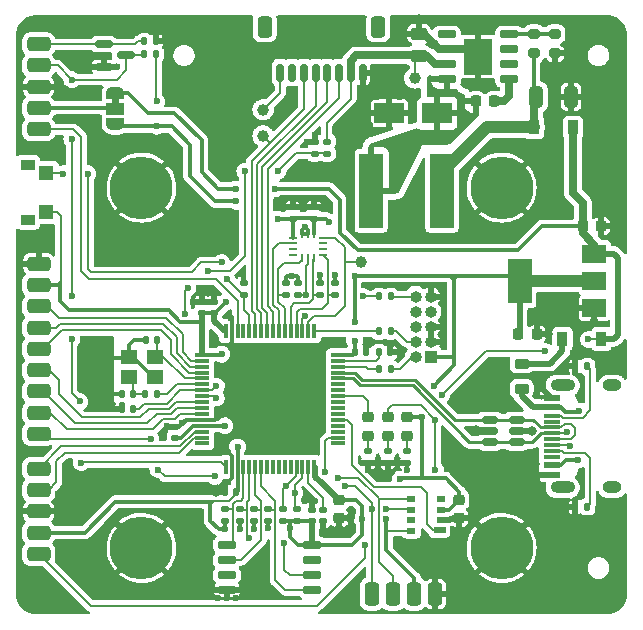
<source format=gbr>
%TF.GenerationSoftware,KiCad,Pcbnew,(6.0.10-0)*%
%TF.CreationDate,2023-01-10T11:53:47+01:00*%
%TF.ProjectId,JFP_board_v2,4a46505f-626f-4617-9264-5f76322e6b69,rev?*%
%TF.SameCoordinates,Original*%
%TF.FileFunction,Copper,L1,Top*%
%TF.FilePolarity,Positive*%
%FSLAX46Y46*%
G04 Gerber Fmt 4.6, Leading zero omitted, Abs format (unit mm)*
G04 Created by KiCad (PCBNEW (6.0.10-0)) date 2023-01-10 11:53:47*
%MOMM*%
%LPD*%
G01*
G04 APERTURE LIST*
G04 Aperture macros list*
%AMRoundRect*
0 Rectangle with rounded corners*
0 $1 Rounding radius*
0 $2 $3 $4 $5 $6 $7 $8 $9 X,Y pos of 4 corners*
0 Add a 4 corners polygon primitive as box body*
4,1,4,$2,$3,$4,$5,$6,$7,$8,$9,$2,$3,0*
0 Add four circle primitives for the rounded corners*
1,1,$1+$1,$2,$3*
1,1,$1+$1,$4,$5*
1,1,$1+$1,$6,$7*
1,1,$1+$1,$8,$9*
0 Add four rect primitives between the rounded corners*
20,1,$1+$1,$2,$3,$4,$5,0*
20,1,$1+$1,$4,$5,$6,$7,0*
20,1,$1+$1,$6,$7,$8,$9,0*
20,1,$1+$1,$8,$9,$2,$3,0*%
%AMFreePoly0*
4,1,22,0.550000,-0.750000,0.000000,-0.750000,0.000000,-0.745033,-0.079941,-0.743568,-0.215256,-0.701293,-0.333266,-0.622738,-0.424486,-0.514219,-0.481581,-0.384460,-0.499164,-0.250000,-0.500000,-0.250000,-0.500000,0.250000,-0.499164,0.250000,-0.499963,0.256109,-0.478152,0.396186,-0.417904,0.524511,-0.324060,0.630769,-0.204165,0.706417,-0.067858,0.745374,0.000000,0.744959,0.000000,0.750000,
0.550000,0.750000,0.550000,-0.750000,0.550000,-0.750000,$1*%
%AMFreePoly1*
4,1,20,0.000000,0.744959,0.073905,0.744508,0.209726,0.703889,0.328688,0.626782,0.421226,0.519385,0.479903,0.390333,0.500000,0.250000,0.500000,-0.250000,0.499851,-0.262216,0.476331,-0.402017,0.414519,-0.529596,0.319384,-0.634700,0.198574,-0.708877,0.061801,-0.746166,0.000000,-0.745033,0.000000,-0.750000,-0.550000,-0.750000,-0.550000,0.750000,0.000000,0.750000,0.000000,0.744959,
0.000000,0.744959,$1*%
G04 Aperture macros list end*
%TA.AperFunction,SMDPad,CuDef*%
%ADD10RoundRect,0.150000X0.150000X0.625000X-0.150000X0.625000X-0.150000X-0.625000X0.150000X-0.625000X0*%
%TD*%
%TA.AperFunction,SMDPad,CuDef*%
%ADD11RoundRect,0.250000X0.350000X0.650000X-0.350000X0.650000X-0.350000X-0.650000X0.350000X-0.650000X0*%
%TD*%
%TA.AperFunction,SMDPad,CuDef*%
%ADD12C,1.000000*%
%TD*%
%TA.AperFunction,SMDPad,CuDef*%
%ADD13RoundRect,0.140000X0.170000X-0.140000X0.170000X0.140000X-0.170000X0.140000X-0.170000X-0.140000X0*%
%TD*%
%TA.AperFunction,SMDPad,CuDef*%
%ADD14R,0.900000X1.200000*%
%TD*%
%TA.AperFunction,ComponentPad*%
%ADD15RoundRect,0.300000X0.700000X0.300000X-0.700000X0.300000X-0.700000X-0.300000X0.700000X-0.300000X0*%
%TD*%
%TA.AperFunction,SMDPad,CuDef*%
%ADD16RoundRect,0.135000X0.135000X0.185000X-0.135000X0.185000X-0.135000X-0.185000X0.135000X-0.185000X0*%
%TD*%
%TA.AperFunction,SMDPad,CuDef*%
%ADD17RoundRect,0.218750X0.256250X-0.218750X0.256250X0.218750X-0.256250X0.218750X-0.256250X-0.218750X0*%
%TD*%
%TA.AperFunction,SMDPad,CuDef*%
%ADD18RoundRect,0.140000X-0.170000X0.140000X-0.170000X-0.140000X0.170000X-0.140000X0.170000X0.140000X0*%
%TD*%
%TA.AperFunction,SMDPad,CuDef*%
%ADD19RoundRect,0.135000X0.185000X-0.135000X0.185000X0.135000X-0.185000X0.135000X-0.185000X-0.135000X0*%
%TD*%
%TA.AperFunction,SMDPad,CuDef*%
%ADD20RoundRect,0.200000X-0.275000X0.200000X-0.275000X-0.200000X0.275000X-0.200000X0.275000X0.200000X0*%
%TD*%
%TA.AperFunction,SMDPad,CuDef*%
%ADD21RoundRect,0.225000X-0.225000X-0.250000X0.225000X-0.250000X0.225000X0.250000X-0.225000X0.250000X0*%
%TD*%
%TA.AperFunction,SMDPad,CuDef*%
%ADD22RoundRect,0.140000X-0.140000X-0.170000X0.140000X-0.170000X0.140000X0.170000X-0.140000X0.170000X0*%
%TD*%
%TA.AperFunction,SMDPad,CuDef*%
%ADD23RoundRect,0.250000X-0.325000X-0.650000X0.325000X-0.650000X0.325000X0.650000X-0.325000X0.650000X0*%
%TD*%
%TA.AperFunction,SMDPad,CuDef*%
%ADD24RoundRect,0.135000X-0.185000X0.135000X-0.185000X-0.135000X0.185000X-0.135000X0.185000X0.135000X0*%
%TD*%
%TA.AperFunction,SMDPad,CuDef*%
%ADD25RoundRect,0.225000X-0.250000X0.225000X-0.250000X-0.225000X0.250000X-0.225000X0.250000X0.225000X0*%
%TD*%
%TA.AperFunction,ComponentPad*%
%ADD26R,1.000000X1.000000*%
%TD*%
%TA.AperFunction,ComponentPad*%
%ADD27O,1.000000X1.000000*%
%TD*%
%TA.AperFunction,ComponentPad*%
%ADD28C,5.300000*%
%TD*%
%TA.AperFunction,SMDPad,CuDef*%
%ADD29RoundRect,0.250000X0.475000X-0.250000X0.475000X0.250000X-0.475000X0.250000X-0.475000X-0.250000X0*%
%TD*%
%TA.AperFunction,ComponentPad*%
%ADD30RoundRect,0.300000X-0.300000X0.700000X-0.300000X-0.700000X0.300000X-0.700000X0.300000X0.700000X0*%
%TD*%
%TA.AperFunction,SMDPad,CuDef*%
%ADD31FreePoly0,270.000000*%
%TD*%
%TA.AperFunction,SMDPad,CuDef*%
%ADD32R,1.500000X1.000000*%
%TD*%
%TA.AperFunction,SMDPad,CuDef*%
%ADD33FreePoly1,270.000000*%
%TD*%
%TA.AperFunction,SMDPad,CuDef*%
%ADD34RoundRect,0.140000X0.140000X0.170000X-0.140000X0.170000X-0.140000X-0.170000X0.140000X-0.170000X0*%
%TD*%
%TA.AperFunction,SMDPad,CuDef*%
%ADD35RoundRect,0.150000X-0.650000X-0.150000X0.650000X-0.150000X0.650000X0.150000X-0.650000X0.150000X0*%
%TD*%
%TA.AperFunction,ComponentPad*%
%ADD36RoundRect,0.300000X-0.700000X-0.300000X0.700000X-0.300000X0.700000X0.300000X-0.700000X0.300000X0*%
%TD*%
%TA.AperFunction,SMDPad,CuDef*%
%ADD37R,0.675000X0.250000*%
%TD*%
%TA.AperFunction,SMDPad,CuDef*%
%ADD38R,0.250000X0.675000*%
%TD*%
%TA.AperFunction,SMDPad,CuDef*%
%ADD39R,1.000000X0.500000*%
%TD*%
%TA.AperFunction,SMDPad,CuDef*%
%ADD40R,0.800000X0.500000*%
%TD*%
%TA.AperFunction,SMDPad,CuDef*%
%ADD41R,1.450000X0.600000*%
%TD*%
%TA.AperFunction,SMDPad,CuDef*%
%ADD42R,1.450000X0.300000*%
%TD*%
%TA.AperFunction,ComponentPad*%
%ADD43O,1.600000X1.000000*%
%TD*%
%TA.AperFunction,ComponentPad*%
%ADD44O,2.100000X1.000000*%
%TD*%
%TA.AperFunction,SMDPad,CuDef*%
%ADD45R,1.400000X1.200000*%
%TD*%
%TA.AperFunction,SMDPad,CuDef*%
%ADD46RoundRect,0.150000X-0.587500X-0.150000X0.587500X-0.150000X0.587500X0.150000X-0.587500X0.150000X0*%
%TD*%
%TA.AperFunction,SMDPad,CuDef*%
%ADD47R,1.200000X0.300000*%
%TD*%
%TA.AperFunction,SMDPad,CuDef*%
%ADD48R,0.300000X1.200000*%
%TD*%
%TA.AperFunction,SMDPad,CuDef*%
%ADD49R,2.500000X1.800000*%
%TD*%
%TA.AperFunction,SMDPad,CuDef*%
%ADD50RoundRect,0.150000X0.650000X0.150000X-0.650000X0.150000X-0.650000X-0.150000X0.650000X-0.150000X0*%
%TD*%
%TA.AperFunction,SMDPad,CuDef*%
%ADD51R,2.410000X3.100000*%
%TD*%
%TA.AperFunction,SMDPad,CuDef*%
%ADD52R,2.000000X1.500000*%
%TD*%
%TA.AperFunction,SMDPad,CuDef*%
%ADD53R,2.000000X3.800000*%
%TD*%
%TA.AperFunction,SMDPad,CuDef*%
%ADD54RoundRect,0.150000X-0.512500X-0.150000X0.512500X-0.150000X0.512500X0.150000X-0.512500X0.150000X0*%
%TD*%
%TA.AperFunction,SMDPad,CuDef*%
%ADD55R,1.200000X0.900000*%
%TD*%
%TA.AperFunction,SMDPad,CuDef*%
%ADD56R,1.300000X1.150000*%
%TD*%
%TA.AperFunction,SMDPad,CuDef*%
%ADD57R,2.000000X6.300000*%
%TD*%
%TA.AperFunction,SMDPad,CuDef*%
%ADD58RoundRect,0.218750X0.381250X-0.218750X0.381250X0.218750X-0.381250X0.218750X-0.381250X-0.218750X0*%
%TD*%
%TA.AperFunction,SMDPad,CuDef*%
%ADD59RoundRect,0.200000X0.275000X-0.200000X0.275000X0.200000X-0.275000X0.200000X-0.275000X-0.200000X0*%
%TD*%
%TA.AperFunction,SMDPad,CuDef*%
%ADD60RoundRect,0.135000X-0.135000X-0.185000X0.135000X-0.185000X0.135000X0.185000X-0.135000X0.185000X0*%
%TD*%
%TA.AperFunction,ViaPad*%
%ADD61C,0.800000*%
%TD*%
%TA.AperFunction,ViaPad*%
%ADD62C,0.600000*%
%TD*%
%TA.AperFunction,Conductor*%
%ADD63C,0.700000*%
%TD*%
%TA.AperFunction,Conductor*%
%ADD64C,0.150000*%
%TD*%
%TA.AperFunction,Conductor*%
%ADD65C,0.300000*%
%TD*%
%TA.AperFunction,Conductor*%
%ADD66C,0.500000*%
%TD*%
%TA.AperFunction,Conductor*%
%ADD67C,1.000000*%
%TD*%
%TA.AperFunction,Conductor*%
%ADD68C,0.261112*%
%TD*%
G04 APERTURE END LIST*
%TO.C,JP1*%
G36*
X134600000Y-58400000D02*
G01*
X134000000Y-58400000D01*
X134000000Y-57900000D01*
X134600000Y-57900000D01*
X134600000Y-58400000D01*
G37*
%TD*%
D10*
%TO.P,J6,1,Pin_1*%
%TO.N,GND*%
X155250000Y-55750000D03*
%TO.P,J6,2,Pin_2*%
%TO.N,VIN*%
X154250000Y-55750000D03*
%TO.P,J6,3,Pin_3*%
%TO.N,MOTOR_1*%
X153250000Y-55750000D03*
%TO.P,J6,4,Pin_4*%
%TO.N,MOTOR_2*%
X152250000Y-55750000D03*
%TO.P,J6,5,Pin_5*%
%TO.N,MOTOR_3*%
X151250000Y-55750000D03*
%TO.P,J6,6,Pin_6*%
%TO.N,MOTOR_4*%
X150250000Y-55750000D03*
%TO.P,J6,7,Pin_7*%
%TO.N,unconnected-(J6-Pad7)*%
X149250000Y-55750000D03*
%TO.P,J6,8,Pin_8*%
%TO.N,ESC_CURR_ADC*%
X148250000Y-55750000D03*
D11*
%TO.P,J6,MP*%
%TO.N,N/C*%
X146950000Y-51875000D03*
X156550000Y-51875000D03*
%TD*%
D12*
%TO.P,TP2,1,1*%
%TO.N,MOTOR_4*%
X146800000Y-61100000D03*
%TD*%
D13*
%TO.P,C8,1*%
%TO.N,+3V3*%
X141600000Y-76130000D03*
%TO.P,C8,2*%
%TO.N,GND*%
X141600000Y-75170000D03*
%TD*%
D14*
%TO.P,D3,1,K*%
%TO.N,+5V*%
X175450000Y-78300000D03*
%TO.P,D3,2,A*%
%TO.N,5V_USB*%
X172150000Y-78300000D03*
%TD*%
D12*
%TO.P,TP3,1,1*%
%TO.N,ESC_CURR_ADC*%
X146800000Y-58900000D03*
%TD*%
D15*
%TO.P,J4,1,Pin_1*%
%TO.N,UART4_TX*%
X127800000Y-89300000D03*
%TO.P,J4,2,Pin_2*%
%TO.N,UART4_RX*%
X127800000Y-91100000D03*
%TO.P,J4,3,Pin_3*%
%TO.N,GND*%
X127800000Y-92900000D03*
%TO.P,J4,4,Pin_4*%
%TO.N,+3V3*%
X127800000Y-94700000D03*
%TO.P,J4,5,Pin_5*%
%TO.N,+5V*%
X127800000Y-96500000D03*
%TD*%
D16*
%TO.P,R11,1*%
%TO.N,Net-(J7-PadA5)*%
X174260000Y-92525000D03*
%TO.P,R11,2*%
%TO.N,GND*%
X173240000Y-92525000D03*
%TD*%
D17*
%TO.P,D6,1,K*%
%TO.N,Net-(D6-Pad1)*%
X155700000Y-86487500D03*
%TO.P,D6,2,A*%
%TO.N,STATUS_LED*%
X155700000Y-84912500D03*
%TD*%
D18*
%TO.P,C14,1*%
%TO.N,Net-(C14-Pad1)*%
X151910000Y-92770000D03*
%TO.P,C14,2*%
%TO.N,GND*%
X151910000Y-93730000D03*
%TD*%
D17*
%TO.P,D5,1,K*%
%TO.N,Net-(D5-Pad1)*%
X159000000Y-86487500D03*
%TO.P,D5,2,A*%
%TO.N,+3V3*%
X159000000Y-84912500D03*
%TD*%
D13*
%TO.P,C17,1*%
%TO.N,+3V3*%
X151100000Y-68130000D03*
%TO.P,C17,2*%
%TO.N,GND*%
X151100000Y-67170000D03*
%TD*%
%TO.P,C7,1*%
%TO.N,+3V3*%
X139350000Y-86680000D03*
%TO.P,C7,2*%
%TO.N,GND*%
X139350000Y-85720000D03*
%TD*%
D19*
%TO.P,R18,1*%
%TO.N,+3V3*%
X146050000Y-93760000D03*
%TO.P,R18,2*%
%TO.N,SPI1_MISO*%
X146050000Y-92740000D03*
%TD*%
D20*
%TO.P,R2,1*%
%TO.N,VSENSE*%
X171525000Y-52475000D03*
%TO.P,R2,2*%
%TO.N,GND*%
X171525000Y-54125000D03*
%TD*%
D16*
%TO.P,R5,1*%
%TO.N,Net-(J5-Pad10)*%
X157610000Y-74700000D03*
%TO.P,R5,2*%
%TO.N,NRST*%
X156590000Y-74700000D03*
%TD*%
%TO.P,R21,1*%
%TO.N,+3V3*%
X137760000Y-54200000D03*
%TO.P,R21,2*%
%TO.N,SBUS_RX*%
X136740000Y-54200000D03*
%TD*%
D21*
%TO.P,C5,1*%
%TO.N,+3V3*%
X168425000Y-77900000D03*
%TO.P,C5,2*%
%TO.N,GND*%
X169975000Y-77900000D03*
%TD*%
D22*
%TO.P,C15,1*%
%TO.N,Net-(C15-Pad1)*%
X156620000Y-79450000D03*
%TO.P,C15,2*%
%TO.N,GND*%
X157580000Y-79450000D03*
%TD*%
D23*
%TO.P,C3,1*%
%TO.N,5V_REG*%
X169925000Y-57800000D03*
%TO.P,C3,2*%
%TO.N,GND*%
X172875000Y-57800000D03*
%TD*%
D24*
%TO.P,R14,1*%
%TO.N,+3V3*%
X152900000Y-73540000D03*
%TO.P,R14,2*%
%TO.N,SPI3_MISO*%
X152900000Y-74560000D03*
%TD*%
D19*
%TO.P,R25,1*%
%TO.N,+3V3*%
X148450000Y-93760000D03*
%TO.P,R25,2*%
%TO.N,I2C2_SCL*%
X148450000Y-92740000D03*
%TD*%
D24*
%TO.P,R16,1*%
%TO.N,+3V3*%
X148750000Y-73540000D03*
%TO.P,R16,2*%
%TO.N,BMI160_CS*%
X148750000Y-74560000D03*
%TD*%
D16*
%TO.P,R3,1*%
%TO.N,Net-(J5-Pad2)*%
X157610000Y-80850000D03*
%TO.P,R3,2*%
%TO.N,SWDIO*%
X156590000Y-80850000D03*
%TD*%
D25*
%TO.P,C20,1*%
%TO.N,+3V3*%
X163400000Y-91925000D03*
%TO.P,C20,2*%
%TO.N,GND*%
X163400000Y-93475000D03*
%TD*%
D24*
%TO.P,R8,1*%
%TO.N,Net-(D5-Pad1)*%
X159000000Y-87790000D03*
%TO.P,R8,2*%
%TO.N,GND*%
X159000000Y-88810000D03*
%TD*%
D26*
%TO.P,J5,1,Pin_1*%
%TO.N,+3V3*%
X161000000Y-79800000D03*
D27*
%TO.P,J5,2,Pin_2*%
%TO.N,Net-(J5-Pad2)*%
X159730000Y-79800000D03*
%TO.P,J5,3,Pin_3*%
%TO.N,GND*%
X161000000Y-78530000D03*
%TO.P,J5,4,Pin_4*%
%TO.N,Net-(J5-Pad4)*%
X159730000Y-78530000D03*
%TO.P,J5,5,Pin_5*%
%TO.N,GND*%
X161000000Y-77260000D03*
%TO.P,J5,6,Pin_6*%
%TO.N,unconnected-(J5-Pad6)*%
X159730000Y-77260000D03*
%TO.P,J5,7,Pin_7*%
%TO.N,unconnected-(J5-Pad7)*%
X161000000Y-75990000D03*
%TO.P,J5,8,Pin_8*%
%TO.N,unconnected-(J5-Pad8)*%
X159730000Y-75990000D03*
%TO.P,J5,9,Pin_9*%
%TO.N,GND*%
X161000000Y-74720000D03*
%TO.P,J5,10,Pin_10*%
%TO.N,Net-(J5-Pad10)*%
X159730000Y-74720000D03*
%TD*%
D28*
%TO.P,H1,1,1*%
%TO.N,GND*%
X136500000Y-65500000D03*
%TD*%
D24*
%TO.P,R15,1*%
%TO.N,+3V3*%
X149800000Y-73540000D03*
%TO.P,R15,2*%
%TO.N,SPI3_SCK*%
X149800000Y-74560000D03*
%TD*%
D29*
%TO.P,C1,1*%
%TO.N,VIN*%
X160000000Y-54350000D03*
%TO.P,C1,2*%
%TO.N,GND*%
X160000000Y-52450000D03*
%TD*%
D28*
%TO.P,H3,1,1*%
%TO.N,GND*%
X136500000Y-96000000D03*
%TD*%
D19*
%TO.P,R10,1*%
%TO.N,BOOT0*%
X145200000Y-74560000D03*
%TO.P,R10,2*%
%TO.N,GND*%
X145200000Y-73540000D03*
%TD*%
D30*
%TO.P,J3,1,Pin_1*%
%TO.N,I2C2_SDA*%
X156000000Y-99900000D03*
%TO.P,J3,2,Pin_2*%
%TO.N,I2C2_SCL*%
X157800000Y-99900000D03*
%TO.P,J3,3,Pin_3*%
%TO.N,+3V3*%
X159600000Y-99900000D03*
%TO.P,J3,4,Pin_4*%
%TO.N,GND*%
X161400000Y-99900000D03*
%TD*%
D28*
%TO.P,H4,1,1*%
%TO.N,GND*%
X167000000Y-96000000D03*
%TD*%
D31*
%TO.P,JP1,1,A*%
%TO.N,+5V*%
X134300000Y-57500000D03*
D32*
%TO.P,JP1,2,C*%
%TO.N,RX_VCC*%
X134300000Y-58800000D03*
D33*
%TO.P,JP1,3,B*%
%TO.N,+3V3*%
X134300000Y-60100000D03*
%TD*%
D34*
%TO.P,C10,1*%
%TO.N,+3V3*%
X144530000Y-91250000D03*
%TO.P,C10,2*%
%TO.N,GND*%
X143570000Y-91250000D03*
%TD*%
%TO.P,C13,1*%
%TO.N,RCC_OSC_IN*%
X137830000Y-78400000D03*
%TO.P,C13,2*%
%TO.N,GND*%
X136870000Y-78400000D03*
%TD*%
D17*
%TO.P,D4,1,K*%
%TO.N,Net-(D4-Pad1)*%
X157350000Y-86487500D03*
%TO.P,D4,2,A*%
%TO.N,+5V*%
X157350000Y-84912500D03*
%TD*%
D35*
%TO.P,U5,1,~{CS}*%
%TO.N,SPI1_CS*%
X143750000Y-95745000D03*
%TO.P,U5,2,DO(IO1)*%
%TO.N,SPI1_MISO*%
X143750000Y-97015000D03*
%TO.P,U5,3,IO2*%
%TO.N,unconnected-(U5-Pad3)*%
X143750000Y-98285000D03*
%TO.P,U5,4,GND*%
%TO.N,GND*%
X143750000Y-99555000D03*
%TO.P,U5,5,DI(IO0)*%
%TO.N,SPI1_MOSI*%
X150950000Y-99555000D03*
%TO.P,U5,6,CLK*%
%TO.N,SPI1_SCK*%
X150950000Y-98285000D03*
%TO.P,U5,7,IO3*%
%TO.N,unconnected-(U5-Pad7)*%
X150950000Y-97015000D03*
%TO.P,U5,8,VCC*%
%TO.N,+3V3*%
X150950000Y-95745000D03*
%TD*%
D24*
%TO.P,R13,1*%
%TO.N,+3V3*%
X151650000Y-73540000D03*
%TO.P,R13,2*%
%TO.N,SPI3_MOSI*%
X151650000Y-74560000D03*
%TD*%
D19*
%TO.P,R26,1*%
%TO.N,+3V3*%
X149700000Y-93760000D03*
%TO.P,R26,2*%
%TO.N,I2C2_SDA*%
X149700000Y-92740000D03*
%TD*%
D36*
%TO.P,J2,1,Pin_1*%
%TO.N,PPM_INPUT*%
X127800000Y-60550000D03*
%TO.P,J2,2,Pin_2*%
%TO.N,RX_VCC*%
X127800000Y-58750000D03*
%TO.P,J2,3,Pin_3*%
%TO.N,GND*%
X127800000Y-56950000D03*
%TO.P,J2,4,Pin_4*%
%TO.N,SBUS_RX*%
X127800000Y-55150000D03*
%TO.P,J2,5,Pin_5*%
%TO.N,nSBUS_RX*%
X127800000Y-53350000D03*
%TD*%
D34*
%TO.P,C12,1*%
%TO.N,Net-(C12-Pad1)*%
X135830000Y-82950000D03*
%TO.P,C12,2*%
%TO.N,GND*%
X134870000Y-82950000D03*
%TD*%
D37*
%TO.P,U4,1,SDO*%
%TO.N,SPI3_MISO*%
X151862500Y-71220000D03*
%TO.P,U4,2,ASD*%
%TO.N,unconnected-(U4-Pad2)*%
X151862500Y-70720000D03*
%TO.P,U4,3,ASC*%
%TO.N,unconnected-(U4-Pad3)*%
X151862500Y-70220000D03*
%TO.P,U4,4,INT1*%
%TO.N,BMI160_INT1*%
X151862500Y-69720000D03*
D38*
%TO.P,U4,5,VDDIO*%
%TO.N,+3V3*%
X151100000Y-69457500D03*
%TO.P,U4,6,GND*%
%TO.N,GND*%
X150600000Y-69457500D03*
%TO.P,U4,7,GND*%
X150100000Y-69457500D03*
D37*
%TO.P,U4,8,VDD*%
%TO.N,+3V3*%
X149337500Y-69720000D03*
%TO.P,U4,9,INT2*%
%TO.N,BMI160_INT2*%
X149337500Y-70220000D03*
%TO.P,U4,10,OCSB*%
%TO.N,unconnected-(U4-Pad10)*%
X149337500Y-70720000D03*
%TO.P,U4,11,OSDO*%
%TO.N,unconnected-(U4-Pad11)*%
X149337500Y-71220000D03*
D38*
%TO.P,U4,12,CSB*%
%TO.N,BMI160_CS*%
X150100000Y-71482500D03*
%TO.P,U4,13,SC*%
%TO.N,SPI3_SCK*%
X150600000Y-71482500D03*
%TO.P,U4,14,SD*%
%TO.N,SPI3_MOSI*%
X151100000Y-71482500D03*
%TD*%
D39*
%TO.P,U7,1,INT1*%
%TO.N,HP203B_INT1*%
X161750000Y-94500000D03*
D40*
%TO.P,U7,2,GND*%
%TO.N,GND*%
X161850000Y-93650000D03*
%TO.P,U7,3,VDD*%
%TO.N,+3V3*%
X161850000Y-92750000D03*
%TO.P,U7,4,NC*%
%TO.N,unconnected-(U7-Pad4)*%
X161850000Y-91850000D03*
%TO.P,U7,5,SCL*%
%TO.N,I2C2_SCL*%
X159350000Y-91850000D03*
%TO.P,U7,6,SDA*%
%TO.N,I2C2_SDA*%
X159350000Y-92750000D03*
%TO.P,U7,7,INT0*%
%TO.N,unconnected-(U7-Pad7)*%
X159350000Y-93650000D03*
%TO.P,U7,8,CSB*%
%TO.N,+3V3*%
X159350000Y-94550000D03*
%TD*%
D16*
%TO.P,R4,1*%
%TO.N,Net-(J5-Pad4)*%
X157610000Y-77650000D03*
%TO.P,R4,2*%
%TO.N,SWCLK*%
X156590000Y-77650000D03*
%TD*%
D19*
%TO.P,R17,1*%
%TO.N,+3V3*%
X147250000Y-93760000D03*
%TO.P,R17,2*%
%TO.N,SPI1_MOSI*%
X147250000Y-92740000D03*
%TD*%
D14*
%TO.P,D2,1,K*%
%TO.N,+5V*%
X173050000Y-60400000D03*
%TO.P,D2,2,A*%
%TO.N,5V_REG*%
X169750000Y-60400000D03*
%TD*%
D21*
%TO.P,C2,1*%
%TO.N,Net-(C2-Pad1)*%
X164825000Y-58200000D03*
%TO.P,C2,2*%
%TO.N,Net-(C2-Pad2)*%
X166375000Y-58200000D03*
%TD*%
D25*
%TO.P,C6,1*%
%TO.N,+3V3*%
X153250000Y-91925000D03*
%TO.P,C6,2*%
%TO.N,GND*%
X153250000Y-93475000D03*
%TD*%
D16*
%TO.P,R12,1*%
%TO.N,Net-(J7-PadB5)*%
X174260000Y-80625000D03*
%TO.P,R12,2*%
%TO.N,GND*%
X173240000Y-80625000D03*
%TD*%
D41*
%TO.P,J7,A1,GND*%
%TO.N,GND*%
X171255000Y-89800000D03*
%TO.P,J7,A4,VBUS*%
%TO.N,5V_CONN_USB*%
X171255000Y-89000000D03*
D42*
%TO.P,J7,A5,CC1*%
%TO.N,Net-(J7-PadA5)*%
X171255000Y-87800000D03*
%TO.P,J7,A6,D+*%
%TO.N,USB_FS_D+*%
X171255000Y-86800000D03*
%TO.P,J7,A7,D-*%
%TO.N,USB_FS_D-*%
X171255000Y-86300000D03*
%TO.P,J7,A8,SBU1*%
%TO.N,unconnected-(J7-PadA8)*%
X171255000Y-85300000D03*
D41*
%TO.P,J7,A9,VBUS*%
%TO.N,5V_CONN_USB*%
X171255000Y-84100000D03*
%TO.P,J7,A12,GND*%
%TO.N,GND*%
X171255000Y-83300000D03*
%TO.P,J7,B1,GND*%
X171255000Y-83300000D03*
%TO.P,J7,B4,VBUS*%
%TO.N,5V_CONN_USB*%
X171255000Y-84100000D03*
D42*
%TO.P,J7,B5,CC2*%
%TO.N,Net-(J7-PadB5)*%
X171255000Y-84800000D03*
%TO.P,J7,B6,D+*%
%TO.N,USB_FS_D+*%
X171255000Y-85800000D03*
%TO.P,J7,B7,D-*%
%TO.N,USB_FS_D-*%
X171255000Y-87300000D03*
%TO.P,J7,B8,SBU2*%
%TO.N,unconnected-(J7-PadB8)*%
X171255000Y-88300000D03*
D41*
%TO.P,J7,B9,VBUS*%
%TO.N,5V_CONN_USB*%
X171255000Y-89000000D03*
%TO.P,J7,B12,GND*%
%TO.N,GND*%
X171255000Y-89800000D03*
D43*
%TO.P,J7,S1,SHIELD*%
%TO.N,unconnected-(J7-PadS1)*%
X176350000Y-82230000D03*
X176350000Y-90870000D03*
D44*
X172170000Y-90870000D03*
X172170000Y-82230000D03*
%TD*%
D24*
%TO.P,R9,1*%
%TO.N,Net-(D6-Pad1)*%
X155700000Y-87790000D03*
%TO.P,R9,2*%
%TO.N,GND*%
X155700000Y-88810000D03*
%TD*%
D16*
%TO.P,R6,1*%
%TO.N,RCC_OSC_OUT*%
X137860000Y-83000000D03*
%TO.P,R6,2*%
%TO.N,Net-(C12-Pad1)*%
X136840000Y-83000000D03*
%TD*%
D45*
%TO.P,Y1,1,1*%
%TO.N,Net-(C12-Pad1)*%
X135450000Y-81550000D03*
%TO.P,Y1,2,2*%
%TO.N,GND*%
X137650000Y-81550000D03*
%TO.P,Y1,3,3*%
%TO.N,RCC_OSC_IN*%
X137650000Y-79850000D03*
%TO.P,Y1,4,4*%
%TO.N,GND*%
X135450000Y-79850000D03*
%TD*%
D19*
%TO.P,R24,1*%
%TO.N,ESC_VIN_ADC*%
X151175000Y-62610000D03*
%TO.P,R24,2*%
%TO.N,GND*%
X151175000Y-61590000D03*
%TD*%
D46*
%TO.P,Q1,1,G*%
%TO.N,nSBUS_RX*%
X133312500Y-53350000D03*
%TO.P,Q1,2,S*%
%TO.N,GND*%
X133312500Y-55250000D03*
%TO.P,Q1,3,D*%
%TO.N,SBUS_RX*%
X135187500Y-54300000D03*
%TD*%
D47*
%TO.P,U3,1,VBAT*%
%TO.N,+3V3*%
X141640000Y-79650000D03*
%TO.P,U3,2,PC13*%
%TO.N,NRF24_IRQ*%
X141640000Y-80150000D03*
%TO.P,U3,3,PC14*%
%TO.N,NRF24_CSN*%
X141640000Y-80650000D03*
%TO.P,U3,4,PC15*%
%TO.N,NRF24_CE*%
X141640000Y-81150000D03*
%TO.P,U3,5,PH0*%
%TO.N,RCC_OSC_IN*%
X141640000Y-81650000D03*
%TO.P,U3,6,PH1*%
%TO.N,RCC_OSC_OUT*%
X141640000Y-82150000D03*
%TO.P,U3,7,NRST*%
%TO.N,NRST*%
X141640000Y-82650000D03*
%TO.P,U3,8,PC0*%
%TO.N,ESC_VIN_ADC*%
X141640000Y-83150000D03*
%TO.P,U3,9,PC1*%
%TO.N,SPI2_CS*%
X141640000Y-83650000D03*
%TO.P,U3,10,PC2*%
%TO.N,SPI2_MISO*%
X141640000Y-84150000D03*
%TO.P,U3,11,PC3*%
%TO.N,SPI2_MOSI*%
X141640000Y-84650000D03*
%TO.P,U3,12,VSSA*%
%TO.N,GND*%
X141640000Y-85150000D03*
%TO.P,U3,13,VDDA*%
%TO.N,+3V3*%
X141640000Y-85650000D03*
%TO.P,U3,14,PA0*%
%TO.N,UART4_TX*%
X141640000Y-86150000D03*
%TO.P,U3,15,PA1*%
%TO.N,UART4_RX*%
X141640000Y-86650000D03*
%TO.P,U3,16,PA2*%
%TO.N,USART2_TX*%
X141640000Y-87150000D03*
D48*
%TO.P,U3,17,PA3*%
%TO.N,SBUS_RX*%
X143640000Y-89150000D03*
%TO.P,U3,18,VSS*%
%TO.N,GND*%
X144140000Y-89150000D03*
%TO.P,U3,19,VDD*%
%TO.N,+3V3*%
X144640000Y-89150000D03*
%TO.P,U3,20,PA4*%
%TO.N,SPI1_CS*%
X145140000Y-89150000D03*
%TO.P,U3,21,PA5*%
%TO.N,SPI1_SCK*%
X145640000Y-89150000D03*
%TO.P,U3,22,PA6*%
%TO.N,SPI1_MISO*%
X146140000Y-89150000D03*
%TO.P,U3,23,PA7*%
%TO.N,SPI1_MOSI*%
X146640000Y-89150000D03*
%TO.P,U3,24,PC4*%
%TO.N,unconnected-(U3-Pad24)*%
X147140000Y-89150000D03*
%TO.P,U3,25,PC5*%
%TO.N,unconnected-(U3-Pad25)*%
X147640000Y-89150000D03*
%TO.P,U3,26,PB0*%
%TO.N,unconnected-(U3-Pad26)*%
X148140000Y-89150000D03*
%TO.P,U3,27,PB1*%
%TO.N,unconnected-(U3-Pad27)*%
X148640000Y-89150000D03*
%TO.P,U3,28,PB2*%
%TO.N,unconnected-(U3-Pad28)*%
X149140000Y-89150000D03*
%TO.P,U3,29,PB10*%
%TO.N,I2C2_SCL*%
X149640000Y-89150000D03*
%TO.P,U3,30,PB11*%
%TO.N,I2C2_SDA*%
X150140000Y-89150000D03*
%TO.P,U3,31,VCAP_1*%
%TO.N,Net-(C14-Pad1)*%
X150640000Y-89150000D03*
%TO.P,U3,32,VDD*%
%TO.N,+3V3*%
X151140000Y-89150000D03*
D47*
%TO.P,U3,33,PB12*%
%TO.N,unconnected-(U3-Pad33)*%
X153140000Y-87150000D03*
%TO.P,U3,34,PB13*%
%TO.N,SPI2_SCK*%
X153140000Y-86650000D03*
%TO.P,U3,35,PB14*%
%TO.N,unconnected-(U3-Pad35)*%
X153140000Y-86150000D03*
%TO.P,U3,36,PB15*%
%TO.N,unconnected-(U3-Pad36)*%
X153140000Y-85650000D03*
%TO.P,U3,37,PC6*%
%TO.N,HP203B_INT1*%
X153140000Y-85150000D03*
%TO.P,U3,38,PC7*%
%TO.N,unconnected-(U3-Pad38)*%
X153140000Y-84650000D03*
%TO.P,U3,39,PC8*%
%TO.N,unconnected-(U3-Pad39)*%
X153140000Y-84150000D03*
%TO.P,U3,40,PC9*%
%TO.N,unconnected-(U3-Pad40)*%
X153140000Y-83650000D03*
%TO.P,U3,41,PA8*%
%TO.N,STATUS_LED*%
X153140000Y-83150000D03*
%TO.P,U3,42,PA9*%
%TO.N,unconnected-(U3-Pad42)*%
X153140000Y-82650000D03*
%TO.P,U3,43,PA10*%
%TO.N,unconnected-(U3-Pad43)*%
X153140000Y-82150000D03*
%TO.P,U3,44,PA11*%
%TO.N,USB_FS_D-*%
X153140000Y-81650000D03*
%TO.P,U3,45,PA12*%
%TO.N,USB_FS_D+*%
X153140000Y-81150000D03*
%TO.P,U3,46,PA13*%
%TO.N,SWDIO*%
X153140000Y-80650000D03*
%TO.P,U3,47,VCAP_2*%
%TO.N,Net-(C15-Pad1)*%
X153140000Y-80150000D03*
%TO.P,U3,48,VDD*%
%TO.N,+3V3*%
X153140000Y-79650000D03*
D48*
%TO.P,U3,49,PA14*%
%TO.N,SWCLK*%
X151140000Y-77650000D03*
%TO.P,U3,50,PA15*%
%TO.N,BMI160_INT1*%
X150640000Y-77650000D03*
%TO.P,U3,51,PC10*%
%TO.N,SPI3_SCK*%
X150140000Y-77650000D03*
%TO.P,U3,52,PC11*%
%TO.N,SPI3_MISO*%
X149640000Y-77650000D03*
%TO.P,U3,53,PC12*%
%TO.N,SPI3_MOSI*%
X149140000Y-77650000D03*
%TO.P,U3,54,PD2*%
%TO.N,BMI160_CS*%
X148640000Y-77650000D03*
%TO.P,U3,55,PB3*%
%TO.N,BMI160_INT2*%
X148140000Y-77650000D03*
%TO.P,U3,56,PB4*%
%TO.N,MOTOR_1*%
X147640000Y-77650000D03*
%TO.P,U3,57,PB5*%
%TO.N,MOTOR_2*%
X147140000Y-77650000D03*
%TO.P,U3,58,PB6*%
%TO.N,MOTOR_3*%
X146640000Y-77650000D03*
%TO.P,U3,59,PB7*%
%TO.N,MOTOR_4*%
X146140000Y-77650000D03*
%TO.P,U3,60,BOOT0*%
%TO.N,BOOT0*%
X145640000Y-77650000D03*
%TO.P,U3,61,PB8*%
%TO.N,unconnected-(U3-Pad61)*%
X145140000Y-77650000D03*
%TO.P,U3,62,PB9*%
%TO.N,PPM_INPUT*%
X144640000Y-77650000D03*
%TO.P,U3,63,VSS*%
%TO.N,GND*%
X144140000Y-77650000D03*
%TO.P,U3,64,VDD*%
%TO.N,+3V3*%
X143640000Y-77650000D03*
%TD*%
D24*
%TO.P,R7,1*%
%TO.N,Net-(D4-Pad1)*%
X157350000Y-87790000D03*
%TO.P,R7,2*%
%TO.N,GND*%
X157350000Y-88810000D03*
%TD*%
D49*
%TO.P,D1,1,K*%
%TO.N,Net-(C2-Pad1)*%
X161500000Y-59200000D03*
%TO.P,D1,2,A*%
%TO.N,GND*%
X157500000Y-59200000D03*
%TD*%
D13*
%TO.P,C18,1*%
%TO.N,+3V3*%
X149300000Y-68130000D03*
%TO.P,C18,2*%
%TO.N,GND*%
X149300000Y-67170000D03*
%TD*%
D24*
%TO.P,R23,1*%
%TO.N,VIN*%
X152225000Y-61590000D03*
%TO.P,R23,2*%
%TO.N,ESC_VIN_ADC*%
X152225000Y-62610000D03*
%TD*%
D28*
%TO.P,H2,1,1*%
%TO.N,GND*%
X167000000Y-65500000D03*
%TD*%
D34*
%TO.P,C16,1*%
%TO.N,NRST*%
X135830000Y-84200000D03*
%TO.P,C16,2*%
%TO.N,GND*%
X134870000Y-84200000D03*
%TD*%
D13*
%TO.P,C11,1*%
%TO.N,+3V3*%
X142650000Y-76130000D03*
%TO.P,C11,2*%
%TO.N,GND*%
X142650000Y-75170000D03*
%TD*%
D19*
%TO.P,R19,1*%
%TO.N,+3V3*%
X144850000Y-93760000D03*
%TO.P,R19,2*%
%TO.N,SPI1_SCK*%
X144850000Y-92740000D03*
%TD*%
D13*
%TO.P,C19,1*%
%TO.N,+3V3*%
X150910000Y-93730000D03*
%TO.P,C19,2*%
%TO.N,GND*%
X150910000Y-92770000D03*
%TD*%
D19*
%TO.P,R20,1*%
%TO.N,+3V3*%
X143600000Y-93760000D03*
%TO.P,R20,2*%
%TO.N,SPI1_CS*%
X143600000Y-92740000D03*
%TD*%
D21*
%TO.P,C4,1*%
%TO.N,+5V*%
X173875000Y-68750000D03*
%TO.P,C4,2*%
%TO.N,GND*%
X175425000Y-68750000D03*
%TD*%
D12*
%TO.P,TP4,1,1*%
%TO.N,VIN*%
X159650000Y-56200000D03*
%TD*%
D50*
%TO.P,U1,1,BOOT*%
%TO.N,Net-(C2-Pad2)*%
X167650000Y-56305000D03*
%TO.P,U1,2,NC*%
%TO.N,unconnected-(U1-Pad2)*%
X167650000Y-55035000D03*
%TO.P,U1,3,NC*%
%TO.N,unconnected-(U1-Pad3)*%
X167650000Y-53765000D03*
%TO.P,U1,4,VSENSE*%
%TO.N,VSENSE*%
X167650000Y-52495000D03*
%TO.P,U1,5,EN*%
%TO.N,unconnected-(U1-Pad5)*%
X162350000Y-52495000D03*
%TO.P,U1,6,GND*%
%TO.N,GND*%
X162350000Y-53765000D03*
%TO.P,U1,7,VIN*%
%TO.N,VIN*%
X162350000Y-55035000D03*
%TO.P,U1,8,PH*%
%TO.N,Net-(C2-Pad1)*%
X162350000Y-56305000D03*
D51*
%TO.P,U1,9,PwPd*%
%TO.N,GND*%
X165000000Y-54400000D03*
%TD*%
D36*
%TO.P,J1,1,Pin_1*%
%TO.N,SPI2_SCK*%
X127800000Y-86350000D03*
%TO.P,J1,2,Pin_2*%
%TO.N,SPI2_MOSI*%
X127800000Y-84550000D03*
%TO.P,J1,3,Pin_3*%
%TO.N,SPI2_MISO*%
X127800000Y-82750000D03*
%TO.P,J1,4,Pin_4*%
%TO.N,SPI2_CS*%
X127800000Y-80950000D03*
%TO.P,J1,5,Pin_5*%
%TO.N,NRF24_CE*%
X127800000Y-79150000D03*
%TO.P,J1,6,Pin_6*%
%TO.N,NRF24_CSN*%
X127800000Y-77350000D03*
%TO.P,J1,7,Pin_7*%
%TO.N,NRF24_IRQ*%
X127800000Y-75550000D03*
%TO.P,J1,8,Pin_8*%
%TO.N,+3V3*%
X127800000Y-73750000D03*
%TO.P,J1,9,Pin_9*%
%TO.N,GND*%
X127800000Y-71950000D03*
%TD*%
D22*
%TO.P,C9,1*%
%TO.N,+3V3*%
X154570000Y-79450000D03*
%TO.P,C9,2*%
%TO.N,GND*%
X155530000Y-79450000D03*
%TD*%
D52*
%TO.P,U2,1,GND*%
%TO.N,GND*%
X174850000Y-75700000D03*
D53*
%TO.P,U2,2,VO*%
%TO.N,+3V3*%
X168550000Y-73400000D03*
D52*
X174850000Y-73400000D03*
%TO.P,U2,3,VI*%
%TO.N,+5V*%
X174850000Y-71100000D03*
%TD*%
D54*
%TO.P,U6,1,I/O1*%
%TO.N,USB_FS_D+*%
X166012500Y-85150000D03*
%TO.P,U6,2,GND*%
%TO.N,GND*%
X166012500Y-86100000D03*
%TO.P,U6,3,I/O2*%
%TO.N,USB_FS_D-*%
X166012500Y-87050000D03*
%TO.P,U6,4,I/O2*%
X168287500Y-87050000D03*
%TO.P,U6,5,VBUS*%
%TO.N,5V_CONN_USB*%
X168287500Y-86100000D03*
%TO.P,U6,6,I/O1*%
%TO.N,USB_FS_D+*%
X168287500Y-85150000D03*
%TD*%
D55*
%TO.P,SW1,*%
%TO.N,*%
X126900000Y-63600000D03*
X126900000Y-68200000D03*
D56*
%TO.P,SW1,1,1*%
%TO.N,BOOT0*%
X128450000Y-64225000D03*
%TO.P,SW1,2,2*%
%TO.N,+3V3*%
X128450000Y-67575000D03*
%TD*%
D57*
%TO.P,L1,1,1*%
%TO.N,Net-(C2-Pad1)*%
X155950000Y-65750000D03*
%TO.P,L1,2,2*%
%TO.N,5V_REG*%
X161950000Y-65750000D03*
%TD*%
D58*
%TO.P,FB1,1*%
%TO.N,5V_CONN_USB*%
X168700000Y-82512500D03*
%TO.P,FB1,2*%
%TO.N,5V_USB*%
X168700000Y-80387500D03*
%TD*%
D59*
%TO.P,R1,1*%
%TO.N,5V_REG*%
X169725000Y-54125000D03*
%TO.P,R1,2*%
%TO.N,VSENSE*%
X169725000Y-52475000D03*
%TD*%
D60*
%TO.P,R22,1*%
%TO.N,nSBUS_RX*%
X136740000Y-53100000D03*
%TO.P,R22,2*%
%TO.N,GND*%
X137760000Y-53100000D03*
%TD*%
D12*
%TO.P,TP1,1,1*%
%TO.N,BMI160_INT1*%
X155100000Y-71800000D03*
%TD*%
D61*
%TO.N,GND*%
X176500000Y-69800000D03*
D62*
X154150000Y-65600000D03*
X172310000Y-97710000D03*
X154150000Y-62550000D03*
D61*
X161300000Y-53350000D03*
X169850000Y-88900000D03*
D62*
X151200000Y-61000000D03*
X165900000Y-54450000D03*
X155250000Y-56850000D03*
X164200000Y-53400000D03*
X149450000Y-85010000D03*
X144370000Y-69770000D03*
X172310000Y-100250000D03*
X131670000Y-79930000D03*
X172500000Y-80600000D03*
X129130000Y-100250000D03*
X138400000Y-53100000D03*
X154150000Y-67750000D03*
D61*
X165000000Y-56700000D03*
D62*
X154150000Y-60250000D03*
X141830000Y-95170000D03*
D61*
X169850000Y-89800000D03*
D62*
X160500000Y-69900000D03*
X142950000Y-100250000D03*
D61*
X154200000Y-93450000D03*
D62*
X162150000Y-97710000D03*
D61*
X174150000Y-56150000D03*
D62*
X149450000Y-82470000D03*
X144150000Y-78800000D03*
X157350000Y-89400000D03*
X129130000Y-51990000D03*
D61*
X153250000Y-94400000D03*
X170900000Y-77900000D03*
D62*
X164690000Y-100250000D03*
X141830000Y-54530000D03*
X133800000Y-80950000D03*
X142550000Y-99550000D03*
D61*
X166000000Y-52100000D03*
D62*
X173250000Y-93300000D03*
X161600000Y-69900000D03*
X140905000Y-75170000D03*
X154150000Y-59250000D03*
X131670000Y-90090000D03*
D61*
X155650000Y-78700000D03*
D62*
X133300000Y-54500000D03*
X143850000Y-87900000D03*
X174850000Y-51990000D03*
D61*
X173200000Y-75700000D03*
D62*
X172400000Y-92550000D03*
X167230000Y-92630000D03*
D61*
X174150000Y-57800000D03*
D62*
X144370000Y-51990000D03*
X144370000Y-57070000D03*
X141830000Y-57070000D03*
X141830000Y-59610000D03*
D61*
X175450000Y-67700000D03*
D62*
X157600000Y-78800000D03*
X156525000Y-88800000D03*
X146910000Y-97710000D03*
X139975000Y-85425000D03*
X154150000Y-64600000D03*
X131670000Y-97710000D03*
X146910000Y-82470000D03*
X149450000Y-51990000D03*
X151900000Y-94500000D03*
X141830000Y-51990000D03*
X154150000Y-61350000D03*
X149300000Y-66500000D03*
D61*
X166000000Y-56700000D03*
D62*
X146910000Y-85010000D03*
X136750000Y-62150000D03*
X143750000Y-100250000D03*
X151990000Y-51990000D03*
X151175000Y-92000000D03*
X154530000Y-51990000D03*
X150325000Y-92000000D03*
X156250000Y-69900000D03*
D61*
X165000000Y-52100000D03*
D62*
X167230000Y-100250000D03*
D61*
X169550000Y-76800000D03*
D62*
X158175000Y-88825000D03*
X141650000Y-74450000D03*
D61*
X170200000Y-82400000D03*
D62*
X144050000Y-76550000D03*
X151800000Y-67200000D03*
X157500000Y-60350000D03*
X159000000Y-89400000D03*
X149450000Y-64690000D03*
X155850000Y-60150000D03*
X157500000Y-57800000D03*
D61*
X158500000Y-52750000D03*
X176500000Y-67700000D03*
D62*
X165050000Y-53400000D03*
X163400000Y-94250000D03*
X154530000Y-100250000D03*
X169770000Y-92630000D03*
X174850000Y-100250000D03*
X146910000Y-57070000D03*
D61*
X176500000Y-68700000D03*
X174850000Y-76850000D03*
X164000000Y-56700000D03*
D62*
X165900000Y-55500000D03*
X145100000Y-72750000D03*
X142900500Y-84957364D03*
X159300000Y-69900000D03*
X144950000Y-99550000D03*
X157250000Y-69900000D03*
X134200001Y-84200001D03*
X144370000Y-62150000D03*
D61*
X173200000Y-76750000D03*
D62*
X158350000Y-79450000D03*
X164225000Y-93475000D03*
X173250000Y-79800000D03*
X146910000Y-54530000D03*
X169770000Y-62150000D03*
X155700000Y-89400000D03*
X172310000Y-95170000D03*
X164200000Y-54450000D03*
X167230000Y-62150000D03*
X154150000Y-68850000D03*
D61*
X158500000Y-51700000D03*
D62*
X141830000Y-69770000D03*
D61*
X171650000Y-57800000D03*
D62*
X134210000Y-51990000D03*
X146910000Y-79930000D03*
X132000000Y-55200000D03*
X169770000Y-100250000D03*
X141830000Y-97710000D03*
X174850000Y-95170000D03*
X144370000Y-59610000D03*
D61*
X172850000Y-56150000D03*
D62*
X151100000Y-66500000D03*
X151990000Y-64690000D03*
D61*
X173200000Y-74750000D03*
X174150000Y-59150000D03*
D62*
X133800000Y-81950000D03*
X126590000Y-69770000D03*
D61*
X156400000Y-56850000D03*
D62*
X171500000Y-55000000D03*
D61*
X164825000Y-86050000D03*
D62*
X164690000Y-90090000D03*
X150150000Y-67150000D03*
X165900000Y-53400000D03*
X167230000Y-82470000D03*
X134210000Y-90090000D03*
D61*
X169850000Y-90750000D03*
D62*
X159610000Y-67230000D03*
X154150000Y-66700000D03*
X158400000Y-57800000D03*
X162650000Y-69900000D03*
X164690000Y-92630000D03*
D61*
X164000000Y-52100000D03*
D62*
X146910000Y-87550000D03*
X137750000Y-52400000D03*
X174850000Y-62150000D03*
X142750000Y-74450000D03*
X172550000Y-54100000D03*
X165050000Y-54450000D03*
X155200000Y-69900000D03*
X143550000Y-90550000D03*
X134210000Y-69770000D03*
X131670000Y-51990000D03*
X139290000Y-57070000D03*
X163750000Y-69900000D03*
X133800000Y-79950000D03*
D61*
X170900000Y-76850000D03*
D62*
X164200000Y-55500000D03*
X163750000Y-68750000D03*
X139290000Y-69770000D03*
X165050000Y-55500000D03*
X162575000Y-93650000D03*
X133800000Y-82950000D03*
X154150000Y-63550000D03*
X150500000Y-61600000D03*
X164690000Y-82470000D03*
X131670000Y-59610000D03*
D61*
X160000000Y-51250000D03*
D62*
X134210000Y-62150000D03*
X149450000Y-79930000D03*
X149450000Y-87550000D03*
X159100000Y-59200000D03*
D61*
X142800000Y-91250000D03*
D62*
X174850000Y-64690000D03*
X129130000Y-62150000D03*
X138650000Y-85700000D03*
D61*
X171650000Y-56150000D03*
D62*
X136750000Y-69770000D03*
X131670000Y-92630000D03*
X144550000Y-100250000D03*
X155900000Y-59200000D03*
X126590000Y-100250000D03*
X126590000Y-62150000D03*
X167230000Y-90090000D03*
X133800000Y-78450000D03*
X156450000Y-57800000D03*
X144370000Y-54530000D03*
X148450000Y-67150000D03*
X167230000Y-69770000D03*
D61*
X156400000Y-55750000D03*
D62*
X150350000Y-68850000D03*
X158200000Y-69900000D03*
%TO.N,+5V*%
X147800000Y-65600000D03*
X161950000Y-83050000D03*
X155425500Y-95750000D03*
X144500000Y-65600000D03*
X170700000Y-79350000D03*
X161400000Y-89400000D03*
X161400000Y-85175000D03*
X174350000Y-78350000D03*
%TO.N,+3V3*%
X143600000Y-94400000D03*
X144850000Y-94400000D03*
X151650000Y-72900000D03*
X154550000Y-76900000D03*
X154550000Y-72950000D03*
X144640000Y-87440000D03*
X143700000Y-75150000D03*
X146050000Y-94400000D03*
X137800000Y-58200000D03*
X143550000Y-85650000D03*
X152900000Y-72900000D03*
X143300000Y-79600000D03*
X161250000Y-82250000D03*
X160250000Y-84925000D03*
X148050000Y-68150000D03*
X144500000Y-66650000D03*
X137800000Y-60300000D03*
X149250000Y-72950000D03*
X155200000Y-93550000D03*
X154550000Y-78474500D03*
X149100000Y-94350000D03*
X152400000Y-68400000D03*
X147250000Y-94350000D03*
X158400000Y-90175000D03*
X157250000Y-93550000D03*
%TO.N,NRST*%
X155250000Y-74700000D03*
X142851318Y-82300000D03*
D61*
%TO.N,5V_CONN_USB*%
X169533966Y-86075000D03*
D62*
X173575000Y-84400000D03*
X173500000Y-88550000D03*
X170100000Y-84100000D03*
%TO.N,SPI2_SCK*%
X152075000Y-89550000D03*
X137887750Y-89362250D03*
X137300000Y-86750000D03*
X142700000Y-89950000D03*
%TO.N,SBUS_RX*%
X130600000Y-78350000D03*
X131306233Y-83600000D03*
X130600000Y-74700000D03*
X130600000Y-56350000D03*
X130600000Y-61400000D03*
X131400000Y-88775000D03*
%TO.N,I2C2_SCL*%
X153150000Y-90050000D03*
X148725000Y-90775000D03*
%TO.N,I2C2_SDA*%
X156000000Y-92700000D03*
X153750000Y-90775000D03*
X149500000Y-91325000D03*
X157174500Y-92700000D03*
%TO.N,BOOT0*%
X131974500Y-64300000D03*
X143750000Y-73250000D03*
X129900000Y-64300000D03*
X143300000Y-71825000D03*
%TO.N,SPI3_SCK*%
X150343767Y-76343767D03*
X150475500Y-74550000D03*
%TO.N,SPI1_SCK*%
X145580500Y-95150000D03*
X148600000Y-95600000D03*
%TO.N,ESC_VIN_ADC*%
X145250000Y-64100000D03*
X142100000Y-72575000D03*
X142850000Y-83300000D03*
X148075000Y-64125000D03*
X140200000Y-76200000D03*
X140418750Y-74018750D03*
%TO.N,USB_FS_D-*%
X172550000Y-86150000D03*
X172750000Y-87375500D03*
%TD*%
D63*
%TO.N,VIN*%
X154700000Y-54300000D02*
X159950000Y-54300000D01*
X160650000Y-54350000D02*
X161335000Y-55035000D01*
D64*
X154250000Y-55750000D02*
X154250000Y-57950000D01*
D63*
X154250000Y-55750000D02*
X154250000Y-54750000D01*
X160000000Y-54350000D02*
X160650000Y-54350000D01*
D64*
X159700000Y-54650000D02*
X159700000Y-56150000D01*
X152200000Y-60000000D02*
X152200000Y-61620000D01*
X154250000Y-57950000D02*
X152200000Y-60000000D01*
D63*
X161335000Y-55035000D02*
X162350000Y-55035000D01*
X154250000Y-54750000D02*
X154700000Y-54300000D01*
D65*
%TO.N,GND*%
X157580000Y-78820000D02*
X157600000Y-78800000D01*
X143570000Y-90570000D02*
X143550000Y-90550000D01*
X163400000Y-93475000D02*
X163225000Y-93650000D01*
X151200000Y-61620000D02*
X150520000Y-61620000D01*
X144140000Y-90110000D02*
X143700000Y-90550000D01*
X157580000Y-79450000D02*
X157580000Y-78820000D01*
X149300000Y-67170000D02*
X150130000Y-67170000D01*
X150130000Y-67170000D02*
X150150000Y-67150000D01*
X138670000Y-85720000D02*
X138650000Y-85700000D01*
X150100000Y-69100000D02*
X150350000Y-68850000D01*
X144140000Y-78790000D02*
X144150000Y-78800000D01*
X144140000Y-89150000D02*
X144140000Y-90110000D01*
X141600000Y-75170000D02*
X140905000Y-75170000D01*
X142650000Y-75170000D02*
X142650000Y-74550000D01*
X150600000Y-69457500D02*
X150100000Y-69457500D01*
D66*
X171255000Y-89800000D02*
X169850000Y-89800000D01*
D65*
X142707864Y-85150000D02*
X142900500Y-84957364D01*
D63*
X161715000Y-53765000D02*
X161300000Y-53350000D01*
X162350000Y-53765000D02*
X161715000Y-53765000D01*
D66*
X170300000Y-82400000D02*
X170200000Y-82400000D01*
D65*
X157350000Y-88810000D02*
X157350000Y-89400000D01*
X162575000Y-93650000D02*
X161850000Y-93650000D01*
D63*
X160400000Y-52450000D02*
X160000000Y-52450000D01*
D65*
X135450000Y-79850000D02*
X135450000Y-78850000D01*
X143570000Y-91250000D02*
X142800000Y-91250000D01*
X163225000Y-93650000D02*
X162575000Y-93650000D01*
X144140000Y-77650000D02*
X144140000Y-76640000D01*
X151200000Y-61620000D02*
X151200000Y-61000000D01*
X151910000Y-93730000D02*
X151910000Y-94490000D01*
X142650000Y-74550000D02*
X142750000Y-74450000D01*
X144140000Y-88190000D02*
X143850000Y-87900000D01*
X141600000Y-75170000D02*
X141600000Y-74500000D01*
X141640000Y-85150000D02*
X140250000Y-85150000D01*
X153250000Y-93475000D02*
X153250000Y-94400000D01*
X144140000Y-77650000D02*
X144140000Y-78790000D01*
X135750000Y-79850000D02*
X137450000Y-81550000D01*
X144140000Y-76640000D02*
X144050000Y-76550000D01*
X139350000Y-85720000D02*
X139680000Y-85720000D01*
X150150000Y-67150000D02*
X150980000Y-67150000D01*
X143700000Y-90550000D02*
X143550000Y-90550000D01*
D63*
X162350000Y-53765000D02*
X164365000Y-53765000D01*
D66*
X143550000Y-90550000D02*
X143500000Y-90550000D01*
D65*
X144140000Y-89150000D02*
X144140000Y-88190000D01*
X150100000Y-69457500D02*
X150100000Y-69100000D01*
X134870000Y-82950000D02*
X133800000Y-82950000D01*
X155530000Y-79450000D02*
X155530000Y-78820000D01*
X135900000Y-78400000D02*
X136870000Y-78400000D01*
X150600000Y-69457500D02*
X150600000Y-69100000D01*
X135450000Y-78850000D02*
X135900000Y-78400000D01*
X155530000Y-78820000D02*
X155650000Y-78700000D01*
X134870000Y-84200000D02*
X134200001Y-84200001D01*
D66*
X143500000Y-90550000D02*
X142800000Y-91250000D01*
D65*
X139680000Y-85720000D02*
X139975000Y-85425000D01*
X159000000Y-88810000D02*
X159000000Y-89400000D01*
X150600000Y-69100000D02*
X150350000Y-68850000D01*
X140250000Y-85150000D02*
X139975000Y-85425000D01*
D66*
X171200000Y-83300000D02*
X170300000Y-82400000D01*
D65*
X135350000Y-79950000D02*
X133800000Y-79950000D01*
X141600000Y-74500000D02*
X141650000Y-74450000D01*
X139350000Y-85720000D02*
X138670000Y-85720000D01*
X155700000Y-88810000D02*
X155700000Y-89400000D01*
X143570000Y-91250000D02*
X143570000Y-90570000D01*
D63*
X166012500Y-86100000D02*
X164875000Y-86100000D01*
D65*
X151910000Y-94490000D02*
X151900000Y-94500000D01*
X141640000Y-85150000D02*
X142707864Y-85150000D01*
X153275000Y-93450000D02*
X154200000Y-93450000D01*
X150520000Y-61620000D02*
X150500000Y-61600000D01*
D63*
X164875000Y-86100000D02*
X164825000Y-86050000D01*
X161300000Y-53350000D02*
X160400000Y-52450000D01*
%TO.N,Net-(C2-Pad2)*%
X167200000Y-58200000D02*
X167650000Y-57750000D01*
X166375000Y-58200000D02*
X167200000Y-58200000D01*
X167650000Y-57750000D02*
X167650000Y-56305000D01*
%TO.N,5V_REG*%
X169750000Y-60400000D02*
X169750000Y-57975000D01*
D65*
X169725000Y-57600000D02*
X169725000Y-54125000D01*
D67*
X169750000Y-60400000D02*
X165750000Y-60400000D01*
X165750000Y-60400000D02*
X161950000Y-64200000D01*
D65*
%TO.N,+5V*%
X143000000Y-65600000D02*
X144500000Y-65600000D01*
X141600000Y-64200000D02*
X143000000Y-65600000D01*
D64*
X157350000Y-84275000D02*
X157700000Y-83925000D01*
D63*
X173875000Y-68750000D02*
X173875000Y-69375000D01*
D65*
X153300000Y-66500000D02*
X153300000Y-69300000D01*
D64*
X165650000Y-79350000D02*
X161950000Y-83050000D01*
D66*
X176850000Y-77950000D02*
X176850000Y-71450000D01*
D63*
X173050000Y-65950000D02*
X173875000Y-66775000D01*
D64*
X170700000Y-79350000D02*
X165650000Y-79350000D01*
D66*
X176500000Y-71100000D02*
X174850000Y-71100000D01*
D64*
X132200000Y-100900000D02*
X127800000Y-96500000D01*
X155425500Y-96849500D02*
X151375000Y-100900000D01*
D65*
X153300000Y-69300000D02*
X154800000Y-70800000D01*
X147800000Y-65600000D02*
X152400000Y-65600000D01*
X152400000Y-65600000D02*
X153300000Y-66500000D01*
D64*
X174350000Y-78350000D02*
X175400000Y-78350000D01*
D65*
X141600000Y-61500000D02*
X141600000Y-64200000D01*
D63*
X173050000Y-60400000D02*
X173050000Y-65950000D01*
D66*
X176850000Y-71450000D02*
X176500000Y-71100000D01*
D65*
X154800000Y-70800000D02*
X168400000Y-70800000D01*
D63*
X173875000Y-69375000D02*
X174850000Y-70350000D01*
D66*
X176500000Y-78300000D02*
X176850000Y-77950000D01*
D64*
X157700000Y-83925000D02*
X160150000Y-83925000D01*
D65*
X135350000Y-57500000D02*
X137050000Y-59200000D01*
D64*
X155425500Y-95750000D02*
X155425500Y-96849500D01*
X160150000Y-83925000D02*
X161400000Y-85175000D01*
D65*
X137050000Y-59200000D02*
X139300000Y-59200000D01*
D66*
X175450000Y-78300000D02*
X176500000Y-78300000D01*
D64*
X151375000Y-100900000D02*
X132200000Y-100900000D01*
D65*
X168400000Y-70800000D02*
X170450000Y-68750000D01*
D64*
X161400000Y-85175000D02*
X161400000Y-89400000D01*
D65*
X134300000Y-57500000D02*
X135350000Y-57500000D01*
X170450000Y-68750000D02*
X173875000Y-68750000D01*
D63*
X174850000Y-70350000D02*
X174850000Y-71100000D01*
X173875000Y-66775000D02*
X173875000Y-68750000D01*
D64*
X157350000Y-84912500D02*
X157350000Y-84275000D01*
D65*
X139300000Y-59200000D02*
X141600000Y-61500000D01*
%TO.N,+3V3*%
X149800000Y-73050000D02*
X149800000Y-73540000D01*
X129600000Y-73750000D02*
X129350000Y-73750000D01*
X141640000Y-79650000D02*
X143250000Y-79650000D01*
X162250000Y-90100000D02*
X163400000Y-91250000D01*
X129600000Y-75100000D02*
X129600000Y-73750000D01*
X158400000Y-90175000D02*
X158475000Y-90100000D01*
X139820000Y-86680000D02*
X139350000Y-86680000D01*
X150910000Y-93730000D02*
X149730000Y-93730000D01*
X148850000Y-72950000D02*
X148750000Y-73050000D01*
X163250000Y-72950000D02*
X168100000Y-72950000D01*
D64*
X129375000Y-67575000D02*
X129675000Y-67875000D01*
D65*
X162550000Y-92750000D02*
X163375000Y-91925000D01*
X149100000Y-95100000D02*
X149100000Y-94350000D01*
X154550000Y-76900000D02*
X154550000Y-72950000D01*
X141600000Y-76850000D02*
X139800000Y-76850000D01*
D64*
X142350000Y-92100000D02*
X142425000Y-92025000D01*
D66*
X168525000Y-77800000D02*
X168525000Y-73425000D01*
X141600000Y-76130000D02*
X141600000Y-76850000D01*
D65*
X129350000Y-73750000D02*
X127800000Y-73750000D01*
X140850000Y-85650000D02*
X139820000Y-86680000D01*
X163375000Y-91925000D02*
X163400000Y-91925000D01*
X151650000Y-73540000D02*
X151650000Y-72900000D01*
X142770000Y-76130000D02*
X143700000Y-75200000D01*
X149100000Y-93770000D02*
X149090000Y-93760000D01*
X139050000Y-60300000D02*
X140600000Y-61850000D01*
D64*
X128450000Y-67575000D02*
X129375000Y-67575000D01*
D65*
X155200000Y-92425000D02*
X154700000Y-91925000D01*
D64*
X137760000Y-58160000D02*
X137800000Y-58200000D01*
X142775000Y-92025000D02*
X143925000Y-92025000D01*
D65*
X153140000Y-79650000D02*
X154450000Y-79650000D01*
X142750000Y-66650000D02*
X144500000Y-66650000D01*
X150495000Y-95745000D02*
X149745000Y-95745000D01*
X155200000Y-93550000D02*
X155200000Y-92425000D01*
D64*
X129675000Y-73425000D02*
X129675000Y-73675000D01*
D65*
X143050000Y-94400000D02*
X142350000Y-93700000D01*
D66*
X142650000Y-76130000D02*
X142650000Y-76750000D01*
D65*
X162950000Y-73250000D02*
X163250000Y-72950000D01*
X149700000Y-72950000D02*
X149800000Y-73050000D01*
X149090000Y-93760000D02*
X148450000Y-93760000D01*
D66*
X153250000Y-91925000D02*
X153200000Y-91925000D01*
D64*
X142425000Y-92025000D02*
X142775000Y-92025000D01*
D65*
X149330000Y-68100000D02*
X150970000Y-68100000D01*
D66*
X151764339Y-90500000D02*
X151240000Y-89975661D01*
X151775000Y-90500000D02*
X151764339Y-90500000D01*
D65*
X134300000Y-92100000D02*
X142350000Y-92100000D01*
X162950000Y-79800000D02*
X162950000Y-73250000D01*
X141640000Y-85650000D02*
X143550000Y-85650000D01*
X162450000Y-72950000D02*
X162950000Y-72950000D01*
X149300000Y-68130000D02*
X148070000Y-68130000D01*
D66*
X141600000Y-79550000D02*
X141640000Y-79550000D01*
D65*
X162950000Y-73250000D02*
X162950000Y-72950000D01*
X157250000Y-93550000D02*
X157250000Y-94550000D01*
X141640000Y-85650000D02*
X140850000Y-85650000D01*
X142350000Y-93700000D02*
X142350000Y-92350000D01*
X144640000Y-89150000D02*
X144640000Y-87440000D01*
X142650000Y-76130000D02*
X141600000Y-76130000D01*
X154355000Y-95745000D02*
X150950000Y-95745000D01*
X127800000Y-94700000D02*
X131700000Y-94700000D01*
X149337500Y-69720000D02*
X149337500Y-68167500D01*
D64*
X129675000Y-73675000D02*
X129600000Y-73750000D01*
D65*
X161000000Y-79800000D02*
X162950000Y-79800000D01*
X161250000Y-82250000D02*
X162950000Y-80550000D01*
X154700000Y-91925000D02*
X153250000Y-91925000D01*
X162450000Y-72950000D02*
X162650000Y-72950000D01*
D66*
X142650000Y-76750000D02*
X143540000Y-77640000D01*
D65*
X143600000Y-94400000D02*
X143600000Y-93760000D01*
D64*
X143925000Y-92025000D02*
X144530000Y-91420000D01*
D65*
X157250000Y-96200000D02*
X159600000Y-98550000D01*
X152900000Y-73540000D02*
X152900000Y-72900000D01*
X159600000Y-98550000D02*
X159600000Y-99900000D01*
X157250000Y-94550000D02*
X157250000Y-96200000D01*
X148070000Y-68130000D02*
X148050000Y-68150000D01*
D67*
X174850000Y-73400000D02*
X168550000Y-73400000D01*
D65*
X140600000Y-61850000D02*
X140600000Y-64500000D01*
X131700000Y-94700000D02*
X134300000Y-92100000D01*
D64*
X129675000Y-67875000D02*
X129675000Y-73425000D01*
D65*
X160250000Y-84925000D02*
X160250000Y-90100000D01*
X159000000Y-84912500D02*
X160237500Y-84912500D01*
D66*
X150910000Y-93730000D02*
X150910000Y-95705000D01*
D65*
X143250000Y-79650000D02*
X143300000Y-79600000D01*
D64*
X137760000Y-54200000D02*
X137760000Y-58160000D01*
D66*
X143540000Y-77640000D02*
X143540000Y-77650000D01*
D65*
X130350000Y-75850000D02*
X129600000Y-75100000D01*
X161850000Y-92750000D02*
X162550000Y-92750000D01*
X149250000Y-72950000D02*
X148850000Y-72950000D01*
X162950000Y-80550000D02*
X162950000Y-79800000D01*
X154550000Y-79530000D02*
X154550000Y-78474500D01*
X160250000Y-90100000D02*
X162250000Y-90100000D01*
X134500000Y-60300000D02*
X139050000Y-60300000D01*
X149250000Y-72950000D02*
X149700000Y-72950000D01*
X142350000Y-92350000D02*
X142350000Y-92100000D01*
X144850000Y-94400000D02*
X144850000Y-93760000D01*
X158475000Y-90100000D02*
X160250000Y-90100000D01*
X149100000Y-94350000D02*
X149100000Y-93770000D01*
X163400000Y-91250000D02*
X163400000Y-91925000D01*
X140600000Y-64500000D02*
X142750000Y-66650000D01*
D66*
X153200000Y-91925000D02*
X151775000Y-90500000D01*
D65*
X147250000Y-94350000D02*
X147250000Y-93760000D01*
X144640000Y-89150000D02*
X144640000Y-91140000D01*
X162950000Y-72950000D02*
X163250000Y-72950000D01*
D64*
X142350000Y-92350000D02*
X142675000Y-92025000D01*
D65*
X152130000Y-68130000D02*
X152400000Y-68400000D01*
X151100000Y-69457500D02*
X151100000Y-68230000D01*
X143700000Y-75200000D02*
X143700000Y-75150000D01*
X148750000Y-73050000D02*
X148750000Y-73540000D01*
D64*
X129675000Y-73425000D02*
X129350000Y-73750000D01*
D65*
X149700000Y-93760000D02*
X149090000Y-93760000D01*
X139800000Y-76850000D02*
X138800000Y-75850000D01*
D66*
X151240000Y-89975661D02*
X151240000Y-89150000D01*
D64*
X142675000Y-92025000D02*
X142775000Y-92025000D01*
D65*
X155200000Y-94900000D02*
X154355000Y-95745000D01*
X162450000Y-72950000D02*
X154550000Y-72950000D01*
X143600000Y-94400000D02*
X143050000Y-94400000D01*
X155200000Y-93550000D02*
X155200000Y-94900000D01*
X151100000Y-68130000D02*
X152130000Y-68130000D01*
D66*
X141600000Y-76850000D02*
X141600000Y-79550000D01*
D65*
X160237500Y-84912500D02*
X160250000Y-84925000D01*
X138800000Y-75850000D02*
X130350000Y-75850000D01*
X162650000Y-72950000D02*
X162950000Y-73250000D01*
X149745000Y-95745000D02*
X149100000Y-95100000D01*
X146050000Y-94400000D02*
X146050000Y-93760000D01*
D64*
X159350000Y-94550000D02*
X157250000Y-94550000D01*
%TO.N,Net-(C12-Pad1)*%
X135880000Y-83000000D02*
X136840000Y-83000000D01*
X135830000Y-82950000D02*
X135830000Y-82130000D01*
%TO.N,RCC_OSC_IN*%
X140150000Y-81650000D02*
X138350000Y-79850000D01*
X137800000Y-78680000D02*
X137800000Y-79900000D01*
X138350000Y-79850000D02*
X137650000Y-79850000D01*
X141640000Y-81650000D02*
X140150000Y-81650000D01*
%TO.N,Net-(C14-Pad1)*%
X150640000Y-90465000D02*
X150640000Y-89150000D01*
X151910000Y-91735000D02*
X150640000Y-90465000D01*
X151910000Y-92770000D02*
X151910000Y-91735000D01*
%TO.N,Net-(C15-Pad1)*%
X156620000Y-79880000D02*
X156620000Y-79450000D01*
X156350000Y-80150000D02*
X156620000Y-79880000D01*
X153140000Y-80150000D02*
X156350000Y-80150000D01*
%TO.N,NRST*%
X156590000Y-74700000D02*
X155250000Y-74700000D01*
X135830000Y-84200000D02*
X136300000Y-84200000D01*
X139800000Y-82650000D02*
X141640000Y-82650000D01*
X136700000Y-83800000D02*
X138650000Y-83800000D01*
X141640000Y-82650000D02*
X142501318Y-82650000D01*
X142501318Y-82650000D02*
X142851318Y-82300000D01*
X136300000Y-84200000D02*
X136700000Y-83800000D01*
X138650000Y-83800000D02*
X139800000Y-82650000D01*
D66*
%TO.N,5V_USB*%
X171112500Y-80387500D02*
X172150000Y-79350000D01*
X172150000Y-79350000D02*
X172150000Y-78300000D01*
X168700000Y-80387500D02*
X171112500Y-80387500D01*
D64*
%TO.N,Net-(D4-Pad1)*%
X157350000Y-87790000D02*
X157350000Y-86487500D01*
%TO.N,Net-(D5-Pad1)*%
X159000000Y-87790000D02*
X159000000Y-86487500D01*
%TO.N,Net-(D6-Pad1)*%
X155700000Y-86487500D02*
X155700000Y-87790000D01*
%TO.N,STATUS_LED*%
X155300000Y-83150000D02*
X155700000Y-83550000D01*
X153140000Y-83150000D02*
X155300000Y-83150000D01*
X155700000Y-83550000D02*
X155700000Y-84912500D01*
D65*
%TO.N,5V_CONN_USB*%
X171255000Y-89000000D02*
X172001556Y-89000000D01*
X172001556Y-84100000D02*
X172366557Y-84465001D01*
D66*
X168700000Y-83175000D02*
X168700000Y-82512500D01*
D65*
X172001556Y-89000000D02*
X172451556Y-88550000D01*
X173509999Y-84465001D02*
X173575000Y-84400000D01*
D66*
X170100000Y-84100000D02*
X171255000Y-84100000D01*
X170100000Y-84100000D02*
X169625000Y-84100000D01*
D65*
X172451556Y-88550000D02*
X173500000Y-88550000D01*
D66*
X169533966Y-86075000D02*
X168362500Y-86075000D01*
X169625000Y-84100000D02*
X168700000Y-83175000D01*
D65*
X171255000Y-84100000D02*
X172001556Y-84100000D01*
X172366557Y-84465001D02*
X173509999Y-84465001D01*
D64*
%TO.N,SPI2_CS*%
X136400000Y-84950000D02*
X131500000Y-84950000D01*
X129550000Y-81800000D02*
X128700000Y-80950000D01*
X138850000Y-84200000D02*
X137150000Y-84200000D01*
X139400000Y-83650000D02*
X138850000Y-84200000D01*
X131500000Y-84950000D02*
X129550000Y-83000000D01*
X137150000Y-84200000D02*
X136400000Y-84950000D01*
X129550000Y-83000000D02*
X129550000Y-81800000D01*
X141640000Y-83650000D02*
X139400000Y-83650000D01*
%TO.N,SPI2_MISO*%
X137800000Y-84650000D02*
X137000000Y-85450000D01*
X137000000Y-85450000D02*
X130900000Y-85450000D01*
X141640000Y-84150000D02*
X139500000Y-84150000D01*
X139000000Y-84650000D02*
X137800000Y-84650000D01*
X130900000Y-85450000D02*
X128200000Y-82750000D01*
X139500000Y-84150000D02*
X139000000Y-84650000D01*
%TO.N,SPI2_MOSI*%
X137450000Y-85950000D02*
X130200000Y-85950000D01*
X139350000Y-85050000D02*
X138350000Y-85050000D01*
X128800000Y-84550000D02*
X127800000Y-84550000D01*
X130200000Y-85950000D02*
X128800000Y-84550000D01*
X139750000Y-84650000D02*
X139350000Y-85050000D01*
X141640000Y-84650000D02*
X139750000Y-84650000D01*
X138350000Y-85050000D02*
X137450000Y-85950000D01*
%TO.N,SPI2_SCK*%
X138475500Y-89950000D02*
X142700000Y-89950000D01*
X137887750Y-89362250D02*
X138475500Y-89950000D01*
X152340000Y-86650000D02*
X153140000Y-86650000D01*
X128200000Y-86750000D02*
X137300000Y-86750000D01*
X152075000Y-89550000D02*
X152075000Y-86915000D01*
X152075000Y-86915000D02*
X152340000Y-86650000D01*
%TO.N,NRF24_CE*%
X139000000Y-78400000D02*
X138150000Y-77550000D01*
X141640000Y-81150000D02*
X140550000Y-81150000D01*
X138150000Y-77550000D02*
X129800000Y-77550000D01*
X129800000Y-77550000D02*
X128200000Y-79150000D01*
X140550000Y-81150000D02*
X139000000Y-79600000D01*
X139000000Y-79600000D02*
X139000000Y-78400000D01*
%TO.N,NRF24_CSN*%
X141640000Y-80650000D02*
X140650000Y-80650000D01*
X129300000Y-77350000D02*
X127800000Y-77350000D01*
X140650000Y-80650000D02*
X139500000Y-79500000D01*
X129650000Y-77000000D02*
X129300000Y-77350000D01*
X138350000Y-77000000D02*
X129650000Y-77000000D01*
X139500000Y-78150000D02*
X138350000Y-77000000D01*
X139500000Y-79500000D02*
X139500000Y-78150000D01*
%TO.N,NRF24_IRQ*%
X141640000Y-80150000D02*
X140700000Y-80150000D01*
X129500000Y-76500000D02*
X128550000Y-75550000D01*
X140700000Y-80150000D02*
X140000000Y-79450000D01*
X140000000Y-79450000D02*
X140000000Y-77900000D01*
X140000000Y-77900000D02*
X138600000Y-76500000D01*
X138600000Y-76500000D02*
X129500000Y-76500000D01*
D65*
%TO.N,RX_VCC*%
X127800000Y-58750000D02*
X134050000Y-58750000D01*
D64*
%TO.N,PPM_INPUT*%
X131400000Y-61200000D02*
X130750000Y-60550000D01*
X132100000Y-73250000D02*
X142800000Y-73250000D01*
X131400000Y-61200000D02*
X131400000Y-72550000D01*
X130750000Y-60550000D02*
X127800000Y-60550000D01*
X131400000Y-72550000D02*
X132100000Y-73250000D01*
X142800000Y-73250000D02*
X144640000Y-75090000D01*
X144640000Y-75090000D02*
X144640000Y-77650000D01*
%TO.N,SBUS_RX*%
X143215000Y-88725000D02*
X143640000Y-89150000D01*
X131306233Y-83600000D02*
X130600000Y-82893767D01*
X136640000Y-54300000D02*
X135187500Y-54300000D01*
X130600000Y-74700000D02*
X130600000Y-61400000D01*
X130600000Y-56350000D02*
X134400000Y-56350000D01*
X129400000Y-55150000D02*
X130600000Y-56350000D01*
X135187500Y-55562500D02*
X135187500Y-54300000D01*
X131450000Y-88725000D02*
X143215000Y-88725000D01*
X127800000Y-55150000D02*
X129400000Y-55150000D01*
X134400000Y-56350000D02*
X135187500Y-55562500D01*
X130600000Y-82893767D02*
X130600000Y-78350000D01*
X131400000Y-88775000D02*
X131450000Y-88725000D01*
%TO.N,nSBUS_RX*%
X136000000Y-53350000D02*
X136250000Y-53100000D01*
X136250000Y-53100000D02*
X136740000Y-53100000D01*
X127800000Y-53350000D02*
X133312500Y-53350000D01*
X133312500Y-53350000D02*
X136000000Y-53350000D01*
%TO.N,I2C2_SCL*%
X156600000Y-97200000D02*
X156600000Y-91850000D01*
X148450000Y-91050000D02*
X148450000Y-92740000D01*
X153150000Y-90050000D02*
X154850000Y-90050000D01*
X159350000Y-91850000D02*
X156600000Y-91850000D01*
X149600000Y-89190000D02*
X149640000Y-89150000D01*
X154850000Y-90050000D02*
X156600000Y-91800000D01*
X149600000Y-89900000D02*
X149600000Y-89190000D01*
X157800000Y-98400000D02*
X156600000Y-97200000D01*
X156600000Y-91800000D02*
X156600000Y-91850000D01*
X157800000Y-99900000D02*
X157800000Y-98400000D01*
X148725000Y-90775000D02*
X149600000Y-89900000D01*
X148725000Y-90775000D02*
X148450000Y-91050000D01*
%TO.N,I2C2_SDA*%
X159300000Y-92700000D02*
X159350000Y-92750000D01*
X149500000Y-91325000D02*
X149500000Y-90675000D01*
X149500000Y-92540000D02*
X149700000Y-92740000D01*
X149500000Y-90675000D02*
X150140000Y-90035000D01*
X156000000Y-92175000D02*
X156000000Y-99900000D01*
X154600000Y-90775000D02*
X156000000Y-92175000D01*
X149500000Y-91325000D02*
X149500000Y-92540000D01*
X157174500Y-92700000D02*
X159300000Y-92700000D01*
X150140000Y-90035000D02*
X150140000Y-89150000D01*
X153750000Y-90775000D02*
X154600000Y-90775000D01*
%TO.N,UART4_TX*%
X141000000Y-86150000D02*
X139750000Y-87400000D01*
X129700000Y-87400000D02*
X127800000Y-89300000D01*
X141640000Y-86150000D02*
X141000000Y-86150000D01*
X139750000Y-87400000D02*
X129700000Y-87400000D01*
%TO.N,UART4_RX*%
X141640000Y-86650000D02*
X140994270Y-86650000D01*
X129300000Y-88650000D02*
X129300000Y-90450000D01*
X139694270Y-87950000D02*
X130000000Y-87950000D01*
X130000000Y-87950000D02*
X129300000Y-88650000D01*
X129300000Y-90450000D02*
X128650000Y-91100000D01*
X140994270Y-86650000D02*
X139694270Y-87950000D01*
%TO.N,Net-(J5-Pad2)*%
X157610000Y-80850000D02*
X158400000Y-80850000D01*
X158400000Y-80850000D02*
X159450000Y-79800000D01*
%TO.N,Net-(J5-Pad4)*%
X158075000Y-77650000D02*
X158955000Y-78530000D01*
X158955000Y-78530000D02*
X159730000Y-78530000D01*
X157610000Y-77650000D02*
X158075000Y-77650000D01*
%TO.N,Net-(J5-Pad10)*%
X157630000Y-74720000D02*
X159730000Y-74720000D01*
%TO.N,MOTOR_1*%
X147200000Y-75550000D02*
X147200000Y-63950000D01*
X147200000Y-63950000D02*
X153250000Y-57900000D01*
X147640000Y-77650000D02*
X147640000Y-75990000D01*
X153250000Y-57900000D02*
X153250000Y-55750000D01*
X147640000Y-75990000D02*
X147200000Y-75550000D01*
%TO.N,MOTOR_2*%
X146750000Y-63725000D02*
X152250000Y-58225000D01*
X147140000Y-77650000D02*
X147140000Y-76090000D01*
X146750000Y-75700000D02*
X146750000Y-63725000D01*
X147140000Y-76090000D02*
X146750000Y-75700000D01*
X152250000Y-58225000D02*
X152250000Y-55750000D01*
%TO.N,MOTOR_3*%
X146300000Y-63500000D02*
X146300000Y-75800000D01*
X146640000Y-76140000D02*
X146640000Y-77650000D01*
X146300000Y-75800000D02*
X146640000Y-76140000D01*
X151250000Y-58550000D02*
X146300000Y-63500000D01*
X151250000Y-55750000D02*
X151250000Y-58550000D01*
%TO.N,MOTOR_4*%
X146140000Y-77650000D02*
X146140000Y-76190000D01*
X145850000Y-63250000D02*
X147400000Y-61700000D01*
X147400000Y-61700000D02*
X150250000Y-58850000D01*
X145850000Y-75900000D02*
X145850000Y-63250000D01*
X150250000Y-58850000D02*
X150250000Y-55750000D01*
X146800000Y-61100000D02*
X147400000Y-61700000D01*
X146140000Y-76190000D02*
X145850000Y-75900000D01*
%TO.N,ESC_CURR_ADC*%
X146800000Y-58900000D02*
X148250000Y-57450000D01*
X148250000Y-57450000D02*
X148250000Y-55750000D01*
%TO.N,Net-(J7-PadA5)*%
X174500000Y-88400000D02*
X174500000Y-92285000D01*
X171255000Y-87800000D02*
X172100000Y-87800000D01*
X172100000Y-87800000D02*
X172250000Y-87950000D01*
X174050000Y-87950000D02*
X174500000Y-88400000D01*
X172250000Y-87950000D02*
X174050000Y-87950000D01*
X174500000Y-92285000D02*
X174275000Y-92510000D01*
%TO.N,Net-(J7-PadB5)*%
X172200000Y-84975000D02*
X173850000Y-84975000D01*
X174500000Y-84325000D02*
X174500000Y-80885000D01*
X171255000Y-84800000D02*
X172025000Y-84800000D01*
X174500000Y-80885000D02*
X174250000Y-80635000D01*
X172025000Y-84800000D02*
X172200000Y-84975000D01*
X173850000Y-84975000D02*
X174500000Y-84325000D01*
D65*
%TO.N,VSENSE*%
X167650000Y-52495000D02*
X169705000Y-52495000D01*
X169725000Y-52475000D02*
X171525000Y-52475000D01*
D64*
%TO.N,SWDIO*%
X155700000Y-80850000D02*
X156590000Y-80850000D01*
X153140000Y-80650000D02*
X155500000Y-80650000D01*
X155500000Y-80650000D02*
X155700000Y-80850000D01*
%TO.N,SWCLK*%
X151140000Y-77650000D02*
X156590000Y-77650000D01*
%TO.N,RCC_OSC_OUT*%
X137860000Y-83000000D02*
X138700000Y-83000000D01*
X139550000Y-82150000D02*
X141640000Y-82150000D01*
X138700000Y-83000000D02*
X139550000Y-82150000D01*
%TO.N,BOOT0*%
X131974500Y-72374500D02*
X132250000Y-72650000D01*
X145030000Y-74530000D02*
X143750000Y-73250000D01*
X132250000Y-72650000D02*
X140750000Y-72650000D01*
X129825000Y-64225000D02*
X128450000Y-64225000D01*
X145640000Y-77650000D02*
X145640000Y-76290000D01*
X141575000Y-71825000D02*
X143300000Y-71825000D01*
X145640000Y-76290000D02*
X145200000Y-75850000D01*
X145200000Y-75850000D02*
X145200000Y-74530000D01*
X131974500Y-64300000D02*
X131974500Y-72374500D01*
X129900000Y-64300000D02*
X129825000Y-64225000D01*
X140750000Y-72650000D02*
X141575000Y-71825000D01*
%TO.N,SPI3_MOSI*%
X149140000Y-75610000D02*
X149450000Y-75300000D01*
X151050000Y-74550000D02*
X151640000Y-74550000D01*
X151050000Y-74900000D02*
X151050000Y-74550000D01*
X151050000Y-74550000D02*
X151050000Y-71532500D01*
X150650000Y-75300000D02*
X151050000Y-74900000D01*
X149450000Y-75300000D02*
X150650000Y-75300000D01*
X149140000Y-77650000D02*
X149140000Y-75610000D01*
%TO.N,SPI3_MISO*%
X152900000Y-74560000D02*
X152360000Y-74560000D01*
X152300000Y-74500000D02*
X152300000Y-71657500D01*
X152300000Y-75250000D02*
X152300000Y-74500000D01*
X149950000Y-75750000D02*
X151800000Y-75750000D01*
X152300000Y-71657500D02*
X151862500Y-71220000D01*
X151800000Y-75750000D02*
X152300000Y-75250000D01*
X152360000Y-74560000D02*
X152300000Y-74500000D01*
X149640000Y-76060000D02*
X149950000Y-75750000D01*
X149640000Y-77650000D02*
X149640000Y-76060000D01*
%TO.N,SPI3_SCK*%
X150450000Y-72095000D02*
X150600000Y-71945000D01*
X150475500Y-74550000D02*
X150450000Y-74524500D01*
X150465500Y-74560000D02*
X149800000Y-74560000D01*
X150140000Y-76547534D02*
X150140000Y-77650000D01*
X150475500Y-74550000D02*
X150465500Y-74560000D01*
X150343767Y-76343767D02*
X150140000Y-76547534D01*
X150450000Y-74524500D02*
X150450000Y-72095000D01*
X150600000Y-71945000D02*
X150600000Y-71482500D01*
%TO.N,BMI160_CS*%
X148640000Y-75690000D02*
X148100000Y-75150000D01*
X148550000Y-71900000D02*
X149850000Y-71900000D01*
X148100000Y-74550000D02*
X148100000Y-72350000D01*
X148640000Y-77650000D02*
X148640000Y-75690000D01*
X148100000Y-75150000D02*
X148100000Y-74550000D01*
X148750000Y-74560000D02*
X148110000Y-74560000D01*
X148110000Y-74560000D02*
X148100000Y-74550000D01*
X149850000Y-71900000D02*
X150100000Y-71650000D01*
X148100000Y-72350000D02*
X148550000Y-71900000D01*
%TO.N,SPI1_MOSI*%
X147850000Y-92000000D02*
X146640000Y-90790000D01*
X146640000Y-90790000D02*
X146640000Y-89150000D01*
X147850000Y-92800000D02*
X147850000Y-98740000D01*
X147850000Y-92800000D02*
X147850000Y-92000000D01*
X148665000Y-99555000D02*
X150950000Y-99555000D01*
X147310000Y-92800000D02*
X147850000Y-92800000D01*
X147850000Y-98740000D02*
X148665000Y-99555000D01*
%TO.N,SPI1_MISO*%
X146650000Y-92750000D02*
X146650000Y-92450000D01*
X146650000Y-92000000D02*
X146650000Y-92450000D01*
X146140000Y-89150000D02*
X146140000Y-91490000D01*
X144945000Y-97015000D02*
X143750000Y-97015000D01*
X146650000Y-92450000D02*
X146650000Y-95310000D01*
X146140000Y-91490000D02*
X146650000Y-92000000D01*
X146650000Y-95310000D02*
X144945000Y-97015000D01*
X146060000Y-92750000D02*
X146650000Y-92750000D01*
%TO.N,SPI1_SCK*%
X145640000Y-89150000D02*
X145640000Y-91960000D01*
X145450000Y-95019500D02*
X145580500Y-95150000D01*
X145450000Y-92750000D02*
X145450000Y-92450000D01*
X150950000Y-98285000D02*
X149045000Y-98285000D01*
X149045000Y-98285000D02*
X148600000Y-97840000D01*
X145450000Y-92450000D02*
X145450000Y-95019500D01*
X145640000Y-91960000D02*
X145450000Y-92150000D01*
X144860000Y-92750000D02*
X145450000Y-92750000D01*
X145450000Y-92150000D02*
X145450000Y-92450000D01*
X148600000Y-97840000D02*
X148600000Y-95600000D01*
%TO.N,SPI1_CS*%
X144240000Y-92740000D02*
X144250000Y-92750000D01*
X144250000Y-95550000D02*
X144250000Y-92750000D01*
X144500000Y-92000000D02*
X144250000Y-92250000D01*
X145140000Y-89150000D02*
X145140000Y-91760000D01*
X144250000Y-92250000D02*
X144250000Y-92750000D01*
X145140000Y-91760000D02*
X144900000Y-92000000D01*
X144900000Y-92000000D02*
X144500000Y-92000000D01*
X143600000Y-92740000D02*
X144240000Y-92740000D01*
%TO.N,ESC_VIN_ADC*%
X141640000Y-83150000D02*
X142700000Y-83150000D01*
X143975000Y-72575000D02*
X142100000Y-72575000D01*
X148075000Y-64125000D02*
X149620000Y-62580000D01*
X152200000Y-62580000D02*
X151200000Y-62580000D01*
X140200000Y-74237500D02*
X140418750Y-74018750D01*
X149620000Y-62580000D02*
X151200000Y-62580000D01*
X142700000Y-83150000D02*
X142850000Y-83300000D01*
X145250000Y-71300000D02*
X143975000Y-72575000D01*
X140200000Y-76200000D02*
X140200000Y-74237500D01*
X145250000Y-64100000D02*
X145250000Y-71300000D01*
%TO.N,BMI160_INT1*%
X150640000Y-77650000D02*
X150640000Y-76860000D01*
X152850000Y-76400000D02*
X153700000Y-75550000D01*
X153700000Y-71800000D02*
X155100000Y-71800000D01*
X151100000Y-76400000D02*
X152850000Y-76400000D01*
X150640000Y-76860000D02*
X151100000Y-76400000D01*
X152920000Y-69720000D02*
X151862500Y-69720000D01*
X153700000Y-71350000D02*
X153700000Y-70500000D01*
X153700000Y-71350000D02*
X153700000Y-71800000D01*
X153700000Y-75550000D02*
X153700000Y-71350000D01*
X153700000Y-70500000D02*
X152920000Y-69720000D01*
%TO.N,HP203B_INT1*%
X154350000Y-89000000D02*
X156200000Y-90850000D01*
X156200000Y-90850000D02*
X160200000Y-90850000D01*
X154350000Y-85600000D02*
X154350000Y-89000000D01*
X160700000Y-91350000D02*
X160700000Y-94000000D01*
X153900000Y-85150000D02*
X154350000Y-85600000D01*
X160700000Y-94000000D02*
X161200000Y-94500000D01*
X153140000Y-85150000D02*
X153900000Y-85150000D01*
X160200000Y-90850000D02*
X160700000Y-91350000D01*
X161200000Y-94500000D02*
X161750000Y-94500000D01*
D68*
%TO.N,USB_FS_D-*%
X166012500Y-87050000D02*
X164271680Y-87050000D01*
X168287500Y-87050000D02*
X166012500Y-87050000D01*
X154385840Y-81650000D02*
X153140000Y-81650000D01*
X170342129Y-86300000D02*
X169592129Y-87050000D01*
D64*
X172750000Y-87375500D02*
X172674500Y-87300000D01*
D68*
X154967996Y-82232156D02*
X154385840Y-81650000D01*
X171255000Y-86300000D02*
X170342129Y-86300000D01*
X159453836Y-82232156D02*
X154967996Y-82232156D01*
D64*
X172674500Y-87300000D02*
X171255000Y-87300000D01*
D68*
X164271680Y-87050000D02*
X159453836Y-82232156D01*
D64*
X172400000Y-86300000D02*
X171255000Y-86300000D01*
X172550000Y-86150000D02*
X172400000Y-86300000D01*
D68*
X169592129Y-87050000D02*
X168287500Y-87050000D01*
%TO.N,USB_FS_D+*%
X159646164Y-81767844D02*
X155217844Y-81767844D01*
D64*
X172875000Y-85500000D02*
X172350000Y-85500000D01*
X171255000Y-86800000D02*
X172900000Y-86800000D01*
D68*
X171255000Y-85800000D02*
X170292129Y-85800000D01*
D64*
X172350000Y-85500000D02*
X172050000Y-85800000D01*
D68*
X155217844Y-81767844D02*
X154600000Y-81150000D01*
X170292129Y-85800000D02*
X169642129Y-85150000D01*
X154600000Y-81150000D02*
X153140000Y-81150000D01*
D64*
X173225000Y-85850000D02*
X172875000Y-85500000D01*
D68*
X168287500Y-85150000D02*
X166012500Y-85150000D01*
D64*
X172900000Y-86800000D02*
X173225000Y-86475000D01*
D68*
X166012500Y-85150000D02*
X163028320Y-85150000D01*
D64*
X173225000Y-86475000D02*
X173225000Y-85850000D01*
D68*
X169642129Y-85150000D02*
X168287500Y-85150000D01*
D64*
X172050000Y-85800000D02*
X171255000Y-85800000D01*
D68*
X163028320Y-85150000D02*
X159646164Y-81767844D01*
D64*
%TO.N,BMI160_INT2*%
X147650000Y-70700000D02*
X148130000Y-70220000D01*
X148130000Y-70220000D02*
X149337500Y-70220000D01*
X148140000Y-77650000D02*
X148140000Y-75890000D01*
X147650000Y-75400000D02*
X147650000Y-70700000D01*
X148140000Y-75890000D02*
X147650000Y-75400000D01*
%TD*%
%TA.AperFunction,Conductor*%
%TO.N,GND*%
G36*
X162059299Y-85607989D02*
G01*
X162109345Y-85638691D01*
X163885866Y-87415212D01*
X163889519Y-87419021D01*
X163929990Y-87463033D01*
X163937288Y-87467558D01*
X163937289Y-87467559D01*
X163965489Y-87485044D01*
X163975268Y-87491765D01*
X163978759Y-87494415D01*
X164001690Y-87511821D01*
X164001693Y-87511823D01*
X164008531Y-87517013D01*
X164016517Y-87520175D01*
X164021648Y-87522207D01*
X164041657Y-87532270D01*
X164053649Y-87539705D01*
X164061896Y-87542101D01*
X164061898Y-87542102D01*
X164093764Y-87551360D01*
X164104977Y-87555199D01*
X164143814Y-87570575D01*
X164157720Y-87572037D01*
X164157847Y-87572050D01*
X164179826Y-87576363D01*
X164187028Y-87578455D01*
X164193372Y-87580298D01*
X164200790Y-87580843D01*
X164201388Y-87580887D01*
X164201396Y-87580887D01*
X164203693Y-87581056D01*
X164236927Y-87581056D01*
X164250098Y-87581746D01*
X164288517Y-87585784D01*
X164296982Y-87584352D01*
X164296992Y-87584352D01*
X164306041Y-87582821D01*
X164327054Y-87581056D01*
X165049041Y-87581056D01*
X165117162Y-87601058D01*
X165125221Y-87606694D01*
X165220372Y-87678918D01*
X165220375Y-87678920D01*
X165227217Y-87684113D01*
X165266646Y-87699724D01*
X165359923Y-87736655D01*
X165359925Y-87736656D01*
X165367453Y-87739636D01*
X165457228Y-87750500D01*
X166567772Y-87750500D01*
X166657547Y-87739636D01*
X166665075Y-87736656D01*
X166665077Y-87736655D01*
X166758354Y-87699724D01*
X166797783Y-87684113D01*
X166804625Y-87678920D01*
X166804628Y-87678918D01*
X166899779Y-87606694D01*
X166966132Y-87581440D01*
X166975959Y-87581056D01*
X167324041Y-87581056D01*
X167392162Y-87601058D01*
X167400221Y-87606694D01*
X167495372Y-87678918D01*
X167495375Y-87678920D01*
X167502217Y-87684113D01*
X167541646Y-87699724D01*
X167634923Y-87736655D01*
X167634925Y-87736656D01*
X167642453Y-87739636D01*
X167732228Y-87750500D01*
X168842772Y-87750500D01*
X168932547Y-87739636D01*
X168940075Y-87736656D01*
X168940077Y-87736655D01*
X169033354Y-87699724D01*
X169072783Y-87684113D01*
X169079625Y-87678920D01*
X169079628Y-87678918D01*
X169174779Y-87606694D01*
X169241132Y-87581440D01*
X169250959Y-87581056D01*
X169577581Y-87581056D01*
X169582858Y-87581167D01*
X169642576Y-87583670D01*
X169683252Y-87574130D01*
X169694907Y-87571970D01*
X169706494Y-87570383D01*
X169727775Y-87567468D01*
X169727778Y-87567467D01*
X169736283Y-87566302D01*
X169744160Y-87562893D01*
X169744165Y-87562892D01*
X169749230Y-87560700D01*
X169770495Y-87553668D01*
X169775862Y-87552409D01*
X169775867Y-87552407D01*
X169784232Y-87550445D01*
X169791761Y-87546306D01*
X169791763Y-87546305D01*
X169820821Y-87530329D01*
X169831485Y-87525104D01*
X169861935Y-87511928D01*
X169861937Y-87511927D01*
X169869817Y-87508517D01*
X169880785Y-87499635D01*
X169899369Y-87487148D01*
X169905940Y-87483535D01*
X169905943Y-87483533D01*
X169911734Y-87480349D01*
X169919568Y-87473587D01*
X169922068Y-87471087D01*
X169922227Y-87471000D01*
X169922888Y-87470386D01*
X169923044Y-87470554D01*
X169984380Y-87437061D01*
X170055195Y-87442126D01*
X170112031Y-87484673D01*
X170136842Y-87551193D01*
X170135612Y-87579888D01*
X170129500Y-87618481D01*
X170129501Y-87981518D01*
X170137225Y-88030291D01*
X170137225Y-88069705D01*
X170129500Y-88118481D01*
X170129501Y-88481518D01*
X170130276Y-88486411D01*
X170130276Y-88486412D01*
X170141184Y-88555289D01*
X170141184Y-88594708D01*
X170139230Y-88607047D01*
X170129500Y-88668481D01*
X170129501Y-89331518D01*
X170130276Y-89336411D01*
X170130276Y-89336412D01*
X170142689Y-89414788D01*
X170144354Y-89425304D01*
X170148857Y-89434141D01*
X170148857Y-89434142D01*
X170151296Y-89438928D01*
X170201950Y-89538342D01*
X170291658Y-89628050D01*
X170404696Y-89685646D01*
X170414485Y-89687196D01*
X170414487Y-89687197D01*
X170441849Y-89691530D01*
X170498481Y-89700500D01*
X170510311Y-89700500D01*
X171383001Y-89700499D01*
X171451121Y-89720501D01*
X171497614Y-89774157D01*
X171509000Y-89826499D01*
X171509000Y-89867680D01*
X171488998Y-89935801D01*
X171435342Y-89982294D01*
X171421939Y-89987512D01*
X171385004Y-89999513D01*
X171257996Y-90040780D01*
X171257992Y-90040782D01*
X171251716Y-90042821D01*
X171250316Y-90043629D01*
X171201522Y-90054000D01*
X170248115Y-90054000D01*
X170232876Y-90058475D01*
X170231671Y-90059865D01*
X170230000Y-90067548D01*
X170230000Y-90140840D01*
X170230442Y-90148286D01*
X170231994Y-90161336D01*
X170236952Y-90179374D01*
X170273755Y-90262231D01*
X170286713Y-90281085D01*
X170349342Y-90343604D01*
X170368212Y-90356525D01*
X170451125Y-90393180D01*
X170469202Y-90398108D01*
X170481787Y-90399576D01*
X170489088Y-90400000D01*
X170649515Y-90400000D01*
X170717636Y-90420002D01*
X170764129Y-90473658D01*
X170774233Y-90543932D01*
X170764622Y-90577246D01*
X170758856Y-90590197D01*
X170742117Y-90668949D01*
X170721146Y-90767611D01*
X170719500Y-90775354D01*
X170719500Y-90964646D01*
X170720872Y-90971099D01*
X170720872Y-90971103D01*
X170730803Y-91017825D01*
X170758856Y-91149803D01*
X170835849Y-91322730D01*
X170839729Y-91328071D01*
X170839730Y-91328072D01*
X170931510Y-91454396D01*
X170947112Y-91475871D01*
X170952014Y-91480284D01*
X170952015Y-91480286D01*
X171079629Y-91595190D01*
X171087784Y-91602533D01*
X171093505Y-91605836D01*
X171188874Y-91660897D01*
X171251716Y-91697179D01*
X171431744Y-91755674D01*
X171438305Y-91756364D01*
X171438307Y-91756364D01*
X171491963Y-91762003D01*
X171572808Y-91770500D01*
X172761159Y-91770500D01*
X172829280Y-91790502D01*
X172875773Y-91844158D01*
X172885877Y-91914432D01*
X172856383Y-91979012D01*
X172836019Y-91997851D01*
X172801506Y-92023343D01*
X172788343Y-92036506D01*
X172721817Y-92126575D01*
X172713099Y-92143039D01*
X172675422Y-92250328D01*
X172674031Y-92256666D01*
X172676187Y-92267795D01*
X172688170Y-92271000D01*
X172967885Y-92271000D01*
X172983124Y-92266525D01*
X172984329Y-92265135D01*
X172986000Y-92257452D01*
X172986000Y-91938836D01*
X172978657Y-91913828D01*
X172950838Y-91870542D01*
X172950836Y-91799545D01*
X172989219Y-91739818D01*
X173032797Y-91715208D01*
X173081999Y-91699221D01*
X173081998Y-91699221D01*
X173088284Y-91697179D01*
X173151127Y-91660897D01*
X173246495Y-91605836D01*
X173252216Y-91602533D01*
X173260371Y-91595190D01*
X173387985Y-91480286D01*
X173387986Y-91480284D01*
X173392888Y-91475871D01*
X173408490Y-91454396D01*
X173500270Y-91328072D01*
X173500271Y-91328071D01*
X173504151Y-91322730D01*
X173581144Y-91149803D01*
X173609197Y-91017825D01*
X173619128Y-90971103D01*
X173619128Y-90971099D01*
X173620500Y-90964646D01*
X173620500Y-90775354D01*
X173618855Y-90767611D01*
X173597883Y-90668949D01*
X173581144Y-90590197D01*
X173504151Y-90417270D01*
X173498433Y-90409399D01*
X173396767Y-90269468D01*
X173392888Y-90264129D01*
X173371314Y-90244703D01*
X173257124Y-90141886D01*
X173257123Y-90141885D01*
X173252216Y-90137467D01*
X173246496Y-90134164D01*
X173241379Y-90130447D01*
X173198025Y-90074225D01*
X173191948Y-90003489D01*
X173223967Y-89941857D01*
X173279846Y-89882871D01*
X173279852Y-89882863D01*
X173284885Y-89877550D01*
X173369856Y-89731262D01*
X173372680Y-89721940D01*
X173392653Y-89655992D01*
X173418895Y-89569350D01*
X173419453Y-89560364D01*
X173424808Y-89474031D01*
X173429370Y-89400499D01*
X173428129Y-89393280D01*
X173427734Y-89385974D01*
X173430583Y-89385820D01*
X173437263Y-89328271D01*
X173482277Y-89273369D01*
X173555239Y-89251488D01*
X173556928Y-89251515D01*
X173566162Y-89251660D01*
X173566165Y-89251660D01*
X173573760Y-89251779D01*
X173581165Y-89250083D01*
X173581166Y-89250083D01*
X173661518Y-89231680D01*
X173739029Y-89213928D01*
X173841887Y-89162196D01*
X173911730Y-89149457D01*
X173977374Y-89176502D01*
X174017976Y-89234742D01*
X174024500Y-89274761D01*
X174024500Y-91718180D01*
X174004498Y-91786301D01*
X173944883Y-91835332D01*
X173859649Y-91869078D01*
X173742784Y-91957784D01*
X173740591Y-91954895D01*
X173693102Y-91980827D01*
X173622287Y-91975762D01*
X173591462Y-91959059D01*
X173588426Y-91956817D01*
X173571961Y-91948099D01*
X173511095Y-91926724D01*
X173497010Y-91925989D01*
X173494000Y-91931763D01*
X173494000Y-93111164D01*
X173497973Y-93124695D01*
X173504416Y-93125621D01*
X173571961Y-93101901D01*
X173588426Y-93093183D01*
X173591462Y-93090941D01*
X173595337Y-93089524D01*
X173596750Y-93088776D01*
X173596853Y-93088970D01*
X173658141Y-93066560D01*
X173727416Y-93082098D01*
X173742077Y-93093147D01*
X173742784Y-93092216D01*
X173859649Y-93180922D01*
X173907835Y-93200000D01*
X173988534Y-93231951D01*
X173988536Y-93231952D01*
X173996064Y-93234932D01*
X174083393Y-93245500D01*
X174259883Y-93245500D01*
X174436606Y-93245499D01*
X174440364Y-93245044D01*
X174440369Y-93245044D01*
X174515903Y-93235904D01*
X174523936Y-93234932D01*
X174531459Y-93231954D01*
X174531461Y-93231953D01*
X174612165Y-93200000D01*
X174660351Y-93180922D01*
X174777216Y-93092216D01*
X174865922Y-92975351D01*
X174919932Y-92838936D01*
X174930500Y-92751607D01*
X174930499Y-92515114D01*
X174942445Y-92461563D01*
X174955585Y-92433577D01*
X174955586Y-92433573D01*
X174959399Y-92425452D01*
X174960780Y-92416584D01*
X174962639Y-92410502D01*
X174964665Y-92402781D01*
X174966031Y-92396568D01*
X174969184Y-92388157D01*
X174972441Y-92344324D01*
X174973595Y-92334277D01*
X174974751Y-92326855D01*
X174974751Y-92326853D01*
X174975500Y-92322044D01*
X174975500Y-92307838D01*
X174975846Y-92298501D01*
X174977889Y-92271000D01*
X174979277Y-92252326D01*
X174977404Y-92243550D01*
X174976793Y-92234593D01*
X174976899Y-92234586D01*
X174975500Y-92221333D01*
X174975500Y-91263379D01*
X174995502Y-91195258D01*
X175049158Y-91148765D01*
X175119432Y-91138661D01*
X175184012Y-91168155D01*
X175216606Y-91212130D01*
X175265849Y-91322730D01*
X175269729Y-91328071D01*
X175269730Y-91328072D01*
X175361510Y-91454396D01*
X175377112Y-91475871D01*
X175382014Y-91480284D01*
X175382015Y-91480286D01*
X175509629Y-91595190D01*
X175517784Y-91602533D01*
X175523505Y-91605836D01*
X175618874Y-91660897D01*
X175681716Y-91697179D01*
X175861744Y-91755674D01*
X175868305Y-91756364D01*
X175868307Y-91756364D01*
X175921963Y-91762003D01*
X176002808Y-91770500D01*
X176697192Y-91770500D01*
X176778037Y-91762003D01*
X176831693Y-91756364D01*
X176831695Y-91756364D01*
X176838256Y-91755674D01*
X177018284Y-91697179D01*
X177081127Y-91660897D01*
X177176495Y-91605836D01*
X177182216Y-91602533D01*
X177190371Y-91595190D01*
X177317985Y-91480286D01*
X177317986Y-91480284D01*
X177322888Y-91475871D01*
X177338490Y-91454396D01*
X177371564Y-91408874D01*
X177427786Y-91365520D01*
X177498522Y-91359445D01*
X177561314Y-91392576D01*
X177596225Y-91454396D01*
X177599500Y-91482935D01*
X177599500Y-99958564D01*
X177597949Y-99978274D01*
X177594508Y-100000000D01*
X177596059Y-100009793D01*
X177596059Y-100016150D01*
X177596916Y-100036131D01*
X177587190Y-100172115D01*
X177583862Y-100218642D01*
X177581304Y-100236436D01*
X177540394Y-100424500D01*
X177536625Y-100441824D01*
X177531560Y-100459074D01*
X177458104Y-100656015D01*
X177450636Y-100672367D01*
X177349903Y-100856847D01*
X177340183Y-100871971D01*
X177214219Y-101040239D01*
X177202446Y-101053825D01*
X177053825Y-101202446D01*
X177040239Y-101214219D01*
X176871971Y-101340183D01*
X176856847Y-101349903D01*
X176672367Y-101450636D01*
X176656015Y-101458104D01*
X176500415Y-101516140D01*
X176470737Y-101527210D01*
X176459074Y-101531560D01*
X176441826Y-101536624D01*
X176271907Y-101573588D01*
X176236436Y-101581304D01*
X176218642Y-101583862D01*
X176198466Y-101585305D01*
X176036131Y-101596916D01*
X176016150Y-101596059D01*
X176009793Y-101596059D01*
X176000000Y-101594508D01*
X175978287Y-101597947D01*
X175978274Y-101597949D01*
X175958564Y-101599500D01*
X151566999Y-101599500D01*
X151498878Y-101579498D01*
X151452385Y-101525842D01*
X151442281Y-101455568D01*
X151471775Y-101390988D01*
X151514849Y-101358799D01*
X151549836Y-101342892D01*
X151559201Y-101339080D01*
X151592083Y-101327209D01*
X151592086Y-101327207D01*
X151600530Y-101324159D01*
X151607777Y-101318864D01*
X151613407Y-101315871D01*
X151620257Y-101311868D01*
X151625644Y-101308423D01*
X151633820Y-101304706D01*
X151645734Y-101294440D01*
X151667113Y-101276019D01*
X151675029Y-101269734D01*
X151681101Y-101265298D01*
X151681108Y-101265292D01*
X151685035Y-101262423D01*
X151695076Y-101252382D01*
X151701923Y-101246024D01*
X151730202Y-101221657D01*
X151737004Y-101215796D01*
X151741888Y-101208261D01*
X151747787Y-101201499D01*
X151747867Y-101201569D01*
X151756252Y-101191206D01*
X155309405Y-97638053D01*
X155371717Y-97604027D01*
X155442532Y-97609092D01*
X155499368Y-97651639D01*
X155524179Y-97718159D01*
X155524500Y-97727148D01*
X155524500Y-98428315D01*
X155504498Y-98496436D01*
X155450842Y-98542929D01*
X155436179Y-98548549D01*
X155416866Y-98554601D01*
X155416864Y-98554602D01*
X155409617Y-98556873D01*
X155264592Y-98644703D01*
X155144703Y-98764592D01*
X155056873Y-98909617D01*
X155054602Y-98916864D01*
X155054601Y-98916866D01*
X155050161Y-98931035D01*
X155006171Y-99071406D01*
X154999500Y-99144007D01*
X154999501Y-100655992D01*
X154999764Y-100658850D01*
X154999764Y-100658859D01*
X155001005Y-100672367D01*
X155006171Y-100728594D01*
X155008170Y-100734972D01*
X155008170Y-100734973D01*
X155048842Y-100864755D01*
X155056873Y-100890383D01*
X155144703Y-101035408D01*
X155264592Y-101155297D01*
X155409617Y-101243127D01*
X155416864Y-101245398D01*
X155416866Y-101245399D01*
X155454517Y-101257198D01*
X155571406Y-101293829D01*
X155644007Y-101300500D01*
X155646905Y-101300500D01*
X156000923Y-101300499D01*
X156355992Y-101300499D01*
X156358850Y-101300236D01*
X156358859Y-101300236D01*
X156394243Y-101296985D01*
X156428594Y-101293829D01*
X156434979Y-101291828D01*
X156583134Y-101245399D01*
X156583136Y-101245398D01*
X156590383Y-101243127D01*
X156735408Y-101155297D01*
X156810905Y-101079800D01*
X156873217Y-101045774D01*
X156944032Y-101050839D01*
X156989095Y-101079800D01*
X157064592Y-101155297D01*
X157209617Y-101243127D01*
X157216864Y-101245398D01*
X157216866Y-101245399D01*
X157254517Y-101257198D01*
X157371406Y-101293829D01*
X157444007Y-101300500D01*
X157446905Y-101300500D01*
X157800923Y-101300499D01*
X158155992Y-101300499D01*
X158158850Y-101300236D01*
X158158859Y-101300236D01*
X158194243Y-101296985D01*
X158228594Y-101293829D01*
X158234979Y-101291828D01*
X158383134Y-101245399D01*
X158383136Y-101245398D01*
X158390383Y-101243127D01*
X158535408Y-101155297D01*
X158610905Y-101079800D01*
X158673217Y-101045774D01*
X158744032Y-101050839D01*
X158789095Y-101079800D01*
X158864592Y-101155297D01*
X159009617Y-101243127D01*
X159016864Y-101245398D01*
X159016866Y-101245399D01*
X159054517Y-101257198D01*
X159171406Y-101293829D01*
X159244007Y-101300500D01*
X159246905Y-101300500D01*
X159600923Y-101300499D01*
X159955992Y-101300499D01*
X159958850Y-101300236D01*
X159958859Y-101300236D01*
X159994243Y-101296985D01*
X160028594Y-101293829D01*
X160034979Y-101291828D01*
X160183134Y-101245399D01*
X160183136Y-101245398D01*
X160190383Y-101243127D01*
X160335408Y-101155297D01*
X160455297Y-101035408D01*
X160459234Y-101028907D01*
X160463920Y-101022931D01*
X160465473Y-101024149D01*
X160510349Y-100983122D01*
X160580329Y-100971151D01*
X160645672Y-100998915D01*
X160665690Y-101019602D01*
X160667052Y-101021378D01*
X160678626Y-101032952D01*
X160790861Y-101119072D01*
X160805042Y-101127259D01*
X160935739Y-101181396D01*
X160951558Y-101185634D01*
X161056590Y-101199462D01*
X161064799Y-101200000D01*
X161127885Y-101200000D01*
X161143124Y-101195525D01*
X161144329Y-101194135D01*
X161146000Y-101186452D01*
X161146000Y-101181884D01*
X161654000Y-101181884D01*
X161658475Y-101197123D01*
X161659865Y-101198328D01*
X161667548Y-101199999D01*
X161735199Y-101199999D01*
X161743411Y-101199461D01*
X161848444Y-101185634D01*
X161864259Y-101181396D01*
X161994959Y-101127259D01*
X162009142Y-101119070D01*
X162121372Y-101032954D01*
X162132952Y-101021374D01*
X162219072Y-100909139D01*
X162227259Y-100894958D01*
X162281396Y-100764261D01*
X162285634Y-100748442D01*
X162299462Y-100643410D01*
X162300000Y-100635201D01*
X162300000Y-100172115D01*
X162295525Y-100156876D01*
X162294135Y-100155671D01*
X162286452Y-100154000D01*
X161672115Y-100154000D01*
X161656876Y-100158475D01*
X161655671Y-100159865D01*
X161654000Y-100167548D01*
X161654000Y-101181884D01*
X161146000Y-101181884D01*
X161146000Y-99627885D01*
X161654000Y-99627885D01*
X161658475Y-99643124D01*
X161659865Y-99644329D01*
X161667548Y-99646000D01*
X162281884Y-99646000D01*
X162297123Y-99641525D01*
X162298328Y-99640135D01*
X162299999Y-99632452D01*
X162299999Y-99164801D01*
X162299461Y-99156589D01*
X162285634Y-99051556D01*
X162281396Y-99035741D01*
X162227259Y-98905041D01*
X162219070Y-98890858D01*
X162132954Y-98778628D01*
X162121374Y-98767048D01*
X162009139Y-98680928D01*
X161994958Y-98672741D01*
X161864261Y-98618604D01*
X161848442Y-98614366D01*
X161743410Y-98600538D01*
X161735201Y-98600000D01*
X161672115Y-98600000D01*
X161656876Y-98604475D01*
X161655671Y-98605865D01*
X161654000Y-98613548D01*
X161654000Y-99627885D01*
X161146000Y-99627885D01*
X161146000Y-98618116D01*
X161141525Y-98602877D01*
X161140135Y-98601672D01*
X161132452Y-98600001D01*
X161064801Y-98600001D01*
X161056589Y-98600539D01*
X160951556Y-98614366D01*
X160935741Y-98618604D01*
X160805041Y-98672741D01*
X160790858Y-98680930D01*
X160678628Y-98767046D01*
X160667045Y-98778629D01*
X160665684Y-98780403D01*
X160664154Y-98781520D01*
X160661206Y-98784468D01*
X160660746Y-98784008D01*
X160608345Y-98822269D01*
X160537474Y-98826490D01*
X160475572Y-98791724D01*
X160464108Y-98776922D01*
X160463920Y-98777069D01*
X160459234Y-98771093D01*
X160455297Y-98764592D01*
X160335408Y-98644703D01*
X160208536Y-98567867D01*
X160160629Y-98515470D01*
X160151136Y-98488864D01*
X160143271Y-98455329D01*
X160141110Y-98443668D01*
X160140706Y-98440714D01*
X160135206Y-98400568D01*
X160129235Y-98386770D01*
X160122201Y-98365501D01*
X160120729Y-98359225D01*
X160118768Y-98350864D01*
X160114631Y-98343339D01*
X160114630Y-98343336D01*
X160097805Y-98312732D01*
X160092589Y-98302087D01*
X160075305Y-98262145D01*
X160074071Y-98260621D01*
X165104919Y-98260621D01*
X165104937Y-98260874D01*
X165110851Y-98269616D01*
X165137676Y-98294024D01*
X165143303Y-98298581D01*
X165413682Y-98492868D01*
X165419812Y-98496758D01*
X165710722Y-98658676D01*
X165717242Y-98661828D01*
X166024844Y-98789241D01*
X166031695Y-98791627D01*
X166351886Y-98882836D01*
X166358975Y-98884420D01*
X166687538Y-98938225D01*
X166694744Y-98938982D01*
X167027318Y-98954666D01*
X167034567Y-98954590D01*
X167366729Y-98931946D01*
X167373938Y-98931035D01*
X167701301Y-98870362D01*
X167708331Y-98868635D01*
X168026554Y-98770736D01*
X168033365Y-98768203D01*
X168338206Y-98634387D01*
X168344681Y-98631088D01*
X168632136Y-98463113D01*
X168638174Y-98459102D01*
X168887402Y-98271978D01*
X168895856Y-98260651D01*
X168889112Y-98248322D01*
X167012812Y-96372022D01*
X166998868Y-96364408D01*
X166997035Y-96364539D01*
X166990420Y-96368790D01*
X165112533Y-98246677D01*
X165104919Y-98260621D01*
X160074071Y-98260621D01*
X160065842Y-98250459D01*
X160053354Y-98231874D01*
X160049290Y-98224482D01*
X160046107Y-98218692D01*
X160039103Y-98210578D01*
X160014567Y-98186042D01*
X160005742Y-98176241D01*
X159985794Y-98151608D01*
X159985793Y-98151607D01*
X159980386Y-98144930D01*
X159973388Y-98139957D01*
X159973383Y-98139952D01*
X159965052Y-98134032D01*
X159948946Y-98120421D01*
X157837405Y-96008881D01*
X157803380Y-95946569D01*
X157800500Y-95919786D01*
X157800500Y-95910812D01*
X164046554Y-95910812D01*
X164055270Y-96243643D01*
X164055876Y-96250859D01*
X164102790Y-96580491D01*
X164104219Y-96587580D01*
X164188708Y-96909633D01*
X164190948Y-96916528D01*
X164311890Y-97226727D01*
X164314905Y-97233314D01*
X164470705Y-97527570D01*
X164474451Y-97533755D01*
X164663036Y-97808148D01*
X164667481Y-97813877D01*
X164729853Y-97885376D01*
X164743025Y-97893780D01*
X164752880Y-97887910D01*
X166627978Y-96012812D01*
X166634356Y-96001132D01*
X167364408Y-96001132D01*
X167364539Y-96002965D01*
X167368790Y-96009580D01*
X169245090Y-97885880D01*
X169258444Y-97893172D01*
X169268416Y-97886118D01*
X169344371Y-97795277D01*
X174293500Y-97795277D01*
X174294872Y-97801729D01*
X174294872Y-97801734D01*
X174306275Y-97855377D01*
X174333119Y-97981667D01*
X174335804Y-97987697D01*
X174335804Y-97987698D01*
X174380668Y-98088463D01*
X174410624Y-98155746D01*
X174414504Y-98161087D01*
X174414505Y-98161088D01*
X174518746Y-98304563D01*
X174522629Y-98309908D01*
X174527539Y-98314329D01*
X174527540Y-98314330D01*
X174654134Y-98428315D01*
X174664238Y-98437413D01*
X174708752Y-98463113D01*
X174790023Y-98510035D01*
X174829262Y-98532690D01*
X175010490Y-98591575D01*
X175017051Y-98592265D01*
X175017053Y-98592265D01*
X175070170Y-98597848D01*
X175152494Y-98606500D01*
X175247506Y-98606500D01*
X175329830Y-98597848D01*
X175382947Y-98592265D01*
X175382949Y-98592265D01*
X175389510Y-98591575D01*
X175570738Y-98532690D01*
X175609978Y-98510035D01*
X175691248Y-98463113D01*
X175735762Y-98437413D01*
X175745867Y-98428315D01*
X175872460Y-98314330D01*
X175872461Y-98314329D01*
X175877371Y-98309908D01*
X175954851Y-98203266D01*
X175985495Y-98161089D01*
X175985496Y-98161088D01*
X175989376Y-98155747D01*
X175996409Y-98139952D01*
X176064196Y-97987698D01*
X176064196Y-97987697D01*
X176066881Y-97981667D01*
X176093725Y-97855377D01*
X176105128Y-97801734D01*
X176105128Y-97801729D01*
X176106500Y-97795277D01*
X176106500Y-97604723D01*
X176097187Y-97560907D01*
X176083058Y-97494441D01*
X176066881Y-97418333D01*
X176054720Y-97391019D01*
X175992061Y-97250284D01*
X175992060Y-97250282D01*
X175989376Y-97244254D01*
X175965606Y-97211537D01*
X175881254Y-97095436D01*
X175881252Y-97095434D01*
X175877371Y-97090092D01*
X175735762Y-96962587D01*
X175570738Y-96867310D01*
X175389510Y-96808425D01*
X175382949Y-96807735D01*
X175382947Y-96807735D01*
X175329830Y-96802152D01*
X175247506Y-96793500D01*
X175152494Y-96793500D01*
X175070170Y-96802152D01*
X175017053Y-96807735D01*
X175017051Y-96807735D01*
X175010490Y-96808425D01*
X174829262Y-96867310D01*
X174664238Y-96962587D01*
X174522629Y-97090092D01*
X174486088Y-97140386D01*
X174418572Y-97233314D01*
X174410624Y-97244253D01*
X174407940Y-97250281D01*
X174407939Y-97250283D01*
X174351333Y-97377423D01*
X174333119Y-97418333D01*
X174316942Y-97494441D01*
X174302814Y-97560907D01*
X174293500Y-97604723D01*
X174293500Y-97795277D01*
X169344371Y-97795277D01*
X169370003Y-97764621D01*
X169374313Y-97758818D01*
X169557117Y-97480525D01*
X169560731Y-97474263D01*
X169710337Y-97176808D01*
X169713209Y-97170170D01*
X169827630Y-96857500D01*
X169829726Y-96850559D01*
X169907450Y-96526814D01*
X169908734Y-96519675D01*
X169948832Y-96188325D01*
X169949256Y-96182755D01*
X169954911Y-96002797D01*
X169954838Y-95997204D01*
X169935625Y-95663981D01*
X169934793Y-95656792D01*
X169877549Y-95328796D01*
X169875894Y-95321741D01*
X169781334Y-95002515D01*
X169778876Y-94995686D01*
X169648250Y-94689440D01*
X169645033Y-94682957D01*
X169480062Y-94393732D01*
X169476130Y-94387677D01*
X169279013Y-94119336D01*
X169274399Y-94113758D01*
X169272786Y-94112023D01*
X169259136Y-94103907D01*
X169258529Y-94103928D01*
X169250050Y-94109160D01*
X167372022Y-95987188D01*
X167364408Y-96001132D01*
X166634356Y-96001132D01*
X166635592Y-95998868D01*
X166635461Y-95997035D01*
X166631210Y-95990420D01*
X164753688Y-94112898D01*
X164740895Y-94105912D01*
X164730142Y-94113775D01*
X164575742Y-94310689D01*
X164571610Y-94316634D01*
X164397647Y-94600516D01*
X164394217Y-94606912D01*
X164254042Y-94908894D01*
X164251371Y-94915639D01*
X164146830Y-95231744D01*
X164144953Y-95238748D01*
X164077436Y-95564775D01*
X164076379Y-95571936D01*
X164046782Y-95903560D01*
X164046554Y-95910812D01*
X157800500Y-95910812D01*
X157800500Y-95151500D01*
X157820502Y-95083379D01*
X157874158Y-95036886D01*
X157926500Y-95025500D01*
X158556918Y-95025500D01*
X158625039Y-95045502D01*
X158646013Y-95062405D01*
X158711658Y-95128050D01*
X158824696Y-95185646D01*
X158834485Y-95187196D01*
X158834487Y-95187197D01*
X158861849Y-95191530D01*
X158918481Y-95200500D01*
X159349912Y-95200500D01*
X159781518Y-95200499D01*
X159798529Y-95197805D01*
X159865506Y-95187198D01*
X159865508Y-95187197D01*
X159875304Y-95185646D01*
X159988342Y-95128050D01*
X160078050Y-95038342D01*
X160135646Y-94925304D01*
X160138445Y-94907635D01*
X160146336Y-94857810D01*
X160150500Y-94831519D01*
X160150499Y-94430032D01*
X160170501Y-94361913D01*
X160224156Y-94315419D01*
X160294430Y-94305315D01*
X160359011Y-94334808D01*
X160371952Y-94347785D01*
X160384204Y-94362004D01*
X160391733Y-94366884D01*
X160398502Y-94372789D01*
X160398433Y-94372869D01*
X160408791Y-94381251D01*
X160816129Y-94788589D01*
X160823097Y-94797311D01*
X160823555Y-94796921D01*
X160829377Y-94803762D01*
X160834165Y-94811350D01*
X160836698Y-94813587D01*
X160856699Y-94857066D01*
X160859739Y-94856078D01*
X160862803Y-94865508D01*
X160864354Y-94875304D01*
X160868855Y-94884137D01*
X160868856Y-94884140D01*
X160871661Y-94889645D01*
X160921950Y-94988342D01*
X161011658Y-95078050D01*
X161124696Y-95135646D01*
X161134485Y-95137196D01*
X161134487Y-95137197D01*
X161156063Y-95140614D01*
X161218481Y-95150500D01*
X161749892Y-95150500D01*
X162281518Y-95150499D01*
X162289152Y-95149290D01*
X162365506Y-95137198D01*
X162365508Y-95137197D01*
X162375304Y-95135646D01*
X162389145Y-95128594D01*
X162416674Y-95114567D01*
X162488342Y-95078050D01*
X162578050Y-94988342D01*
X162635646Y-94875304D01*
X162650500Y-94781519D01*
X162650499Y-94233834D01*
X162670501Y-94165713D01*
X162724156Y-94119220D01*
X162794430Y-94109116D01*
X162852679Y-94133471D01*
X162883010Y-94156493D01*
X162897844Y-94164852D01*
X163016063Y-94211658D01*
X163031634Y-94215612D01*
X163105446Y-94224544D01*
X163113000Y-94225000D01*
X163127885Y-94225000D01*
X163143124Y-94220525D01*
X163144329Y-94219135D01*
X163146000Y-94211452D01*
X163146000Y-94206884D01*
X163654000Y-94206884D01*
X163658475Y-94222123D01*
X163659865Y-94223328D01*
X163667548Y-94224999D01*
X163686994Y-94224999D01*
X163694551Y-94224544D01*
X163768374Y-94215611D01*
X163783932Y-94211660D01*
X163902156Y-94164852D01*
X163916995Y-94156491D01*
X164017881Y-94079913D01*
X164029913Y-94067881D01*
X164106491Y-93966995D01*
X164114852Y-93952156D01*
X164161658Y-93833937D01*
X164165612Y-93818366D01*
X164174458Y-93745269D01*
X164173589Y-93742311D01*
X165106394Y-93742311D01*
X165112789Y-93753579D01*
X166987188Y-95627978D01*
X167001132Y-95635592D01*
X167002965Y-95635461D01*
X167009580Y-95631210D01*
X168885933Y-93754857D01*
X168893325Y-93741320D01*
X168886538Y-93731620D01*
X168789350Y-93648612D01*
X168783578Y-93644231D01*
X168507221Y-93458527D01*
X168501000Y-93454847D01*
X168205126Y-93302136D01*
X168198515Y-93299193D01*
X167887063Y-93181505D01*
X167880144Y-93179337D01*
X167557234Y-93098227D01*
X167550109Y-93096868D01*
X167220023Y-93053411D01*
X167212781Y-93052880D01*
X166879899Y-93047650D01*
X166872637Y-93047954D01*
X166541344Y-93081022D01*
X166534196Y-93082154D01*
X166208886Y-93153083D01*
X166201909Y-93155032D01*
X165886908Y-93262880D01*
X165880215Y-93265611D01*
X165579693Y-93408953D01*
X165573338Y-93412447D01*
X165291310Y-93589363D01*
X165285382Y-93593576D01*
X165114864Y-93730186D01*
X165106394Y-93742311D01*
X164173589Y-93742311D01*
X164170525Y-93731876D01*
X164169135Y-93730671D01*
X164161452Y-93729000D01*
X163672115Y-93729000D01*
X163656876Y-93733475D01*
X163655671Y-93734865D01*
X163654000Y-93742548D01*
X163654000Y-94206884D01*
X163146000Y-94206884D01*
X163146000Y-93747115D01*
X163141525Y-93731876D01*
X163140135Y-93730671D01*
X163132452Y-93729000D01*
X162643116Y-93729000D01*
X162627877Y-93733475D01*
X162626672Y-93734865D01*
X162625263Y-93741343D01*
X162625457Y-93744556D01*
X162627188Y-93758866D01*
X162615513Y-93828896D01*
X162567830Y-93881497D01*
X162502100Y-93900000D01*
X162475514Y-93900000D01*
X162418312Y-93886267D01*
X162384140Y-93868856D01*
X162384139Y-93868856D01*
X162375304Y-93864354D01*
X162365515Y-93862804D01*
X162365513Y-93862803D01*
X162338151Y-93858470D01*
X162281519Y-93849500D01*
X162271208Y-93849500D01*
X161725998Y-93849501D01*
X161657879Y-93829499D01*
X161611386Y-93775843D01*
X161600000Y-93723501D01*
X161600000Y-93526500D01*
X161620002Y-93458379D01*
X161673658Y-93411886D01*
X161726000Y-93400500D01*
X162267833Y-93400499D01*
X162281518Y-93400499D01*
X162283618Y-93400166D01*
X162287859Y-93400000D01*
X162531885Y-93400000D01*
X162547124Y-93395525D01*
X162548329Y-93394135D01*
X162549362Y-93389385D01*
X162583387Y-93327072D01*
X162643718Y-93293494D01*
X162644669Y-93293271D01*
X162656333Y-93291110D01*
X162671229Y-93289069D01*
X162699432Y-93285206D01*
X162713230Y-93279235D01*
X162734499Y-93272201D01*
X162740775Y-93270729D01*
X162749136Y-93268768D01*
X162756661Y-93264631D01*
X162756664Y-93264630D01*
X162787268Y-93247805D01*
X162797921Y-93242586D01*
X162823858Y-93231362D01*
X162873896Y-93221000D01*
X164156884Y-93221000D01*
X164172123Y-93216525D01*
X164173328Y-93215135D01*
X164174737Y-93208657D01*
X164174544Y-93205449D01*
X164165611Y-93131626D01*
X164161660Y-93116068D01*
X164114852Y-92997844D01*
X164106491Y-92983005D01*
X164029913Y-92882119D01*
X164017881Y-92870087D01*
X164011025Y-92864883D01*
X163968858Y-92807765D01*
X163967839Y-92792044D01*
X172673748Y-92792044D01*
X172675422Y-92799672D01*
X172713099Y-92906961D01*
X172721817Y-92923425D01*
X172788343Y-93013494D01*
X172801506Y-93026657D01*
X172891576Y-93093184D01*
X172908039Y-93101901D01*
X172968905Y-93123276D01*
X172982990Y-93124011D01*
X172986000Y-93118237D01*
X172986000Y-92797115D01*
X172981525Y-92781876D01*
X172980135Y-92780671D01*
X172972452Y-92779000D01*
X172689724Y-92779000D01*
X172675230Y-92783256D01*
X172673748Y-92792044D01*
X163967839Y-92792044D01*
X163964266Y-92736917D01*
X163998706Y-92674833D01*
X164023061Y-92656070D01*
X164036420Y-92648170D01*
X164148170Y-92536420D01*
X164152206Y-92529596D01*
X164152208Y-92529593D01*
X164224581Y-92407216D01*
X164228618Y-92400390D01*
X164272709Y-92248627D01*
X164275500Y-92213163D01*
X164275499Y-91636838D01*
X164272709Y-91601373D01*
X164263154Y-91568482D01*
X164230830Y-91457223D01*
X164230829Y-91457221D01*
X164228618Y-91449610D01*
X164184198Y-91374500D01*
X164152208Y-91320407D01*
X164152206Y-91320404D01*
X164148170Y-91313580D01*
X164036420Y-91201830D01*
X163991200Y-91175087D01*
X163942749Y-91123196D01*
X163935867Y-91105395D01*
X163935206Y-91100568D01*
X163931144Y-91091180D01*
X163929235Y-91086770D01*
X163922201Y-91065501D01*
X163920729Y-91059225D01*
X163918768Y-91050864D01*
X163914631Y-91043339D01*
X163914630Y-91043336D01*
X163897805Y-91012732D01*
X163892589Y-91002087D01*
X163875305Y-90962145D01*
X163865842Y-90950459D01*
X163853354Y-90931874D01*
X163849290Y-90924482D01*
X163846107Y-90918692D01*
X163839103Y-90910578D01*
X163814567Y-90886042D01*
X163805742Y-90876241D01*
X163785794Y-90851608D01*
X163785793Y-90851607D01*
X163780386Y-90844930D01*
X163773388Y-90839957D01*
X163773383Y-90839952D01*
X163765052Y-90834032D01*
X163748946Y-90820421D01*
X162649882Y-89721358D01*
X162646229Y-89717549D01*
X162632695Y-89702831D01*
X162604201Y-89671844D01*
X162567212Y-89648910D01*
X162557428Y-89642185D01*
X162529627Y-89621083D01*
X162529628Y-89621083D01*
X162522783Y-89615888D01*
X162508804Y-89610354D01*
X162488801Y-89600293D01*
X162476014Y-89592365D01*
X162467763Y-89589968D01*
X162467761Y-89589967D01*
X162434228Y-89580225D01*
X162422995Y-89576379D01*
X162422950Y-89576361D01*
X162382547Y-89560364D01*
X162374006Y-89559466D01*
X162374005Y-89559466D01*
X162367592Y-89558792D01*
X162345617Y-89554480D01*
X162331175Y-89550285D01*
X162323692Y-89549736D01*
X162322792Y-89549669D01*
X162322781Y-89549669D01*
X162320485Y-89549500D01*
X162285783Y-89549500D01*
X162272613Y-89548810D01*
X162268235Y-89548350D01*
X162232546Y-89544599D01*
X162231605Y-89544758D01*
X162166448Y-89527830D01*
X162118293Y-89475662D01*
X162106460Y-89414788D01*
X162105490Y-89414778D01*
X162105602Y-89404135D01*
X162105602Y-89404129D01*
X162105645Y-89400000D01*
X162085276Y-89231680D01*
X162025345Y-89073077D01*
X162008465Y-89048517D01*
X161933614Y-88939608D01*
X161933613Y-88939607D01*
X161929312Y-88933349D01*
X161917679Y-88922984D01*
X161880125Y-88862735D01*
X161875500Y-88828910D01*
X161875500Y-85748177D01*
X161895502Y-85680056D01*
X161908751Y-85662892D01*
X161913648Y-85657566D01*
X161919423Y-85652634D01*
X161923855Y-85646466D01*
X161927501Y-85642501D01*
X161988333Y-85605895D01*
X162059299Y-85607989D01*
G37*
%TD.AperFunction*%
%TA.AperFunction,Conductor*%
G36*
X129141621Y-68570501D02*
G01*
X129188114Y-68624157D01*
X129199500Y-68676499D01*
X129199500Y-71204815D01*
X129179498Y-71272936D01*
X129125842Y-71319429D01*
X129055568Y-71329533D01*
X128990988Y-71300039D01*
X128973537Y-71281519D01*
X128932949Y-71228624D01*
X128921374Y-71217048D01*
X128809139Y-71130928D01*
X128794958Y-71122741D01*
X128664261Y-71068604D01*
X128648442Y-71064366D01*
X128543410Y-71050538D01*
X128535201Y-71050000D01*
X128072115Y-71050000D01*
X128056876Y-71054475D01*
X128055671Y-71055865D01*
X128054000Y-71063548D01*
X128054000Y-72078000D01*
X128033998Y-72146121D01*
X127980342Y-72192614D01*
X127928000Y-72204000D01*
X126518116Y-72204000D01*
X126502877Y-72208475D01*
X126501672Y-72209865D01*
X126500001Y-72217548D01*
X126500001Y-72285199D01*
X126500539Y-72293411D01*
X126514366Y-72398444D01*
X126518604Y-72414259D01*
X126572741Y-72544959D01*
X126580930Y-72559142D01*
X126667046Y-72671372D01*
X126678629Y-72682955D01*
X126680403Y-72684316D01*
X126681520Y-72685846D01*
X126684468Y-72688794D01*
X126684008Y-72689254D01*
X126722269Y-72741655D01*
X126726490Y-72812526D01*
X126691724Y-72874428D01*
X126676922Y-72885892D01*
X126677069Y-72886080D01*
X126671093Y-72890766D01*
X126664592Y-72894703D01*
X126544703Y-73014592D01*
X126456873Y-73159617D01*
X126406171Y-73321406D01*
X126399500Y-73394007D01*
X126399501Y-74105992D01*
X126399764Y-74108850D01*
X126399764Y-74108859D01*
X126401459Y-74127307D01*
X126406171Y-74178594D01*
X126408170Y-74184972D01*
X126408170Y-74184973D01*
X126450643Y-74320502D01*
X126456873Y-74340383D01*
X126544703Y-74485408D01*
X126620200Y-74560905D01*
X126654226Y-74623217D01*
X126649161Y-74694032D01*
X126620200Y-74739095D01*
X126544703Y-74814592D01*
X126456873Y-74959617D01*
X126454602Y-74966864D01*
X126454601Y-74966866D01*
X126452205Y-74974513D01*
X126406171Y-75121406D01*
X126399500Y-75194007D01*
X126399501Y-75905992D01*
X126399764Y-75908850D01*
X126399764Y-75908859D01*
X126401201Y-75924500D01*
X126406171Y-75978594D01*
X126408170Y-75984972D01*
X126408170Y-75984973D01*
X126447068Y-76109094D01*
X126456873Y-76140383D01*
X126544703Y-76285408D01*
X126620200Y-76360905D01*
X126654226Y-76423217D01*
X126649161Y-76494032D01*
X126620200Y-76539095D01*
X126544703Y-76614592D01*
X126456873Y-76759617D01*
X126454602Y-76766864D01*
X126454601Y-76766866D01*
X126444579Y-76798846D01*
X126406171Y-76921406D01*
X126399500Y-76994007D01*
X126399501Y-77705992D01*
X126406171Y-77778594D01*
X126408170Y-77784972D01*
X126408170Y-77784973D01*
X126442651Y-77895000D01*
X126456873Y-77940383D01*
X126544703Y-78085408D01*
X126620200Y-78160905D01*
X126654226Y-78223217D01*
X126649161Y-78294032D01*
X126620200Y-78339095D01*
X126544703Y-78414592D01*
X126456873Y-78559617D01*
X126454602Y-78566864D01*
X126454601Y-78566866D01*
X126451096Y-78578050D01*
X126406171Y-78721406D01*
X126399500Y-78794007D01*
X126399501Y-79505992D01*
X126399764Y-79508850D01*
X126399764Y-79508859D01*
X126401256Y-79525095D01*
X126406171Y-79578594D01*
X126408170Y-79584972D01*
X126408170Y-79584973D01*
X126454340Y-79732299D01*
X126456873Y-79740383D01*
X126544703Y-79885408D01*
X126620200Y-79960905D01*
X126654226Y-80023217D01*
X126649161Y-80094032D01*
X126620200Y-80139095D01*
X126544703Y-80214592D01*
X126456873Y-80359617D01*
X126454602Y-80366864D01*
X126454601Y-80366866D01*
X126452209Y-80374500D01*
X126406171Y-80521406D01*
X126399500Y-80594007D01*
X126399501Y-81305992D01*
X126406171Y-81378594D01*
X126408170Y-81384972D01*
X126408170Y-81384973D01*
X126452652Y-81526913D01*
X126456873Y-81540383D01*
X126544703Y-81685408D01*
X126620200Y-81760905D01*
X126654226Y-81823217D01*
X126649161Y-81894032D01*
X126620200Y-81939095D01*
X126544703Y-82014592D01*
X126456873Y-82159617D01*
X126454602Y-82166864D01*
X126454601Y-82166866D01*
X126443425Y-82202529D01*
X126406171Y-82321406D01*
X126399500Y-82394007D01*
X126399501Y-83105992D01*
X126399764Y-83108850D01*
X126399764Y-83108859D01*
X126401861Y-83131680D01*
X126406171Y-83178594D01*
X126408170Y-83184972D01*
X126408170Y-83184973D01*
X126452542Y-83326562D01*
X126456873Y-83340383D01*
X126544703Y-83485408D01*
X126620200Y-83560905D01*
X126654226Y-83623217D01*
X126649161Y-83694032D01*
X126620200Y-83739095D01*
X126544703Y-83814592D01*
X126456873Y-83959617D01*
X126454602Y-83966864D01*
X126454601Y-83966866D01*
X126436471Y-84024719D01*
X126406171Y-84121406D01*
X126399500Y-84194007D01*
X126399501Y-84905992D01*
X126406171Y-84978594D01*
X126408170Y-84984972D01*
X126408170Y-84984973D01*
X126437793Y-85079498D01*
X126456873Y-85140383D01*
X126544703Y-85285408D01*
X126620200Y-85360905D01*
X126654226Y-85423217D01*
X126649161Y-85494032D01*
X126620200Y-85539095D01*
X126544703Y-85614592D01*
X126456873Y-85759617D01*
X126454602Y-85766864D01*
X126454601Y-85766866D01*
X126449196Y-85784113D01*
X126406171Y-85921406D01*
X126399500Y-85994007D01*
X126399501Y-86705992D01*
X126399764Y-86708850D01*
X126399764Y-86708859D01*
X126401273Y-86725281D01*
X126406171Y-86778594D01*
X126408170Y-86784972D01*
X126408170Y-86784973D01*
X126451896Y-86924500D01*
X126456873Y-86940383D01*
X126544703Y-87085408D01*
X126664592Y-87205297D01*
X126809617Y-87293127D01*
X126816864Y-87295398D01*
X126816866Y-87295399D01*
X126869732Y-87311966D01*
X126971406Y-87343829D01*
X127044007Y-87350500D01*
X127046905Y-87350500D01*
X127801961Y-87350499D01*
X128555992Y-87350499D01*
X128558850Y-87350236D01*
X128558859Y-87350236D01*
X128594243Y-87346985D01*
X128628594Y-87343829D01*
X128790383Y-87293127D01*
X128792722Y-87291711D01*
X128860983Y-87282196D01*
X128925437Y-87311966D01*
X128963564Y-87371857D01*
X128963258Y-87442852D01*
X128931611Y-87495930D01*
X128164946Y-88262595D01*
X128102634Y-88296621D01*
X128075851Y-88299500D01*
X127100756Y-88299501D01*
X127044008Y-88299501D01*
X127041150Y-88299764D01*
X127041141Y-88299764D01*
X127005757Y-88303015D01*
X126971406Y-88306171D01*
X126965028Y-88308170D01*
X126965027Y-88308170D01*
X126816866Y-88354601D01*
X126816864Y-88354602D01*
X126809617Y-88356873D01*
X126664592Y-88444703D01*
X126544703Y-88564592D01*
X126456873Y-88709617D01*
X126454602Y-88716864D01*
X126454601Y-88716866D01*
X126441059Y-88760080D01*
X126406171Y-88871406D01*
X126399500Y-88944007D01*
X126399501Y-89655992D01*
X126399764Y-89658850D01*
X126399764Y-89658859D01*
X126401538Y-89678167D01*
X126406171Y-89728594D01*
X126408170Y-89734972D01*
X126408170Y-89734973D01*
X126441569Y-89841547D01*
X126456873Y-89890383D01*
X126544703Y-90035408D01*
X126620200Y-90110905D01*
X126654226Y-90173217D01*
X126649161Y-90244032D01*
X126620200Y-90289095D01*
X126544703Y-90364592D01*
X126456873Y-90509617D01*
X126454602Y-90516864D01*
X126454601Y-90516866D01*
X126443228Y-90553157D01*
X126406171Y-90671406D01*
X126399500Y-90744007D01*
X126399501Y-91455992D01*
X126399764Y-91458850D01*
X126399764Y-91458859D01*
X126400837Y-91470532D01*
X126406171Y-91528594D01*
X126408170Y-91534972D01*
X126408170Y-91534973D01*
X126447633Y-91660897D01*
X126456873Y-91690383D01*
X126544703Y-91835408D01*
X126664592Y-91955297D01*
X126671093Y-91959234D01*
X126677069Y-91963920D01*
X126675851Y-91965473D01*
X126716878Y-92010349D01*
X126728849Y-92080329D01*
X126701085Y-92145672D01*
X126680398Y-92165690D01*
X126678622Y-92167052D01*
X126667048Y-92178626D01*
X126580928Y-92290861D01*
X126572741Y-92305042D01*
X126518604Y-92435739D01*
X126514366Y-92451558D01*
X126500538Y-92556590D01*
X126500000Y-92564799D01*
X126500000Y-92627885D01*
X126504475Y-92643124D01*
X126505865Y-92644329D01*
X126513548Y-92646000D01*
X129081884Y-92646000D01*
X129097123Y-92641525D01*
X129098328Y-92640135D01*
X129099999Y-92632452D01*
X129099999Y-92564801D01*
X129099461Y-92556589D01*
X129085634Y-92451556D01*
X129081396Y-92435741D01*
X129027259Y-92305041D01*
X129019070Y-92290858D01*
X128932954Y-92178628D01*
X128921371Y-92167045D01*
X128919597Y-92165684D01*
X128918480Y-92164154D01*
X128915532Y-92161206D01*
X128915992Y-92160746D01*
X128877731Y-92108345D01*
X128873510Y-92037474D01*
X128908276Y-91975572D01*
X128923078Y-91964108D01*
X128922931Y-91963920D01*
X128928907Y-91959234D01*
X128935408Y-91955297D01*
X129055297Y-91835408D01*
X129143127Y-91690383D01*
X129152368Y-91660897D01*
X129171021Y-91601373D01*
X129193829Y-91528594D01*
X129200500Y-91455993D01*
X129200500Y-91274149D01*
X129220502Y-91206028D01*
X129237405Y-91185054D01*
X129588586Y-90833873D01*
X129597311Y-90826902D01*
X129596921Y-90826444D01*
X129603758Y-90820625D01*
X129611350Y-90815835D01*
X129628266Y-90796682D01*
X129644499Y-90778301D01*
X129649845Y-90772614D01*
X129660374Y-90762085D01*
X129666050Y-90754511D01*
X129672432Y-90746673D01*
X129695571Y-90720473D01*
X129701513Y-90713745D01*
X129705328Y-90705619D01*
X129708826Y-90700294D01*
X129712936Y-90693454D01*
X129715988Y-90687878D01*
X129721372Y-90680695D01*
X129726395Y-90667295D01*
X129736798Y-90639546D01*
X129740725Y-90630226D01*
X129742235Y-90627010D01*
X129759399Y-90590452D01*
X129760780Y-90581582D01*
X129762639Y-90575502D01*
X129764665Y-90567781D01*
X129766031Y-90561568D01*
X129769184Y-90553157D01*
X129771642Y-90520077D01*
X129772441Y-90509324D01*
X129773595Y-90499277D01*
X129774751Y-90491855D01*
X129774751Y-90491853D01*
X129775500Y-90487044D01*
X129775500Y-90472838D01*
X129775846Y-90463501D01*
X129778566Y-90426899D01*
X129779277Y-90417326D01*
X129777404Y-90408550D01*
X129776793Y-90399593D01*
X129776899Y-90399586D01*
X129775500Y-90386333D01*
X129775500Y-88899148D01*
X129795502Y-88831027D01*
X129812405Y-88810053D01*
X130160053Y-88462405D01*
X130222365Y-88428379D01*
X130249148Y-88425500D01*
X130600006Y-88425500D01*
X130668127Y-88445502D01*
X130714620Y-88499158D01*
X130724724Y-88569432D01*
X130720641Y-88584941D01*
X130721173Y-88585077D01*
X130719284Y-88592434D01*
X130716524Y-88599513D01*
X130715532Y-88607046D01*
X130715532Y-88607047D01*
X130701075Y-88716866D01*
X130694394Y-88767611D01*
X130712999Y-88936135D01*
X130743412Y-89019242D01*
X130763080Y-89072986D01*
X130771266Y-89095356D01*
X130775502Y-89101659D01*
X130775502Y-89101660D01*
X130790617Y-89124153D01*
X130865830Y-89236083D01*
X130871442Y-89241190D01*
X130871445Y-89241193D01*
X130985612Y-89345077D01*
X130985616Y-89345080D01*
X130991233Y-89350191D01*
X130997906Y-89353814D01*
X130997910Y-89353817D01*
X131133558Y-89427467D01*
X131133560Y-89427468D01*
X131140235Y-89431092D01*
X131147584Y-89433020D01*
X131296883Y-89472188D01*
X131296885Y-89472188D01*
X131304233Y-89474116D01*
X131390609Y-89475473D01*
X131466161Y-89476660D01*
X131466164Y-89476660D01*
X131473760Y-89476779D01*
X131481165Y-89475083D01*
X131481166Y-89475083D01*
X131555576Y-89458041D01*
X131639029Y-89438928D01*
X131790498Y-89362747D01*
X131919423Y-89252634D01*
X131923854Y-89246467D01*
X131928684Y-89241215D01*
X131989516Y-89204609D01*
X132021433Y-89200500D01*
X137058791Y-89200500D01*
X137126912Y-89220502D01*
X137173405Y-89274158D01*
X137183713Y-89342947D01*
X137182144Y-89354861D01*
X137200749Y-89523385D01*
X137214894Y-89562038D01*
X137255078Y-89671844D01*
X137259016Y-89682606D01*
X137263252Y-89688909D01*
X137263252Y-89688910D01*
X137271040Y-89700500D01*
X137353580Y-89823333D01*
X137359192Y-89828440D01*
X137359195Y-89828443D01*
X137473362Y-89932327D01*
X137473366Y-89932330D01*
X137478983Y-89937441D01*
X137485656Y-89941064D01*
X137485660Y-89941067D01*
X137621308Y-90014717D01*
X137621310Y-90014718D01*
X137627985Y-90018342D01*
X137635334Y-90020270D01*
X137784633Y-90059438D01*
X137784635Y-90059438D01*
X137791983Y-90061366D01*
X137865334Y-90062518D01*
X137933131Y-90083587D01*
X137952449Y-90099407D01*
X138091628Y-90238586D01*
X138098600Y-90247312D01*
X138099058Y-90246923D01*
X138104874Y-90253757D01*
X138109665Y-90261350D01*
X138116394Y-90267292D01*
X138116394Y-90267293D01*
X138147207Y-90294506D01*
X138152894Y-90299852D01*
X138163415Y-90310373D01*
X138170987Y-90316048D01*
X138178818Y-90322424D01*
X138211755Y-90351513D01*
X138219882Y-90355329D01*
X138225219Y-90358834D01*
X138232037Y-90362930D01*
X138237620Y-90365987D01*
X138244805Y-90371372D01*
X138253210Y-90374523D01*
X138253212Y-90374524D01*
X138285954Y-90386798D01*
X138295274Y-90390725D01*
X138335048Y-90409399D01*
X138343918Y-90410780D01*
X138349998Y-90412639D01*
X138357719Y-90414665D01*
X138363932Y-90416031D01*
X138372343Y-90419184D01*
X138399380Y-90421193D01*
X138416176Y-90422441D01*
X138426223Y-90423595D01*
X138433645Y-90424751D01*
X138433647Y-90424751D01*
X138438456Y-90425500D01*
X138452662Y-90425500D01*
X138461999Y-90425846D01*
X138470620Y-90426487D01*
X138508174Y-90429277D01*
X138516950Y-90427404D01*
X138525907Y-90426793D01*
X138525914Y-90426899D01*
X138539167Y-90425500D01*
X142132927Y-90425500D01*
X142201048Y-90445502D01*
X142217726Y-90458306D01*
X142285612Y-90520077D01*
X142285616Y-90520080D01*
X142291233Y-90525191D01*
X142325750Y-90543932D01*
X142433558Y-90602467D01*
X142433560Y-90602468D01*
X142440235Y-90606092D01*
X142447584Y-90608020D01*
X142596883Y-90647188D01*
X142596885Y-90647188D01*
X142604233Y-90649116D01*
X142690609Y-90650473D01*
X142766161Y-90651660D01*
X142766164Y-90651660D01*
X142773760Y-90651779D01*
X142781165Y-90650083D01*
X142781166Y-90650083D01*
X142871124Y-90629480D01*
X142939029Y-90613928D01*
X142943072Y-90611895D01*
X143012634Y-90607719D01*
X143074553Y-90642455D01*
X143107863Y-90705152D01*
X143101988Y-90775905D01*
X143085795Y-90805384D01*
X143042346Y-90864208D01*
X143033632Y-90880668D01*
X142999132Y-90978908D01*
X142998398Y-90992990D01*
X143004172Y-90996000D01*
X143297885Y-90996000D01*
X143313124Y-90991525D01*
X143314329Y-90990135D01*
X143316000Y-90982452D01*
X143316000Y-90671780D01*
X143312027Y-90658249D01*
X143280136Y-90653664D01*
X143280591Y-90650501D01*
X143252570Y-90649232D01*
X143194642Y-90608185D01*
X143168101Y-90542336D01*
X143181374Y-90472591D01*
X143208552Y-90438201D01*
X143208506Y-90438159D01*
X143209071Y-90437544D01*
X143211670Y-90434256D01*
X143213650Y-90432565D01*
X143213652Y-90432563D01*
X143219423Y-90427634D01*
X143318361Y-90289947D01*
X143342660Y-90229502D01*
X143386627Y-90173758D01*
X143459567Y-90150500D01*
X143523745Y-90150500D01*
X143821518Y-90150499D01*
X143915304Y-90135646D01*
X143924140Y-90131144D01*
X143924564Y-90131006D01*
X143995531Y-90128978D01*
X144056329Y-90165641D01*
X144087655Y-90229353D01*
X144089500Y-90250839D01*
X144089500Y-90566933D01*
X144069498Y-90635054D01*
X144039681Y-90667295D01*
X144037502Y-90668949D01*
X143971149Y-90694203D01*
X143919371Y-90683460D01*
X143918215Y-90686751D01*
X143841092Y-90659667D01*
X143827010Y-90658933D01*
X143824000Y-90664707D01*
X143824000Y-91378000D01*
X143803998Y-91446121D01*
X143750342Y-91492614D01*
X143698000Y-91504000D01*
X143011245Y-91504000D01*
X142992880Y-91509393D01*
X142938414Y-91544396D01*
X142902915Y-91549500D01*
X142742372Y-91549500D01*
X142731276Y-91548261D01*
X142731228Y-91548859D01*
X142722282Y-91548139D01*
X142713526Y-91546158D01*
X142665106Y-91549162D01*
X142663559Y-91549258D01*
X142655757Y-91549500D01*
X142492373Y-91549500D01*
X142481277Y-91548261D01*
X142481229Y-91548859D01*
X142472283Y-91548139D01*
X142463527Y-91546158D01*
X142415107Y-91549162D01*
X142413560Y-91549258D01*
X142405758Y-91549500D01*
X142375292Y-91549500D01*
X142366064Y-91549162D01*
X142332729Y-91546714D01*
X142315109Y-91545420D01*
X142306693Y-91547117D01*
X142305277Y-91547206D01*
X142282299Y-91549500D01*
X134314993Y-91549500D01*
X134309717Y-91549389D01*
X134305310Y-91549204D01*
X134247706Y-91546790D01*
X134239341Y-91548752D01*
X134205338Y-91556727D01*
X134193667Y-91558890D01*
X134178771Y-91560931D01*
X134150568Y-91564794D01*
X134142684Y-91568206D01*
X134142683Y-91568206D01*
X134136770Y-91570765D01*
X134115501Y-91577799D01*
X134109228Y-91579270D01*
X134109226Y-91579271D01*
X134100864Y-91581232D01*
X134093336Y-91585371D01*
X134093335Y-91585371D01*
X134062735Y-91602194D01*
X134052073Y-91607417D01*
X134020027Y-91621284D01*
X134020026Y-91621285D01*
X134012145Y-91624695D01*
X134005472Y-91630099D01*
X134000459Y-91634158D01*
X133981871Y-91646649D01*
X133968692Y-91653894D01*
X133960578Y-91660897D01*
X133936042Y-91685433D01*
X133926241Y-91694258D01*
X133901608Y-91714206D01*
X133894930Y-91719614D01*
X133889957Y-91726612D01*
X133889952Y-91726617D01*
X133884032Y-91734948D01*
X133870421Y-91751054D01*
X131508881Y-94112595D01*
X131446569Y-94146620D01*
X131419786Y-94149500D01*
X129238278Y-94149500D01*
X129170157Y-94129498D01*
X129130502Y-94088771D01*
X129125138Y-94079913D01*
X129055297Y-93964592D01*
X128935408Y-93844703D01*
X128928907Y-93840766D01*
X128922931Y-93836080D01*
X128924149Y-93834527D01*
X128883122Y-93789651D01*
X128871151Y-93719671D01*
X128898915Y-93654328D01*
X128919602Y-93634310D01*
X128921378Y-93632948D01*
X128932952Y-93621374D01*
X129019072Y-93509139D01*
X129027259Y-93494958D01*
X129081396Y-93364261D01*
X129085634Y-93348442D01*
X129099462Y-93243410D01*
X129100000Y-93235201D01*
X129100000Y-93172115D01*
X129095525Y-93156876D01*
X129094135Y-93155671D01*
X129086452Y-93154000D01*
X126518116Y-93154000D01*
X126502877Y-93158475D01*
X126501672Y-93159865D01*
X126500001Y-93167548D01*
X126500001Y-93235199D01*
X126500539Y-93243411D01*
X126514366Y-93348444D01*
X126518604Y-93364259D01*
X126572741Y-93494959D01*
X126580930Y-93509142D01*
X126667046Y-93621372D01*
X126678629Y-93632955D01*
X126680403Y-93634316D01*
X126681520Y-93635846D01*
X126684468Y-93638794D01*
X126684008Y-93639254D01*
X126722269Y-93691655D01*
X126726490Y-93762526D01*
X126691724Y-93824428D01*
X126676922Y-93835892D01*
X126677069Y-93836080D01*
X126671093Y-93840766D01*
X126664592Y-93844703D01*
X126544703Y-93964592D01*
X126456873Y-94109617D01*
X126454602Y-94116864D01*
X126454601Y-94116866D01*
X126448972Y-94134829D01*
X126406171Y-94271406D01*
X126399500Y-94344007D01*
X126399501Y-95055992D01*
X126399764Y-95058850D01*
X126399764Y-95058859D01*
X126401527Y-95078050D01*
X126406171Y-95128594D01*
X126408170Y-95134972D01*
X126408170Y-95134973D01*
X126448393Y-95263322D01*
X126456873Y-95290383D01*
X126544703Y-95435408D01*
X126620200Y-95510905D01*
X126654226Y-95573217D01*
X126649161Y-95644032D01*
X126620200Y-95689095D01*
X126544703Y-95764592D01*
X126456873Y-95909617D01*
X126454602Y-95916864D01*
X126454601Y-95916866D01*
X126446870Y-95941537D01*
X126406171Y-96071406D01*
X126399500Y-96144007D01*
X126399501Y-96855992D01*
X126399764Y-96858850D01*
X126399764Y-96858859D01*
X126400844Y-96870614D01*
X126406171Y-96928594D01*
X126456873Y-97090383D01*
X126544703Y-97235408D01*
X126664592Y-97355297D01*
X126809617Y-97443127D01*
X126816864Y-97445398D01*
X126816866Y-97445399D01*
X126882106Y-97465844D01*
X126971406Y-97493829D01*
X127044007Y-97500500D01*
X127101034Y-97500500D01*
X128075851Y-97500499D01*
X128143972Y-97520501D01*
X128164946Y-97537404D01*
X130079583Y-99452042D01*
X131816127Y-101188586D01*
X131823098Y-101197311D01*
X131823556Y-101196921D01*
X131829375Y-101203758D01*
X131834165Y-101211350D01*
X131840894Y-101217293D01*
X131840895Y-101217294D01*
X131871699Y-101244499D01*
X131877386Y-101249845D01*
X131887915Y-101260374D01*
X131894486Y-101265298D01*
X131895485Y-101266047D01*
X131903327Y-101272432D01*
X131936255Y-101301513D01*
X131944381Y-101305328D01*
X131949706Y-101308826D01*
X131956546Y-101312936D01*
X131962122Y-101315988D01*
X131969305Y-101321372D01*
X131977713Y-101324524D01*
X132010454Y-101336798D01*
X132019774Y-101340725D01*
X132059548Y-101359399D01*
X132057937Y-101362831D01*
X132102354Y-101392133D01*
X132131072Y-101457061D01*
X132120128Y-101527210D01*
X132072997Y-101580305D01*
X132006149Y-101599500D01*
X127541436Y-101599500D01*
X127521726Y-101597949D01*
X127521714Y-101597947D01*
X127500000Y-101594508D01*
X127490207Y-101596059D01*
X127483850Y-101596059D01*
X127463869Y-101596916D01*
X127301534Y-101585305D01*
X127281358Y-101583862D01*
X127263564Y-101581304D01*
X127228093Y-101573588D01*
X127058174Y-101536624D01*
X127040926Y-101531560D01*
X127029264Y-101527210D01*
X126999585Y-101516140D01*
X126843985Y-101458104D01*
X126827633Y-101450636D01*
X126643153Y-101349903D01*
X126628029Y-101340183D01*
X126459761Y-101214219D01*
X126446175Y-101202446D01*
X126297554Y-101053825D01*
X126285781Y-101040239D01*
X126159817Y-100871971D01*
X126150097Y-100856847D01*
X126049364Y-100672367D01*
X126041896Y-100656015D01*
X125968440Y-100459074D01*
X125963375Y-100441824D01*
X125959607Y-100424500D01*
X125918696Y-100236436D01*
X125916138Y-100218642D01*
X125912810Y-100172115D01*
X125903084Y-100036131D01*
X125903941Y-100016150D01*
X125903941Y-100009793D01*
X125905492Y-100000000D01*
X125902051Y-99978274D01*
X125900500Y-99958564D01*
X125900500Y-71677885D01*
X126500000Y-71677885D01*
X126504475Y-71693124D01*
X126505865Y-71694329D01*
X126513548Y-71696000D01*
X127527885Y-71696000D01*
X127543124Y-71691525D01*
X127544329Y-71690135D01*
X127546000Y-71682452D01*
X127546000Y-71068116D01*
X127541525Y-71052877D01*
X127540135Y-71051672D01*
X127532452Y-71050001D01*
X127064801Y-71050001D01*
X127056589Y-71050539D01*
X126951556Y-71064366D01*
X126935741Y-71068604D01*
X126805041Y-71122741D01*
X126790858Y-71130930D01*
X126678628Y-71217046D01*
X126667048Y-71228626D01*
X126580928Y-71340861D01*
X126572741Y-71355042D01*
X126518604Y-71485739D01*
X126514366Y-71501558D01*
X126500538Y-71606590D01*
X126500000Y-71614799D01*
X126500000Y-71677885D01*
X125900500Y-71677885D01*
X125900500Y-69101550D01*
X125920502Y-69033429D01*
X125974158Y-68986936D01*
X126044432Y-68976832D01*
X126083703Y-68989283D01*
X126115867Y-69005671D01*
X126174696Y-69035646D01*
X126184485Y-69037196D01*
X126184487Y-69037197D01*
X126211849Y-69041530D01*
X126268481Y-69050500D01*
X126899872Y-69050500D01*
X127531518Y-69050499D01*
X127536412Y-69049724D01*
X127615506Y-69037198D01*
X127615508Y-69037197D01*
X127625304Y-69035646D01*
X127738342Y-68978050D01*
X127828050Y-68888342D01*
X127885646Y-68775304D01*
X127900500Y-68681519D01*
X127900500Y-68676499D01*
X127900507Y-68676476D01*
X127900888Y-68671635D01*
X127901905Y-68671715D01*
X127920502Y-68608379D01*
X127974158Y-68561886D01*
X128026500Y-68550500D01*
X128743397Y-68550499D01*
X129073500Y-68550499D01*
X129141621Y-68570501D01*
G37*
%TD.AperFunction*%
%TA.AperFunction,Conductor*%
G36*
X141741621Y-92670502D02*
G01*
X141788114Y-92724158D01*
X141799500Y-92776500D01*
X141799500Y-93685007D01*
X141799389Y-93690283D01*
X141796790Y-93752294D01*
X141798752Y-93760659D01*
X141806727Y-93794662D01*
X141808890Y-93806333D01*
X141814794Y-93849432D01*
X141818206Y-93857316D01*
X141818206Y-93857317D01*
X141820765Y-93863230D01*
X141827799Y-93884499D01*
X141831232Y-93899136D01*
X141835369Y-93906661D01*
X141835370Y-93906664D01*
X141852195Y-93937268D01*
X141857411Y-93947913D01*
X141874695Y-93987855D01*
X141884158Y-93999541D01*
X141896645Y-94018125D01*
X141903893Y-94031308D01*
X141910897Y-94039422D01*
X141935433Y-94063958D01*
X141944258Y-94073759D01*
X141964206Y-94098392D01*
X141969614Y-94105070D01*
X141976612Y-94110043D01*
X141976617Y-94110048D01*
X141984948Y-94115968D01*
X142001054Y-94129579D01*
X142650130Y-94778655D01*
X142653783Y-94782464D01*
X142695799Y-94828156D01*
X142732797Y-94851095D01*
X142742548Y-94857797D01*
X142777216Y-94884112D01*
X142791201Y-94889649D01*
X142811210Y-94899713D01*
X142815958Y-94902658D01*
X142817341Y-94903515D01*
X142864694Y-94956414D01*
X142875929Y-95026516D01*
X142847482Y-95091564D01*
X142827119Y-95110960D01*
X142713918Y-95196885D01*
X142713913Y-95196890D01*
X142707078Y-95202078D01*
X142615887Y-95322217D01*
X142601209Y-95359290D01*
X142565116Y-95450452D01*
X142560364Y-95462453D01*
X142549500Y-95552228D01*
X142549500Y-95937772D01*
X142560364Y-96027547D01*
X142563344Y-96035075D01*
X142563345Y-96035077D01*
X142567506Y-96045586D01*
X142615887Y-96167783D01*
X142707078Y-96287922D01*
X142712204Y-96291813D01*
X142745734Y-96353217D01*
X142740669Y-96424032D01*
X142712375Y-96468058D01*
X142707078Y-96472078D01*
X142615887Y-96592217D01*
X142560364Y-96732453D01*
X142549500Y-96822228D01*
X142549500Y-97207772D01*
X142560364Y-97297547D01*
X142563344Y-97305075D01*
X142563345Y-97305077D01*
X142581100Y-97349921D01*
X142615887Y-97437783D01*
X142707078Y-97557922D01*
X142712204Y-97561813D01*
X142745734Y-97623217D01*
X142740669Y-97694032D01*
X142712375Y-97738058D01*
X142707078Y-97742078D01*
X142615887Y-97862217D01*
X142590700Y-97925832D01*
X142568594Y-97981667D01*
X142560364Y-98002453D01*
X142549500Y-98092228D01*
X142549500Y-98477772D01*
X142560364Y-98567547D01*
X142563344Y-98575075D01*
X142563345Y-98575077D01*
X142580579Y-98618604D01*
X142615887Y-98707783D01*
X142707078Y-98827922D01*
X142713913Y-98833110D01*
X142713918Y-98833115D01*
X142778720Y-98882303D01*
X142820887Y-98939421D01*
X142825479Y-99010269D01*
X142791635Y-99071760D01*
X142772616Y-99090779D01*
X142703406Y-99184480D01*
X142694694Y-99200936D01*
X142665556Y-99283908D01*
X142664822Y-99297990D01*
X142670596Y-99301000D01*
X144822331Y-99301000D01*
X144835862Y-99297027D01*
X144836788Y-99290584D01*
X144805306Y-99200936D01*
X144796594Y-99184480D01*
X144727384Y-99090779D01*
X144708365Y-99071760D01*
X144674339Y-99009448D01*
X144679404Y-98938633D01*
X144721280Y-98882303D01*
X144786082Y-98833115D01*
X144786087Y-98833110D01*
X144792922Y-98827922D01*
X144884113Y-98707783D01*
X144919421Y-98618604D01*
X144936655Y-98575077D01*
X144936656Y-98575075D01*
X144939636Y-98567547D01*
X144950500Y-98477772D01*
X144950500Y-98092228D01*
X144939636Y-98002453D01*
X144931407Y-97981667D01*
X144909300Y-97925832D01*
X144884113Y-97862217D01*
X144792922Y-97742078D01*
X144787796Y-97738187D01*
X144754266Y-97676783D01*
X144759331Y-97605968D01*
X144787622Y-97561945D01*
X144792922Y-97557922D01*
X144804504Y-97542664D01*
X144861619Y-97500497D01*
X144906508Y-97494399D01*
X144906473Y-97493842D01*
X144956441Y-97490742D01*
X144964242Y-97490500D01*
X144979145Y-97490500D01*
X144988514Y-97489158D01*
X144998566Y-97488129D01*
X145042417Y-97485408D01*
X145050862Y-97482359D01*
X145057098Y-97481068D01*
X145064849Y-97479135D01*
X145070938Y-97477354D01*
X145079829Y-97476081D01*
X145091751Y-97470660D01*
X145119836Y-97457892D01*
X145129201Y-97454080D01*
X145162083Y-97442209D01*
X145162086Y-97442207D01*
X145170530Y-97439159D01*
X145177777Y-97433864D01*
X145183407Y-97430871D01*
X145190257Y-97426868D01*
X145195644Y-97423423D01*
X145203820Y-97419706D01*
X145237113Y-97391019D01*
X145245029Y-97384734D01*
X145251101Y-97380298D01*
X145251108Y-97380292D01*
X145255035Y-97377423D01*
X145265076Y-97367382D01*
X145271923Y-97361024D01*
X145300202Y-97336657D01*
X145307004Y-97330796D01*
X145311888Y-97323261D01*
X145317787Y-97316499D01*
X145317867Y-97316569D01*
X145326252Y-97306206D01*
X146938586Y-95693872D01*
X146947312Y-95686900D01*
X146946923Y-95686442D01*
X146953757Y-95680626D01*
X146961350Y-95675835D01*
X146994506Y-95638293D01*
X146999852Y-95632606D01*
X147010373Y-95622085D01*
X147016048Y-95614513D01*
X147022424Y-95606682D01*
X147045570Y-95580474D01*
X147051513Y-95573745D01*
X147055329Y-95565618D01*
X147058834Y-95560281D01*
X147062930Y-95553463D01*
X147065987Y-95547880D01*
X147071372Y-95540695D01*
X147086798Y-95499546D01*
X147090725Y-95490226D01*
X147103764Y-95462453D01*
X147109399Y-95450452D01*
X147110780Y-95441582D01*
X147112639Y-95435502D01*
X147114665Y-95427781D01*
X147116031Y-95421568D01*
X147119184Y-95413157D01*
X147121193Y-95386120D01*
X147122441Y-95369324D01*
X147123593Y-95359290D01*
X147123998Y-95356687D01*
X147154235Y-95292451D01*
X147214401Y-95254760D01*
X147285393Y-95255580D01*
X147344671Y-95294651D01*
X147373416Y-95359568D01*
X147374500Y-95376058D01*
X147374500Y-98672627D01*
X147373261Y-98683723D01*
X147373859Y-98683771D01*
X147373139Y-98692717D01*
X147371158Y-98701473D01*
X147371714Y-98710433D01*
X147374258Y-98751440D01*
X147374500Y-98759242D01*
X147374500Y-98774145D01*
X147375556Y-98781520D01*
X147375841Y-98783508D01*
X147376871Y-98793566D01*
X147379592Y-98837417D01*
X147382641Y-98845862D01*
X147383932Y-98852098D01*
X147385865Y-98859849D01*
X147387646Y-98865938D01*
X147388919Y-98874829D01*
X147392636Y-98883004D01*
X147407108Y-98914836D01*
X147410920Y-98924201D01*
X147422791Y-98957083D01*
X147422793Y-98957086D01*
X147425841Y-98965530D01*
X147431136Y-98972777D01*
X147434129Y-98978407D01*
X147438132Y-98985257D01*
X147441577Y-98990644D01*
X147445294Y-98998820D01*
X147451154Y-99005620D01*
X147451154Y-99005621D01*
X147473981Y-99032113D01*
X147480266Y-99040029D01*
X147484702Y-99046101D01*
X147484708Y-99046108D01*
X147487577Y-99050035D01*
X147497618Y-99060076D01*
X147503976Y-99066923D01*
X147534204Y-99102004D01*
X147541739Y-99106888D01*
X147548501Y-99112787D01*
X147548431Y-99112867D01*
X147558794Y-99121252D01*
X148281128Y-99843586D01*
X148288100Y-99852312D01*
X148288558Y-99851923D01*
X148294374Y-99858757D01*
X148299165Y-99866350D01*
X148305894Y-99872292D01*
X148305894Y-99872293D01*
X148336707Y-99899506D01*
X148342394Y-99904852D01*
X148352915Y-99915373D01*
X148360487Y-99921048D01*
X148368318Y-99927424D01*
X148401255Y-99956513D01*
X148409382Y-99960329D01*
X148414719Y-99963834D01*
X148421537Y-99967930D01*
X148427120Y-99970987D01*
X148434305Y-99976372D01*
X148442710Y-99979523D01*
X148442712Y-99979524D01*
X148475454Y-99991798D01*
X148484774Y-99995725D01*
X148524548Y-100014399D01*
X148533418Y-100015780D01*
X148539498Y-100017639D01*
X148547219Y-100019665D01*
X148553432Y-100021031D01*
X148561843Y-100024184D01*
X148588880Y-100026193D01*
X148605676Y-100027441D01*
X148615723Y-100028595D01*
X148623145Y-100029751D01*
X148623147Y-100029751D01*
X148627956Y-100030500D01*
X148642162Y-100030500D01*
X148651500Y-100030846D01*
X148697674Y-100034277D01*
X148706450Y-100032404D01*
X148715407Y-100031793D01*
X148715414Y-100031899D01*
X148728667Y-100030500D01*
X149793355Y-100030500D01*
X149861476Y-100050502D01*
X149893717Y-100080320D01*
X149907078Y-100097922D01*
X150027217Y-100189113D01*
X150030577Y-100190443D01*
X150078434Y-100239591D01*
X150092601Y-100309160D01*
X150066908Y-100375344D01*
X150009511Y-100417131D01*
X149967053Y-100424500D01*
X132449149Y-100424500D01*
X132381028Y-100404498D01*
X132360054Y-100387595D01*
X131791875Y-99819416D01*
X142663212Y-99819416D01*
X142694694Y-99909064D01*
X142703406Y-99925520D01*
X142772616Y-100019221D01*
X142785779Y-100032384D01*
X142879480Y-100101594D01*
X142895936Y-100110306D01*
X143007479Y-100149477D01*
X143022373Y-100152745D01*
X143043281Y-100154721D01*
X143049192Y-100155000D01*
X143477885Y-100155000D01*
X143493124Y-100150525D01*
X143494329Y-100149135D01*
X143496000Y-100141452D01*
X143496000Y-100136884D01*
X144004000Y-100136884D01*
X144008475Y-100152123D01*
X144009865Y-100153328D01*
X144017548Y-100154999D01*
X144450804Y-100154999D01*
X144456725Y-100154720D01*
X144477631Y-100152744D01*
X144492516Y-100149479D01*
X144604064Y-100110306D01*
X144620520Y-100101594D01*
X144714221Y-100032384D01*
X144727384Y-100019221D01*
X144796594Y-99925520D01*
X144805306Y-99909064D01*
X144834444Y-99826092D01*
X144835178Y-99812010D01*
X144829404Y-99809000D01*
X144022115Y-99809000D01*
X144006876Y-99813475D01*
X144005671Y-99814865D01*
X144004000Y-99822548D01*
X144004000Y-100136884D01*
X143496000Y-100136884D01*
X143496000Y-99827115D01*
X143491525Y-99811876D01*
X143490135Y-99810671D01*
X143482452Y-99809000D01*
X142677669Y-99809000D01*
X142664138Y-99812973D01*
X142663212Y-99819416D01*
X131791875Y-99819416D01*
X130782779Y-98810320D01*
X130233080Y-98260621D01*
X134604919Y-98260621D01*
X134604937Y-98260874D01*
X134610851Y-98269616D01*
X134637676Y-98294024D01*
X134643303Y-98298581D01*
X134913682Y-98492868D01*
X134919812Y-98496758D01*
X135210722Y-98658676D01*
X135217242Y-98661828D01*
X135524844Y-98789241D01*
X135531695Y-98791627D01*
X135851886Y-98882836D01*
X135858975Y-98884420D01*
X136187538Y-98938225D01*
X136194744Y-98938982D01*
X136527318Y-98954666D01*
X136534567Y-98954590D01*
X136866729Y-98931946D01*
X136873938Y-98931035D01*
X137201301Y-98870362D01*
X137208331Y-98868635D01*
X137526554Y-98770736D01*
X137533365Y-98768203D01*
X137838206Y-98634387D01*
X137844681Y-98631088D01*
X138132136Y-98463113D01*
X138138174Y-98459102D01*
X138387402Y-98271978D01*
X138395856Y-98260651D01*
X138389112Y-98248322D01*
X136512812Y-96372022D01*
X136498868Y-96364408D01*
X136497035Y-96364539D01*
X136490420Y-96368790D01*
X134612533Y-98246677D01*
X134604919Y-98260621D01*
X130233080Y-98260621D01*
X129177928Y-97205470D01*
X129143902Y-97143158D01*
X129146789Y-97078698D01*
X129193829Y-96928594D01*
X129200500Y-96855993D01*
X129200499Y-96144008D01*
X129200234Y-96141116D01*
X129194440Y-96078060D01*
X129193829Y-96071406D01*
X129188462Y-96054280D01*
X129145399Y-95916866D01*
X129145398Y-95916864D01*
X129143501Y-95910812D01*
X133546554Y-95910812D01*
X133555270Y-96243643D01*
X133555876Y-96250859D01*
X133602790Y-96580491D01*
X133604219Y-96587580D01*
X133688708Y-96909633D01*
X133690948Y-96916528D01*
X133811890Y-97226727D01*
X133814905Y-97233314D01*
X133970705Y-97527570D01*
X133974451Y-97533755D01*
X134163036Y-97808148D01*
X134167481Y-97813877D01*
X134229853Y-97885376D01*
X134243025Y-97893780D01*
X134252880Y-97887910D01*
X136127978Y-96012812D01*
X136134356Y-96001132D01*
X136864408Y-96001132D01*
X136864539Y-96002965D01*
X136868790Y-96009580D01*
X138745090Y-97885880D01*
X138758444Y-97893172D01*
X138768416Y-97886118D01*
X138870003Y-97764621D01*
X138874313Y-97758818D01*
X139057117Y-97480525D01*
X139060731Y-97474263D01*
X139210337Y-97176808D01*
X139213209Y-97170170D01*
X139327630Y-96857500D01*
X139329726Y-96850559D01*
X139407450Y-96526814D01*
X139408734Y-96519675D01*
X139448832Y-96188325D01*
X139449256Y-96182755D01*
X139454911Y-96002797D01*
X139454838Y-95997204D01*
X139435625Y-95663981D01*
X139434793Y-95656792D01*
X139377549Y-95328796D01*
X139375894Y-95321741D01*
X139281334Y-95002515D01*
X139278876Y-94995686D01*
X139148250Y-94689440D01*
X139145033Y-94682957D01*
X138980062Y-94393732D01*
X138976130Y-94387677D01*
X138779013Y-94119336D01*
X138774399Y-94113758D01*
X138772786Y-94112023D01*
X138759136Y-94103907D01*
X138758529Y-94103928D01*
X138750050Y-94109160D01*
X136872022Y-95987188D01*
X136864408Y-96001132D01*
X136134356Y-96001132D01*
X136135592Y-95998868D01*
X136135461Y-95997035D01*
X136131210Y-95990420D01*
X134253688Y-94112898D01*
X134240895Y-94105912D01*
X134230142Y-94113775D01*
X134075742Y-94310689D01*
X134071610Y-94316634D01*
X133897647Y-94600516D01*
X133894217Y-94606912D01*
X133754042Y-94908894D01*
X133751371Y-94915639D01*
X133646830Y-95231744D01*
X133644953Y-95238748D01*
X133577436Y-95564775D01*
X133576379Y-95571936D01*
X133546782Y-95903560D01*
X133546554Y-95910812D01*
X129143501Y-95910812D01*
X129143127Y-95909617D01*
X129055297Y-95764592D01*
X128979800Y-95689095D01*
X128945774Y-95626783D01*
X128950839Y-95555968D01*
X128979800Y-95510905D01*
X129055297Y-95435408D01*
X129130503Y-95311228D01*
X129182899Y-95263322D01*
X129238278Y-95250500D01*
X131685007Y-95250500D01*
X131690284Y-95250611D01*
X131752294Y-95253210D01*
X131763848Y-95250500D01*
X131794662Y-95243273D01*
X131806333Y-95241110D01*
X131823575Y-95238748D01*
X131849432Y-95235206D01*
X131857433Y-95231744D01*
X131863230Y-95229235D01*
X131884499Y-95222201D01*
X131890775Y-95220729D01*
X131899136Y-95218768D01*
X131906661Y-95214631D01*
X131906664Y-95214630D01*
X131937268Y-95197805D01*
X131947913Y-95192589D01*
X131987855Y-95175305D01*
X131999541Y-95165842D01*
X132018126Y-95153354D01*
X132031308Y-95146107D01*
X132039422Y-95139103D01*
X132063958Y-95114567D01*
X132073759Y-95105742D01*
X132098392Y-95085794D01*
X132098393Y-95085793D01*
X132105070Y-95080386D01*
X132110043Y-95073388D01*
X132110048Y-95073383D01*
X132115968Y-95065052D01*
X132129579Y-95048946D01*
X133309669Y-93868856D01*
X133436214Y-93742311D01*
X134606394Y-93742311D01*
X134612789Y-93753579D01*
X136487188Y-95627978D01*
X136501132Y-95635592D01*
X136502965Y-95635461D01*
X136509580Y-95631210D01*
X138385933Y-93754857D01*
X138393325Y-93741320D01*
X138386538Y-93731620D01*
X138289350Y-93648612D01*
X138283578Y-93644231D01*
X138007221Y-93458527D01*
X138001000Y-93454847D01*
X137705126Y-93302136D01*
X137698515Y-93299193D01*
X137387063Y-93181505D01*
X137380144Y-93179337D01*
X137057234Y-93098227D01*
X137050109Y-93096868D01*
X136720023Y-93053411D01*
X136712781Y-93052880D01*
X136379899Y-93047650D01*
X136372637Y-93047954D01*
X136041344Y-93081022D01*
X136034196Y-93082154D01*
X135708886Y-93153083D01*
X135701909Y-93155032D01*
X135386908Y-93262880D01*
X135380215Y-93265611D01*
X135079693Y-93408953D01*
X135073338Y-93412447D01*
X134791310Y-93589363D01*
X134785382Y-93593576D01*
X134614864Y-93730186D01*
X134606394Y-93742311D01*
X133436214Y-93742311D01*
X134491119Y-92687405D01*
X134553431Y-92653380D01*
X134580214Y-92650500D01*
X141673500Y-92650500D01*
X141741621Y-92670502D01*
G37*
%TD.AperFunction*%
%TA.AperFunction,Conductor*%
G36*
X154487905Y-92495502D02*
G01*
X154508879Y-92512404D01*
X154612595Y-92616119D01*
X154646620Y-92678431D01*
X154649500Y-92705215D01*
X154649500Y-93075125D01*
X154626587Y-93147575D01*
X154578113Y-93216547D01*
X154575354Y-93223622D01*
X154575353Y-93223625D01*
X154550889Y-93286372D01*
X154516524Y-93374513D01*
X154515532Y-93382046D01*
X154515532Y-93382047D01*
X154495544Y-93533879D01*
X154494394Y-93542611D01*
X154512999Y-93711135D01*
X154531806Y-93762526D01*
X154563846Y-93850079D01*
X154571266Y-93870356D01*
X154575502Y-93876659D01*
X154575504Y-93876664D01*
X154628082Y-93954909D01*
X154649500Y-94025184D01*
X154649500Y-94619786D01*
X154629498Y-94687907D01*
X154612595Y-94708881D01*
X154163881Y-95157595D01*
X154101569Y-95191621D01*
X154074786Y-95194500D01*
X152025342Y-95194500D01*
X151957221Y-95174498D01*
X151949172Y-95168870D01*
X151872783Y-95110887D01*
X151803305Y-95083379D01*
X151740077Y-95058345D01*
X151740075Y-95058344D01*
X151732547Y-95055364D01*
X151671363Y-95047960D01*
X151606138Y-95019920D01*
X151566428Y-94961067D01*
X151560500Y-94922873D01*
X151560500Y-94428681D01*
X151580502Y-94360560D01*
X151623994Y-94319278D01*
X151652168Y-94303181D01*
X151656000Y-94295829D01*
X151656000Y-93602000D01*
X151676002Y-93533879D01*
X151729658Y-93487386D01*
X151782000Y-93476000D01*
X152038000Y-93476000D01*
X152106121Y-93496002D01*
X152152614Y-93549658D01*
X152164000Y-93602000D01*
X152164000Y-94288755D01*
X152167973Y-94302286D01*
X152174416Y-94303212D01*
X152279332Y-94266368D01*
X152295788Y-94257656D01*
X152387070Y-94190233D01*
X152400233Y-94177070D01*
X152453672Y-94104720D01*
X152510233Y-94061810D01*
X152581015Y-94056290D01*
X152631203Y-94079218D01*
X152733005Y-94156490D01*
X152747844Y-94164852D01*
X152866063Y-94211658D01*
X152881634Y-94215612D01*
X152955446Y-94224544D01*
X152963000Y-94225000D01*
X152977885Y-94225000D01*
X152993124Y-94220525D01*
X152994329Y-94219135D01*
X152996000Y-94211452D01*
X152996000Y-94206884D01*
X153504000Y-94206884D01*
X153508475Y-94222123D01*
X153509865Y-94223328D01*
X153517548Y-94224999D01*
X153536994Y-94224999D01*
X153544551Y-94224544D01*
X153618374Y-94215611D01*
X153633932Y-94211660D01*
X153752156Y-94164852D01*
X153766995Y-94156491D01*
X153867881Y-94079913D01*
X153879913Y-94067881D01*
X153956491Y-93966995D01*
X153964852Y-93952156D01*
X154011658Y-93833937D01*
X154015612Y-93818366D01*
X154024458Y-93745269D01*
X154020525Y-93731876D01*
X154019135Y-93730671D01*
X154011452Y-93729000D01*
X153522115Y-93729000D01*
X153506876Y-93733475D01*
X153505671Y-93734865D01*
X153504000Y-93742548D01*
X153504000Y-94206884D01*
X152996000Y-94206884D01*
X152996000Y-93347000D01*
X153016002Y-93278879D01*
X153069658Y-93232386D01*
X153122000Y-93221000D01*
X154006884Y-93221000D01*
X154022123Y-93216525D01*
X154023328Y-93215135D01*
X154024737Y-93208657D01*
X154024544Y-93205449D01*
X154015611Y-93131626D01*
X154011660Y-93116068D01*
X153964852Y-92997844D01*
X153956491Y-92983005D01*
X153879913Y-92882119D01*
X153867881Y-92870087D01*
X153861025Y-92864883D01*
X153818858Y-92807765D01*
X153814266Y-92736917D01*
X153848706Y-92674833D01*
X153873061Y-92656070D01*
X153886420Y-92648170D01*
X153998170Y-92536420D01*
X154002205Y-92529596D01*
X154006334Y-92524274D01*
X154063890Y-92482707D01*
X154105893Y-92475500D01*
X154419784Y-92475500D01*
X154487905Y-92495502D01*
G37*
%TD.AperFunction*%
%TA.AperFunction,Conductor*%
G36*
X150256326Y-90752757D02*
G01*
X150272498Y-90768527D01*
X150274705Y-90771104D01*
X150277577Y-90775035D01*
X150287618Y-90785076D01*
X150293976Y-90791923D01*
X150324204Y-90827004D01*
X150331739Y-90831888D01*
X150338501Y-90837787D01*
X150338431Y-90837867D01*
X150348794Y-90846252D01*
X151397595Y-91895053D01*
X151431621Y-91957365D01*
X151434500Y-91984148D01*
X151434500Y-92110331D01*
X151414498Y-92178452D01*
X151360842Y-92224945D01*
X151290568Y-92235049D01*
X151266751Y-92229214D01*
X151181091Y-92199132D01*
X151167010Y-92198398D01*
X151164000Y-92204172D01*
X151164000Y-92898000D01*
X151143998Y-92966121D01*
X151090342Y-93012614D01*
X151038000Y-93024000D01*
X150782000Y-93024000D01*
X150713879Y-93003998D01*
X150667386Y-92950342D01*
X150656000Y-92898000D01*
X150656000Y-92211245D01*
X150652027Y-92197714D01*
X150645584Y-92196788D01*
X150540668Y-92233632D01*
X150524208Y-92242347D01*
X150469085Y-92283061D01*
X150402407Y-92307444D01*
X150333131Y-92291907D01*
X150293863Y-92257890D01*
X150281967Y-92242217D01*
X150267216Y-92222784D01*
X150150351Y-92134078D01*
X150131401Y-92126575D01*
X150085356Y-92108345D01*
X150055116Y-92096372D01*
X149999143Y-92052699D01*
X149975500Y-91979221D01*
X149975500Y-91898177D01*
X149995502Y-91830056D01*
X150008752Y-91812890D01*
X150013646Y-91807568D01*
X150019423Y-91802634D01*
X150031160Y-91786301D01*
X150082965Y-91714206D01*
X150118361Y-91664947D01*
X150129661Y-91636838D01*
X150178766Y-91514687D01*
X150178767Y-91514685D01*
X150181601Y-91507634D01*
X150200050Y-91378000D01*
X150204909Y-91343862D01*
X150204909Y-91343859D01*
X150205490Y-91339778D01*
X150205645Y-91325000D01*
X150185276Y-91156680D01*
X150125345Y-90998077D01*
X150120259Y-90990676D01*
X150072960Y-90921857D01*
X150050859Y-90854388D01*
X150068744Y-90785681D01*
X150120935Y-90737550D01*
X150190863Y-90725276D01*
X150256326Y-90752757D01*
G37*
%TD.AperFunction*%
%TA.AperFunction,Conductor*%
G36*
X158237584Y-87996225D02*
G01*
X158286772Y-88047420D01*
X158292152Y-88059200D01*
X158297646Y-88073077D01*
X158344078Y-88190351D01*
X158349270Y-88197191D01*
X158432784Y-88307216D01*
X158429895Y-88309409D01*
X158455827Y-88356898D01*
X158450762Y-88427713D01*
X158434059Y-88458538D01*
X158431817Y-88461574D01*
X158423099Y-88478039D01*
X158401724Y-88538905D01*
X158400989Y-88552990D01*
X158406763Y-88556000D01*
X159128000Y-88556000D01*
X159196121Y-88576002D01*
X159242614Y-88629658D01*
X159254000Y-88682000D01*
X159254000Y-88938000D01*
X159233998Y-89006121D01*
X159180342Y-89052614D01*
X159128000Y-89064000D01*
X158413836Y-89064000D01*
X158400305Y-89067973D01*
X158399379Y-89074416D01*
X158423099Y-89141961D01*
X158431816Y-89158424D01*
X158498343Y-89248494D01*
X158509314Y-89259465D01*
X158543340Y-89321777D01*
X158538275Y-89392592D01*
X158495728Y-89449428D01*
X158429208Y-89474239D01*
X158419559Y-89474558D01*
X158369243Y-89474295D01*
X158318895Y-89474031D01*
X158311508Y-89475805D01*
X158311504Y-89475805D01*
X158168162Y-89510220D01*
X158154032Y-89513612D01*
X158147288Y-89517093D01*
X158147285Y-89517094D01*
X158010117Y-89587892D01*
X158003369Y-89591375D01*
X157997647Y-89596367D01*
X157997645Y-89596368D01*
X157975269Y-89615888D01*
X157875604Y-89702831D01*
X157853014Y-89734973D01*
X157787323Y-89828443D01*
X157778113Y-89841547D01*
X157716524Y-89999513D01*
X157715532Y-90007046D01*
X157715532Y-90007047D01*
X157696647Y-90150500D01*
X157694394Y-90167611D01*
X157701227Y-90229502D01*
X157701798Y-90234673D01*
X157689392Y-90304577D01*
X157641163Y-90356678D01*
X157576559Y-90374500D01*
X156449148Y-90374500D01*
X156381027Y-90354498D01*
X156360053Y-90337595D01*
X155482905Y-89460447D01*
X155448879Y-89398135D01*
X155446000Y-89371352D01*
X155446000Y-89360276D01*
X155954000Y-89360276D01*
X155958256Y-89374770D01*
X155967044Y-89376252D01*
X155974672Y-89374578D01*
X156081961Y-89336901D01*
X156098425Y-89328183D01*
X156188494Y-89261657D01*
X156201657Y-89248494D01*
X156268184Y-89158424D01*
X156276901Y-89141961D01*
X156298276Y-89081095D01*
X156298625Y-89074416D01*
X156749379Y-89074416D01*
X156773099Y-89141961D01*
X156781816Y-89158424D01*
X156848343Y-89248494D01*
X156861506Y-89261657D01*
X156951575Y-89328183D01*
X156968039Y-89336901D01*
X157075328Y-89374578D01*
X157081666Y-89375969D01*
X157092795Y-89373813D01*
X157096000Y-89361830D01*
X157096000Y-89360276D01*
X157604000Y-89360276D01*
X157608256Y-89374770D01*
X157617044Y-89376252D01*
X157624672Y-89374578D01*
X157731961Y-89336901D01*
X157748425Y-89328183D01*
X157838494Y-89261657D01*
X157851657Y-89248494D01*
X157918184Y-89158424D01*
X157926901Y-89141961D01*
X157948276Y-89081095D01*
X157949011Y-89067010D01*
X157943237Y-89064000D01*
X157622115Y-89064000D01*
X157606876Y-89068475D01*
X157605671Y-89069865D01*
X157604000Y-89077548D01*
X157604000Y-89360276D01*
X157096000Y-89360276D01*
X157096000Y-89082115D01*
X157091525Y-89066876D01*
X157090135Y-89065671D01*
X157082452Y-89064000D01*
X156763836Y-89064000D01*
X156750305Y-89067973D01*
X156749379Y-89074416D01*
X156298625Y-89074416D01*
X156299011Y-89067010D01*
X156293237Y-89064000D01*
X155972115Y-89064000D01*
X155956876Y-89068475D01*
X155955671Y-89069865D01*
X155954000Y-89077548D01*
X155954000Y-89360276D01*
X155446000Y-89360276D01*
X155446000Y-89082115D01*
X155441525Y-89066876D01*
X155440135Y-89065671D01*
X155432452Y-89064000D01*
X155138648Y-89064000D01*
X155070527Y-89043998D01*
X155049553Y-89027095D01*
X154862405Y-88839947D01*
X154828379Y-88777635D01*
X154825500Y-88750852D01*
X154825500Y-88276787D01*
X154845502Y-88208666D01*
X154899158Y-88162173D01*
X154969432Y-88152069D01*
X155034012Y-88181563D01*
X155051862Y-88200606D01*
X155088500Y-88248874D01*
X155132784Y-88307216D01*
X155129895Y-88309409D01*
X155155827Y-88356898D01*
X155150762Y-88427713D01*
X155134059Y-88458538D01*
X155131817Y-88461574D01*
X155123099Y-88478039D01*
X155101724Y-88538905D01*
X155100989Y-88552990D01*
X155106763Y-88556000D01*
X156286164Y-88556000D01*
X156299695Y-88552027D01*
X156300621Y-88545584D01*
X156276901Y-88478039D01*
X156268183Y-88461574D01*
X156265941Y-88458538D01*
X156264524Y-88454663D01*
X156263776Y-88453250D01*
X156263970Y-88453147D01*
X156241560Y-88391859D01*
X156257098Y-88322584D01*
X156268147Y-88307923D01*
X156267216Y-88307216D01*
X156350730Y-88197191D01*
X156355922Y-88190351D01*
X156402354Y-88073077D01*
X156407848Y-88059200D01*
X156451522Y-88003226D01*
X156518525Y-87979749D01*
X156587584Y-87996225D01*
X156636772Y-88047420D01*
X156642152Y-88059200D01*
X156647646Y-88073077D01*
X156694078Y-88190351D01*
X156699270Y-88197191D01*
X156782784Y-88307216D01*
X156779895Y-88309409D01*
X156805827Y-88356898D01*
X156800762Y-88427713D01*
X156784059Y-88458538D01*
X156781817Y-88461574D01*
X156773099Y-88478039D01*
X156751724Y-88538905D01*
X156750989Y-88552990D01*
X156756763Y-88556000D01*
X157936164Y-88556000D01*
X157949695Y-88552027D01*
X157950621Y-88545584D01*
X157926901Y-88478039D01*
X157918183Y-88461574D01*
X157915941Y-88458538D01*
X157914524Y-88454663D01*
X157913776Y-88453250D01*
X157913970Y-88453147D01*
X157891560Y-88391859D01*
X157907098Y-88322584D01*
X157918147Y-88307923D01*
X157917216Y-88307216D01*
X158000730Y-88197191D01*
X158005922Y-88190351D01*
X158052354Y-88073077D01*
X158057848Y-88059200D01*
X158101522Y-88003226D01*
X158168525Y-87979749D01*
X158237584Y-87996225D01*
G37*
%TD.AperFunction*%
%TA.AperFunction,Conductor*%
G36*
X142459012Y-77479412D02*
G01*
X142465595Y-77485541D01*
X143010244Y-78030190D01*
X143023085Y-78045224D01*
X143062037Y-78098837D01*
X143060320Y-78100085D01*
X143087403Y-78153623D01*
X143089501Y-78176519D01*
X143089501Y-78281518D01*
X143090276Y-78286409D01*
X143090276Y-78286412D01*
X143102074Y-78360905D01*
X143104354Y-78375304D01*
X143161950Y-78488342D01*
X143251658Y-78578050D01*
X143364696Y-78635646D01*
X143374485Y-78637196D01*
X143374487Y-78637197D01*
X143401849Y-78641530D01*
X143458481Y-78650500D01*
X143639963Y-78650500D01*
X143821518Y-78650499D01*
X143826412Y-78649724D01*
X143905506Y-78637198D01*
X143905508Y-78637197D01*
X143915304Y-78635646D01*
X143930142Y-78628086D01*
X143956114Y-78614852D01*
X144028342Y-78578050D01*
X144050905Y-78555487D01*
X144113217Y-78521461D01*
X144184032Y-78526526D01*
X144229095Y-78555487D01*
X144251658Y-78578050D01*
X144364696Y-78635646D01*
X144374485Y-78637196D01*
X144374487Y-78637197D01*
X144401849Y-78641530D01*
X144458481Y-78650500D01*
X144639945Y-78650500D01*
X144821518Y-78650499D01*
X144870291Y-78642775D01*
X144909705Y-78642775D01*
X144958481Y-78650500D01*
X145139963Y-78650500D01*
X145321518Y-78650499D01*
X145370291Y-78642775D01*
X145409705Y-78642775D01*
X145458481Y-78650500D01*
X145639963Y-78650500D01*
X145821518Y-78650499D01*
X145870291Y-78642775D01*
X145909705Y-78642775D01*
X145958481Y-78650500D01*
X146139963Y-78650500D01*
X146321518Y-78650499D01*
X146370291Y-78642775D01*
X146409705Y-78642775D01*
X146458481Y-78650500D01*
X146639963Y-78650500D01*
X146821518Y-78650499D01*
X146870291Y-78642775D01*
X146909705Y-78642775D01*
X146958481Y-78650500D01*
X147139963Y-78650500D01*
X147321518Y-78650499D01*
X147370291Y-78642775D01*
X147409705Y-78642775D01*
X147458481Y-78650500D01*
X147639963Y-78650500D01*
X147821518Y-78650499D01*
X147870291Y-78642775D01*
X147909705Y-78642775D01*
X147958481Y-78650500D01*
X148139963Y-78650500D01*
X148321518Y-78650499D01*
X148370291Y-78642775D01*
X148409705Y-78642775D01*
X148458481Y-78650500D01*
X148639963Y-78650500D01*
X148821518Y-78650499D01*
X148870291Y-78642775D01*
X148909705Y-78642775D01*
X148958481Y-78650500D01*
X149139963Y-78650500D01*
X149321518Y-78650499D01*
X149370291Y-78642775D01*
X149409705Y-78642775D01*
X149458481Y-78650500D01*
X149639963Y-78650500D01*
X149821518Y-78650499D01*
X149870291Y-78642775D01*
X149909705Y-78642775D01*
X149958481Y-78650500D01*
X150139963Y-78650500D01*
X150321518Y-78650499D01*
X150370291Y-78642775D01*
X150409705Y-78642775D01*
X150458481Y-78650500D01*
X150639963Y-78650500D01*
X150821518Y-78650499D01*
X150870291Y-78642775D01*
X150909705Y-78642775D01*
X150958481Y-78650500D01*
X151139981Y-78650500D01*
X151321518Y-78650499D01*
X151326412Y-78649724D01*
X151405506Y-78637198D01*
X151405508Y-78637197D01*
X151415304Y-78635646D01*
X151430142Y-78628086D01*
X151456114Y-78614852D01*
X151528342Y-78578050D01*
X151618050Y-78488342D01*
X151675646Y-78375304D01*
X151677967Y-78360653D01*
X151686635Y-78305922D01*
X151690500Y-78281519D01*
X151690500Y-78251500D01*
X151710502Y-78183379D01*
X151764158Y-78136886D01*
X151816500Y-78125500D01*
X153749811Y-78125500D01*
X153817932Y-78145502D01*
X153864425Y-78199158D01*
X153874529Y-78269432D01*
X153870582Y-78284425D01*
X153871173Y-78284577D01*
X153869284Y-78291934D01*
X153866524Y-78299013D01*
X153865532Y-78306546D01*
X153865532Y-78306547D01*
X153845962Y-78455202D01*
X153844394Y-78467111D01*
X153862999Y-78635635D01*
X153873448Y-78664187D01*
X153918346Y-78786876D01*
X153921266Y-78794856D01*
X153962717Y-78856541D01*
X153964195Y-78858741D01*
X153985587Y-78926438D01*
X153966983Y-78994954D01*
X153959976Y-79005196D01*
X153959873Y-79005331D01*
X153959871Y-79005334D01*
X153954681Y-79012172D01*
X153951520Y-79020156D01*
X153947302Y-79027642D01*
X153946102Y-79026966D01*
X153907953Y-79075858D01*
X153834476Y-79099500D01*
X153102215Y-79099500D01*
X153102212Y-79099501D01*
X152508482Y-79099501D01*
X152503589Y-79100276D01*
X152503588Y-79100276D01*
X152424494Y-79112802D01*
X152424492Y-79112803D01*
X152414696Y-79114354D01*
X152301658Y-79171950D01*
X152211950Y-79261658D01*
X152154354Y-79374696D01*
X152152804Y-79384485D01*
X152152803Y-79384487D01*
X152150157Y-79401197D01*
X152139500Y-79468481D01*
X152139501Y-79831518D01*
X152147225Y-79880291D01*
X152147225Y-79919705D01*
X152139500Y-79968481D01*
X152139501Y-80331518D01*
X152147225Y-80380291D01*
X152147225Y-80419705D01*
X152139500Y-80468481D01*
X152139501Y-80831518D01*
X152147225Y-80880291D01*
X152147225Y-80919705D01*
X152139500Y-80968481D01*
X152139501Y-81331518D01*
X152147225Y-81380291D01*
X152147225Y-81419705D01*
X152139500Y-81468481D01*
X152139501Y-81831518D01*
X152147225Y-81880291D01*
X152147225Y-81919705D01*
X152139500Y-81968481D01*
X152139501Y-82331518D01*
X152147225Y-82380291D01*
X152147225Y-82419705D01*
X152139500Y-82468481D01*
X152139501Y-82831518D01*
X152147225Y-82880291D01*
X152147225Y-82919705D01*
X152139500Y-82968481D01*
X152139501Y-83331518D01*
X152147225Y-83380291D01*
X152147225Y-83419705D01*
X152139500Y-83468481D01*
X152139501Y-83831518D01*
X152147225Y-83880291D01*
X152147225Y-83919705D01*
X152139500Y-83968481D01*
X152139501Y-84331518D01*
X152147225Y-84380291D01*
X152147225Y-84419705D01*
X152139500Y-84468481D01*
X152139501Y-84831518D01*
X152147225Y-84880291D01*
X152147225Y-84919705D01*
X152139500Y-84968481D01*
X152139501Y-85331518D01*
X152147225Y-85380291D01*
X152147225Y-85419705D01*
X152139500Y-85468481D01*
X152139501Y-85831518D01*
X152147225Y-85880291D01*
X152147225Y-85919705D01*
X152139500Y-85968481D01*
X152139501Y-86069386D01*
X152139501Y-86140523D01*
X152119499Y-86208644D01*
X152084097Y-86243968D01*
X152081180Y-86245294D01*
X152074378Y-86251155D01*
X152047891Y-86273978D01*
X152039987Y-86280255D01*
X152029965Y-86287576D01*
X152019917Y-86297624D01*
X152013070Y-86303982D01*
X151977996Y-86334204D01*
X151973112Y-86341739D01*
X151967213Y-86348501D01*
X151967133Y-86348431D01*
X151958753Y-86358788D01*
X151786414Y-86531128D01*
X151777689Y-86538098D01*
X151778079Y-86538556D01*
X151771241Y-86544376D01*
X151763650Y-86549165D01*
X151757708Y-86555893D01*
X151730494Y-86586707D01*
X151725148Y-86592394D01*
X151714627Y-86602915D01*
X151708952Y-86610487D01*
X151702576Y-86618318D01*
X151673487Y-86651255D01*
X151669671Y-86659382D01*
X151666166Y-86664719D01*
X151662070Y-86671537D01*
X151659013Y-86677120D01*
X151653628Y-86684305D01*
X151650477Y-86692710D01*
X151650476Y-86692712D01*
X151638202Y-86725454D01*
X151634275Y-86734774D01*
X151615601Y-86774548D01*
X151614220Y-86783418D01*
X151612361Y-86789498D01*
X151610335Y-86797219D01*
X151608969Y-86803432D01*
X151605816Y-86811843D01*
X151605151Y-86820798D01*
X151602559Y-86855676D01*
X151601405Y-86865722D01*
X151599500Y-86877956D01*
X151599500Y-86892162D01*
X151599154Y-86901499D01*
X151595723Y-86947674D01*
X151597596Y-86956450D01*
X151598207Y-86965407D01*
X151598101Y-86965414D01*
X151599500Y-86978667D01*
X151599500Y-88052593D01*
X151579498Y-88120714D01*
X151525842Y-88167207D01*
X151455568Y-88177311D01*
X151434037Y-88170484D01*
X151433571Y-88171920D01*
X151424137Y-88168854D01*
X151415304Y-88164354D01*
X151405515Y-88162804D01*
X151405513Y-88162803D01*
X151370293Y-88157225D01*
X151321519Y-88149500D01*
X151140055Y-88149500D01*
X150958482Y-88149501D01*
X150909709Y-88157225D01*
X150870295Y-88157225D01*
X150821519Y-88149500D01*
X150640037Y-88149500D01*
X150458482Y-88149501D01*
X150409709Y-88157225D01*
X150370295Y-88157225D01*
X150321519Y-88149500D01*
X150140037Y-88149500D01*
X149958482Y-88149501D01*
X149909709Y-88157225D01*
X149870295Y-88157225D01*
X149821519Y-88149500D01*
X149640037Y-88149500D01*
X149458482Y-88149501D01*
X149409709Y-88157225D01*
X149370295Y-88157225D01*
X149321519Y-88149500D01*
X149140037Y-88149500D01*
X148958482Y-88149501D01*
X148909709Y-88157225D01*
X148870295Y-88157225D01*
X148821519Y-88149500D01*
X148640037Y-88149500D01*
X148458482Y-88149501D01*
X148409709Y-88157225D01*
X148370295Y-88157225D01*
X148321519Y-88149500D01*
X148140037Y-88149500D01*
X147958482Y-88149501D01*
X147909709Y-88157225D01*
X147870295Y-88157225D01*
X147821519Y-88149500D01*
X147640037Y-88149500D01*
X147458482Y-88149501D01*
X147409709Y-88157225D01*
X147370295Y-88157225D01*
X147321519Y-88149500D01*
X147140037Y-88149500D01*
X146958482Y-88149501D01*
X146909709Y-88157225D01*
X146870295Y-88157225D01*
X146821519Y-88149500D01*
X146640037Y-88149500D01*
X146458482Y-88149501D01*
X146409709Y-88157225D01*
X146370295Y-88157225D01*
X146321519Y-88149500D01*
X146140037Y-88149500D01*
X145958482Y-88149501D01*
X145909709Y-88157225D01*
X145870295Y-88157225D01*
X145821519Y-88149500D01*
X145640037Y-88149500D01*
X145458482Y-88149501D01*
X145409709Y-88157225D01*
X145370295Y-88157225D01*
X145321519Y-88149500D01*
X145316500Y-88149500D01*
X145316476Y-88149493D01*
X145311634Y-88149112D01*
X145311714Y-88148095D01*
X145248379Y-88129498D01*
X145201886Y-88075842D01*
X145190500Y-88023500D01*
X145190500Y-87914962D01*
X145214177Y-87841436D01*
X145253930Y-87786113D01*
X145258361Y-87779947D01*
X145267031Y-87758379D01*
X145318766Y-87629687D01*
X145318767Y-87629685D01*
X145321601Y-87622634D01*
X145331938Y-87549999D01*
X145344909Y-87458862D01*
X145344909Y-87458859D01*
X145345490Y-87454778D01*
X145345645Y-87440000D01*
X145344936Y-87434137D01*
X145327871Y-87293127D01*
X145325276Y-87271680D01*
X145265345Y-87113077D01*
X145246329Y-87085408D01*
X145173614Y-86979608D01*
X145173613Y-86979607D01*
X145169312Y-86973349D01*
X145160398Y-86965407D01*
X145048392Y-86865612D01*
X145048388Y-86865610D01*
X145042721Y-86860560D01*
X144892881Y-86781224D01*
X144728441Y-86739919D01*
X144720843Y-86739879D01*
X144720841Y-86739879D01*
X144643668Y-86739475D01*
X144558895Y-86739031D01*
X144551508Y-86740805D01*
X144551504Y-86740805D01*
X144451653Y-86764778D01*
X144394032Y-86778612D01*
X144387288Y-86782093D01*
X144387285Y-86782094D01*
X144252039Y-86851900D01*
X144243369Y-86856375D01*
X144237647Y-86861367D01*
X144237645Y-86861368D01*
X144202345Y-86892162D01*
X144115604Y-86967831D01*
X144107327Y-86979608D01*
X144032970Y-87085408D01*
X144018113Y-87106547D01*
X143956524Y-87264513D01*
X143955532Y-87272046D01*
X143955532Y-87272047D01*
X143936456Y-87416951D01*
X143934394Y-87432611D01*
X143952999Y-87601135D01*
X143964553Y-87632707D01*
X144004040Y-87740609D01*
X144011266Y-87760356D01*
X144015502Y-87766659D01*
X144015504Y-87766664D01*
X144068082Y-87844909D01*
X144089500Y-87915184D01*
X144089500Y-88049160D01*
X144069498Y-88117281D01*
X144015842Y-88163774D01*
X143945568Y-88173878D01*
X143924565Y-88168994D01*
X143924139Y-88168855D01*
X143915304Y-88164354D01*
X143821519Y-88149500D01*
X143640037Y-88149500D01*
X143458482Y-88149501D01*
X143453589Y-88150276D01*
X143453588Y-88150276D01*
X143374494Y-88162802D01*
X143374492Y-88162803D01*
X143364696Y-88164354D01*
X143355859Y-88168857D01*
X143355858Y-88168857D01*
X143260495Y-88217447D01*
X143260494Y-88217448D01*
X143251658Y-88221950D01*
X143249432Y-88224176D01*
X143188758Y-88246201D01*
X143182326Y-88245723D01*
X143173550Y-88247596D01*
X143164595Y-88248207D01*
X143164588Y-88248101D01*
X143151333Y-88249500D01*
X140371418Y-88249500D01*
X140303297Y-88229498D01*
X140256804Y-88175842D01*
X140246700Y-88105568D01*
X140276194Y-88040988D01*
X140282323Y-88034405D01*
X140662081Y-87654647D01*
X140724393Y-87620621D01*
X140795208Y-87625686D01*
X140808379Y-87631475D01*
X140850776Y-87653077D01*
X140914696Y-87685646D01*
X140924485Y-87687196D01*
X140924487Y-87687197D01*
X140951849Y-87691530D01*
X141008481Y-87700500D01*
X141639872Y-87700500D01*
X142271518Y-87700499D01*
X142276412Y-87699724D01*
X142355506Y-87687198D01*
X142355508Y-87687197D01*
X142365304Y-87685646D01*
X142378509Y-87678918D01*
X142396895Y-87669549D01*
X142478342Y-87628050D01*
X142568050Y-87538342D01*
X142625646Y-87425304D01*
X142627245Y-87415212D01*
X142636093Y-87359343D01*
X142640500Y-87331519D01*
X142640499Y-86968482D01*
X142632775Y-86919709D01*
X142632775Y-86880292D01*
X142633907Y-86873145D01*
X142640500Y-86831519D01*
X142640499Y-86468482D01*
X142632775Y-86419709D01*
X142632775Y-86380292D01*
X142633819Y-86373702D01*
X142640500Y-86331519D01*
X142640500Y-86326500D01*
X142640507Y-86326476D01*
X142640888Y-86321634D01*
X142641905Y-86321714D01*
X142660502Y-86258379D01*
X142714158Y-86211886D01*
X142766500Y-86200500D01*
X143067853Y-86200500D01*
X143139079Y-86223231D01*
X143141233Y-86225191D01*
X143180800Y-86246674D01*
X143283558Y-86302467D01*
X143283560Y-86302468D01*
X143290235Y-86306092D01*
X143297584Y-86308020D01*
X143446883Y-86347188D01*
X143446885Y-86347188D01*
X143454233Y-86349116D01*
X143540609Y-86350473D01*
X143616161Y-86351660D01*
X143616164Y-86351660D01*
X143623760Y-86351779D01*
X143631165Y-86350083D01*
X143631166Y-86350083D01*
X143712221Y-86331519D01*
X143789029Y-86313928D01*
X143940498Y-86237747D01*
X144069423Y-86127634D01*
X144168361Y-85989947D01*
X144201835Y-85906679D01*
X144228766Y-85839687D01*
X144228767Y-85839685D01*
X144231601Y-85832634D01*
X144241993Y-85759617D01*
X144254909Y-85668862D01*
X144254909Y-85668859D01*
X144255490Y-85664778D01*
X144255562Y-85657932D01*
X144255602Y-85654135D01*
X144255602Y-85654129D01*
X144255645Y-85650000D01*
X144254277Y-85638691D01*
X144242224Y-85539095D01*
X144235276Y-85481680D01*
X144175345Y-85323077D01*
X144153159Y-85290796D01*
X144083614Y-85189608D01*
X144083613Y-85189607D01*
X144079312Y-85183349D01*
X144047558Y-85155057D01*
X143958392Y-85075612D01*
X143958388Y-85075610D01*
X143952721Y-85070560D01*
X143802881Y-84991224D01*
X143638441Y-84949919D01*
X143630843Y-84949879D01*
X143630841Y-84949879D01*
X143553668Y-84949475D01*
X143468895Y-84949031D01*
X143461508Y-84950805D01*
X143461504Y-84950805D01*
X143373474Y-84971940D01*
X143304032Y-84988612D01*
X143297288Y-84992093D01*
X143297285Y-84992094D01*
X143292089Y-84994776D01*
X143153369Y-85066375D01*
X143147645Y-85071368D01*
X143141364Y-85075637D01*
X143139938Y-85073539D01*
X143086522Y-85098155D01*
X143068163Y-85099500D01*
X142740840Y-85099500D01*
X142672719Y-85079498D01*
X142626226Y-85025842D01*
X142616122Y-84955568D01*
X142621006Y-84934565D01*
X142621145Y-84934139D01*
X142625646Y-84925304D01*
X142640500Y-84831519D01*
X142640499Y-84468482D01*
X142632775Y-84419708D01*
X142632775Y-84380292D01*
X142632776Y-84380288D01*
X142640500Y-84331519D01*
X142640499Y-84125324D01*
X142660501Y-84057204D01*
X142714156Y-84010711D01*
X142768478Y-83999340D01*
X142916161Y-84001660D01*
X142916164Y-84001660D01*
X142923760Y-84001779D01*
X142931165Y-84000083D01*
X142931166Y-84000083D01*
X142991586Y-83986245D01*
X143089029Y-83963928D01*
X143240498Y-83887747D01*
X143326151Y-83814592D01*
X143363651Y-83782564D01*
X143363652Y-83782563D01*
X143369423Y-83777634D01*
X143468361Y-83639947D01*
X143474972Y-83623501D01*
X143528766Y-83489687D01*
X143528767Y-83489685D01*
X143531601Y-83482634D01*
X143543322Y-83400276D01*
X143554909Y-83318862D01*
X143554909Y-83318859D01*
X143555490Y-83314778D01*
X143555568Y-83307317D01*
X143555602Y-83304135D01*
X143555602Y-83304129D01*
X143555645Y-83300000D01*
X143535276Y-83131680D01*
X143475345Y-82973077D01*
X143424645Y-82899308D01*
X143405708Y-82871755D01*
X143383608Y-82804286D01*
X143401493Y-82735579D01*
X143407225Y-82726862D01*
X143465248Y-82646113D01*
X143469679Y-82639947D01*
X143514620Y-82528155D01*
X143530084Y-82489687D01*
X143530085Y-82489685D01*
X143532919Y-82482634D01*
X143544679Y-82400001D01*
X143556227Y-82318862D01*
X143556227Y-82318859D01*
X143556808Y-82314778D01*
X143556963Y-82300000D01*
X143536594Y-82131680D01*
X143476663Y-81973077D01*
X143422048Y-81893612D01*
X143384932Y-81839608D01*
X143384931Y-81839607D01*
X143380630Y-81833349D01*
X143374959Y-81828296D01*
X143259710Y-81725612D01*
X143259706Y-81725610D01*
X143254039Y-81720560D01*
X143247082Y-81716876D01*
X143171311Y-81676758D01*
X143104199Y-81641224D01*
X142939759Y-81599919D01*
X142932161Y-81599879D01*
X142932159Y-81599879D01*
X142770213Y-81599031D01*
X142770224Y-81596853D01*
X142711011Y-81586663D01*
X142658660Y-81538706D01*
X142641824Y-81478294D01*
X142640887Y-81478368D01*
X142640510Y-81473579D01*
X142640499Y-81473539D01*
X142640499Y-81468482D01*
X142632775Y-81419708D01*
X142632775Y-81380292D01*
X142634098Y-81371940D01*
X142640500Y-81331519D01*
X142640499Y-80968482D01*
X142632775Y-80919708D01*
X142632775Y-80880292D01*
X142632980Y-80879000D01*
X142640500Y-80831519D01*
X142640499Y-80468482D01*
X142632775Y-80419708D01*
X142632775Y-80380292D01*
X142632987Y-80378956D01*
X142640500Y-80331519D01*
X142640500Y-80326500D01*
X142640507Y-80326476D01*
X142640888Y-80321634D01*
X142641905Y-80321714D01*
X142660502Y-80258379D01*
X142714158Y-80211886D01*
X142766500Y-80200500D01*
X142905847Y-80200500D01*
X142965969Y-80215769D01*
X143033558Y-80252467D01*
X143033560Y-80252468D01*
X143040235Y-80256092D01*
X143047584Y-80258020D01*
X143196883Y-80297188D01*
X143196885Y-80297188D01*
X143204233Y-80299116D01*
X143290609Y-80300473D01*
X143366161Y-80301660D01*
X143366164Y-80301660D01*
X143373760Y-80301779D01*
X143381165Y-80300083D01*
X143381166Y-80300083D01*
X143458313Y-80282414D01*
X143539029Y-80263928D01*
X143690498Y-80187747D01*
X143783071Y-80108682D01*
X143813651Y-80082564D01*
X143813652Y-80082563D01*
X143819423Y-80077634D01*
X143918361Y-79939947D01*
X143927165Y-79918047D01*
X143978766Y-79789687D01*
X143978767Y-79789685D01*
X143981601Y-79782634D01*
X143996708Y-79676487D01*
X144004909Y-79618862D01*
X144004909Y-79618859D01*
X144005490Y-79614778D01*
X144005645Y-79600000D01*
X144004601Y-79591368D01*
X143990676Y-79476304D01*
X143985276Y-79431680D01*
X143925345Y-79273077D01*
X143907651Y-79247332D01*
X143833614Y-79139608D01*
X143833613Y-79139607D01*
X143829312Y-79133349D01*
X143813047Y-79118857D01*
X143708392Y-79025612D01*
X143708388Y-79025610D01*
X143702721Y-79020560D01*
X143690196Y-79013928D01*
X143626619Y-78980266D01*
X143552881Y-78941224D01*
X143388441Y-78899919D01*
X143380843Y-78899879D01*
X143380841Y-78899879D01*
X143303668Y-78899475D01*
X143218895Y-78899031D01*
X143211508Y-78900805D01*
X143211504Y-78900805D01*
X143104739Y-78926438D01*
X143054032Y-78938612D01*
X143047288Y-78942093D01*
X143047285Y-78942094D01*
X142911512Y-79012172D01*
X142903369Y-79016375D01*
X142897647Y-79021367D01*
X142897645Y-79021368D01*
X142843675Y-79068449D01*
X142779193Y-79098157D01*
X142760846Y-79099500D01*
X142376500Y-79099500D01*
X142308379Y-79079498D01*
X142261886Y-79025842D01*
X142250500Y-78973500D01*
X142250500Y-77574636D01*
X142270502Y-77506515D01*
X142324158Y-77460022D01*
X142394432Y-77449918D01*
X142459012Y-77479412D01*
G37*
%TD.AperFunction*%
%TA.AperFunction,Conductor*%
G36*
X139523208Y-85523837D02*
G01*
X139579616Y-85566949D01*
X139603762Y-85633713D01*
X139604000Y-85641448D01*
X139604000Y-85848000D01*
X139583998Y-85916121D01*
X139530342Y-85962614D01*
X139478000Y-85974000D01*
X138771780Y-85974000D01*
X138758249Y-85977973D01*
X138757323Y-85984416D01*
X138786751Y-86068215D01*
X138783416Y-86069386D01*
X138794140Y-86121927D01*
X138768951Y-86187499D01*
X138704681Y-86272172D01*
X138650167Y-86409860D01*
X138639500Y-86498005D01*
X138639501Y-86671537D01*
X138639501Y-86798500D01*
X138619499Y-86866620D01*
X138565844Y-86913113D01*
X138513501Y-86924500D01*
X138127960Y-86924500D01*
X138059839Y-86904498D01*
X138013346Y-86850842D01*
X138003217Y-86780747D01*
X138005490Y-86764778D01*
X138005645Y-86750000D01*
X138004323Y-86739071D01*
X137994730Y-86659807D01*
X137985276Y-86581680D01*
X137925345Y-86423077D01*
X137920404Y-86415887D01*
X137872292Y-86345885D01*
X137850191Y-86278416D01*
X137868076Y-86209709D01*
X137887036Y-86185422D01*
X138510053Y-85562405D01*
X138572365Y-85528379D01*
X138599148Y-85525500D01*
X139282627Y-85525500D01*
X139293723Y-85526739D01*
X139293771Y-85526141D01*
X139302717Y-85526861D01*
X139311473Y-85528842D01*
X139361441Y-85525742D01*
X139369242Y-85525500D01*
X139384145Y-85525500D01*
X139393514Y-85524158D01*
X139403566Y-85523129D01*
X139447417Y-85520408D01*
X139453636Y-85518163D01*
X139523208Y-85523837D01*
G37*
%TD.AperFunction*%
%TA.AperFunction,Conductor*%
G36*
X165008646Y-85701058D02*
G01*
X165055139Y-85754714D01*
X165066354Y-85813619D01*
X165064822Y-85842990D01*
X165070596Y-85846000D01*
X165412450Y-85846000D01*
X165427586Y-85846913D01*
X165457228Y-85850500D01*
X166140500Y-85850500D01*
X166208621Y-85870502D01*
X166255114Y-85924158D01*
X166266500Y-85976500D01*
X166266500Y-86223500D01*
X166246498Y-86291621D01*
X166192842Y-86338114D01*
X166140500Y-86349500D01*
X165457228Y-86349500D01*
X165427587Y-86353087D01*
X165412450Y-86354000D01*
X165077669Y-86354000D01*
X165064138Y-86357973D01*
X165061877Y-86373702D01*
X165059147Y-86433884D01*
X165018097Y-86491810D01*
X164952246Y-86518346D01*
X164939984Y-86518944D01*
X164543840Y-86518944D01*
X164475719Y-86498942D01*
X164454745Y-86482039D01*
X163868857Y-85896151D01*
X163834831Y-85833839D01*
X163839896Y-85763024D01*
X163882443Y-85706188D01*
X163948963Y-85681377D01*
X163957952Y-85681056D01*
X164940525Y-85681056D01*
X165008646Y-85701058D01*
G37*
%TD.AperFunction*%
%TA.AperFunction,Conductor*%
G36*
X140359905Y-85145502D02*
G01*
X140406398Y-85199158D01*
X140416502Y-85269432D01*
X140387008Y-85334012D01*
X140380879Y-85340595D01*
X140167304Y-85554170D01*
X140104992Y-85588196D01*
X140034177Y-85583131D01*
X139977341Y-85540584D01*
X139957200Y-85496582D01*
X139957088Y-85496621D01*
X139956660Y-85495403D01*
X139955136Y-85492073D01*
X139954545Y-85489381D01*
X139916368Y-85380668D01*
X139907654Y-85364209D01*
X139887386Y-85336768D01*
X139863004Y-85270090D01*
X139878541Y-85200814D01*
X139899643Y-85172815D01*
X139910053Y-85162405D01*
X139972365Y-85128379D01*
X139999148Y-85125500D01*
X140291784Y-85125500D01*
X140359905Y-85145502D01*
G37*
%TD.AperFunction*%
%TA.AperFunction,Conductor*%
G36*
X173468100Y-74320502D02*
G01*
X173512246Y-74369297D01*
X173521950Y-74388342D01*
X173611658Y-74478050D01*
X173620492Y-74482551D01*
X173620493Y-74482552D01*
X173646897Y-74496006D01*
X173698512Y-74544754D01*
X173715577Y-74613669D01*
X173692676Y-74680871D01*
X173675999Y-74697345D01*
X173677135Y-74698479D01*
X173606396Y-74769342D01*
X173593475Y-74788212D01*
X173556820Y-74871125D01*
X173551892Y-74889202D01*
X173550424Y-74901787D01*
X173550000Y-74909088D01*
X173550000Y-75427885D01*
X173554475Y-75443124D01*
X173555865Y-75444329D01*
X173563548Y-75446000D01*
X174978000Y-75446000D01*
X175046121Y-75466002D01*
X175092614Y-75519658D01*
X175104000Y-75572000D01*
X175104000Y-76731885D01*
X175108475Y-76747124D01*
X175109865Y-76748329D01*
X175117548Y-76750000D01*
X175890840Y-76750000D01*
X175898286Y-76749558D01*
X175911336Y-76748006D01*
X175929368Y-76743050D01*
X176022352Y-76701748D01*
X176092727Y-76692376D01*
X176156998Y-76722538D01*
X176194759Y-76782660D01*
X176199500Y-76816900D01*
X176199500Y-77199160D01*
X176179498Y-77267281D01*
X176125842Y-77313774D01*
X176055568Y-77323878D01*
X176034565Y-77318994D01*
X176034139Y-77318855D01*
X176025304Y-77314354D01*
X175931519Y-77299500D01*
X175450098Y-77299500D01*
X174968482Y-77299501D01*
X174963589Y-77300276D01*
X174963588Y-77300276D01*
X174884494Y-77312802D01*
X174884492Y-77312803D01*
X174874696Y-77314354D01*
X174865859Y-77318857D01*
X174865858Y-77318857D01*
X174856004Y-77323878D01*
X174761658Y-77371950D01*
X174671950Y-77461658D01*
X174614354Y-77574696D01*
X174613989Y-77577004D01*
X174576290Y-77632137D01*
X174510894Y-77659775D01*
X174465836Y-77656800D01*
X174438441Y-77649919D01*
X174430843Y-77649879D01*
X174430841Y-77649879D01*
X174353668Y-77649475D01*
X174268895Y-77649031D01*
X174261508Y-77650805D01*
X174261504Y-77650805D01*
X174162936Y-77674470D01*
X174104032Y-77688612D01*
X174097288Y-77692093D01*
X174097285Y-77692094D01*
X173971540Y-77756996D01*
X173953369Y-77766375D01*
X173947647Y-77771367D01*
X173947645Y-77771368D01*
X173876069Y-77833808D01*
X173825604Y-77877831D01*
X173784475Y-77936351D01*
X173760409Y-77970595D01*
X173728113Y-78016547D01*
X173666524Y-78174513D01*
X173665532Y-78182046D01*
X173665532Y-78182047D01*
X173647010Y-78322743D01*
X173644394Y-78342611D01*
X173662999Y-78511135D01*
X173679230Y-78555487D01*
X173714000Y-78650500D01*
X173721266Y-78670356D01*
X173725502Y-78676659D01*
X173725502Y-78676660D01*
X173735289Y-78691224D01*
X173815830Y-78811083D01*
X173821442Y-78816190D01*
X173821445Y-78816193D01*
X173935612Y-78920077D01*
X173935616Y-78920080D01*
X173941233Y-78925191D01*
X173947906Y-78928814D01*
X173947910Y-78928817D01*
X174083558Y-79002467D01*
X174083560Y-79002468D01*
X174090235Y-79006092D01*
X174097584Y-79008020D01*
X174246883Y-79047188D01*
X174246885Y-79047188D01*
X174254233Y-79049116D01*
X174340609Y-79050473D01*
X174416161Y-79051660D01*
X174416164Y-79051660D01*
X174423760Y-79051779D01*
X174431165Y-79050083D01*
X174431166Y-79050083D01*
X174510732Y-79031860D01*
X174581599Y-79036149D01*
X174638897Y-79078072D01*
X174651128Y-79097477D01*
X174664388Y-79123500D01*
X174671950Y-79138342D01*
X174761658Y-79228050D01*
X174874696Y-79285646D01*
X174884485Y-79287196D01*
X174884487Y-79287197D01*
X174904781Y-79290411D01*
X174968481Y-79300500D01*
X175449902Y-79300500D01*
X175931518Y-79300499D01*
X175936412Y-79299724D01*
X176015506Y-79287198D01*
X176015508Y-79287197D01*
X176025304Y-79285646D01*
X176138342Y-79228050D01*
X176228050Y-79138342D01*
X176285646Y-79025304D01*
X176287699Y-79026350D01*
X176320108Y-78978956D01*
X176385506Y-78951321D01*
X176399865Y-78950500D01*
X176419000Y-78950500D01*
X176430640Y-78951049D01*
X176438296Y-78952760D01*
X176446219Y-78952511D01*
X176484081Y-78951321D01*
X176508231Y-78950562D01*
X176512188Y-78950500D01*
X176540925Y-78950500D01*
X176545196Y-78949961D01*
X176557024Y-78949029D01*
X176602569Y-78947597D01*
X176610183Y-78945385D01*
X176610188Y-78945384D01*
X176622792Y-78941722D01*
X176642156Y-78937711D01*
X176663058Y-78935071D01*
X176670429Y-78932152D01*
X176670431Y-78932152D01*
X176705420Y-78918298D01*
X176716631Y-78914459D01*
X176760398Y-78901744D01*
X176778536Y-78891018D01*
X176796281Y-78882324D01*
X176815871Y-78874568D01*
X176852738Y-78847782D01*
X176862646Y-78841275D01*
X176895042Y-78822117D01*
X176895047Y-78822113D01*
X176901865Y-78818081D01*
X176916758Y-78803188D01*
X176931792Y-78790347D01*
X176942423Y-78782623D01*
X176948837Y-78777963D01*
X176977881Y-78742855D01*
X176985870Y-78734076D01*
X177252694Y-78467252D01*
X177261315Y-78459407D01*
X177267940Y-78455202D01*
X177315865Y-78404167D01*
X177318619Y-78401326D01*
X177338911Y-78381034D01*
X177341553Y-78377628D01*
X177349258Y-78368607D01*
X177352164Y-78365513D01*
X177380448Y-78335393D01*
X177382602Y-78337416D01*
X177427800Y-78302572D01*
X177498537Y-78296505D01*
X177561325Y-78329644D01*
X177596229Y-78391468D01*
X177599500Y-78419992D01*
X177599500Y-81617065D01*
X177579498Y-81685186D01*
X177525842Y-81731679D01*
X177455568Y-81741783D01*
X177390988Y-81712289D01*
X177371564Y-81691126D01*
X177326767Y-81629468D01*
X177322888Y-81624129D01*
X177284124Y-81589225D01*
X177187124Y-81501886D01*
X177187123Y-81501885D01*
X177182216Y-81497467D01*
X177151818Y-81479917D01*
X177024007Y-81406125D01*
X177024006Y-81406124D01*
X177018284Y-81402821D01*
X176838256Y-81344326D01*
X176831695Y-81343636D01*
X176831693Y-81343636D01*
X176778037Y-81337997D01*
X176697192Y-81329500D01*
X176002808Y-81329500D01*
X175921963Y-81337997D01*
X175868307Y-81343636D01*
X175868305Y-81343636D01*
X175861744Y-81344326D01*
X175681716Y-81402821D01*
X175675994Y-81406124D01*
X175675993Y-81406125D01*
X175548182Y-81479917D01*
X175517784Y-81497467D01*
X175512877Y-81501885D01*
X175512876Y-81501886D01*
X175415877Y-81589225D01*
X175377112Y-81624129D01*
X175373233Y-81629468D01*
X175284823Y-81751155D01*
X175265849Y-81777270D01*
X175239424Y-81836621D01*
X175216606Y-81887870D01*
X175170626Y-81941966D01*
X175102699Y-81962615D01*
X175034391Y-81943262D01*
X174987390Y-81890051D01*
X174975500Y-81836621D01*
X174975500Y-80952372D01*
X174976739Y-80941276D01*
X174976141Y-80941228D01*
X174976861Y-80932282D01*
X174978842Y-80923526D01*
X174975742Y-80873558D01*
X174975500Y-80865757D01*
X174975500Y-80850855D01*
X174974158Y-80841486D01*
X174973128Y-80831427D01*
X174972827Y-80826565D01*
X174971076Y-80798351D01*
X174970964Y-80796540D01*
X174970964Y-80796538D01*
X174970408Y-80787583D01*
X174967361Y-80779143D01*
X174966072Y-80772918D01*
X174964136Y-80765152D01*
X174962353Y-80759056D01*
X174961081Y-80750171D01*
X174942887Y-80710155D01*
X174939078Y-80700797D01*
X174937985Y-80697769D01*
X174930500Y-80654990D01*
X174930499Y-80402188D01*
X174930499Y-80398394D01*
X174927185Y-80371000D01*
X174920904Y-80319097D01*
X174919932Y-80311064D01*
X174915585Y-80300083D01*
X174869586Y-80183904D01*
X174865922Y-80174649D01*
X174777216Y-80057784D01*
X174660351Y-79969078D01*
X174538568Y-79920861D01*
X174531466Y-79918049D01*
X174531464Y-79918048D01*
X174523936Y-79915068D01*
X174436607Y-79904500D01*
X174260117Y-79904500D01*
X174083394Y-79904501D01*
X174079636Y-79904956D01*
X174079631Y-79904956D01*
X174004105Y-79914095D01*
X173996064Y-79915068D01*
X173988541Y-79918046D01*
X173988539Y-79918047D01*
X173981432Y-79920861D01*
X173859649Y-79969078D01*
X173742784Y-80057784D01*
X173740591Y-80054895D01*
X173693102Y-80080827D01*
X173622287Y-80075762D01*
X173591462Y-80059059D01*
X173588426Y-80056817D01*
X173571961Y-80048099D01*
X173511095Y-80026724D01*
X173497010Y-80025989D01*
X173494000Y-80031763D01*
X173494000Y-81211164D01*
X173497973Y-81224695D01*
X173504416Y-81225621D01*
X173571961Y-81201901D01*
X173588426Y-81193183D01*
X173591462Y-81190941D01*
X173595337Y-81189524D01*
X173596750Y-81188776D01*
X173596853Y-81188970D01*
X173658141Y-81166560D01*
X173727416Y-81182098D01*
X173742077Y-81193147D01*
X173742784Y-81192216D01*
X173859649Y-81280922D01*
X173944884Y-81314668D01*
X174000857Y-81358342D01*
X174024500Y-81431820D01*
X174024500Y-83636043D01*
X174004498Y-83704164D01*
X173950842Y-83750657D01*
X173880568Y-83760761D01*
X173839538Y-83747396D01*
X173834591Y-83744776D01*
X173834586Y-83744774D01*
X173827881Y-83741224D01*
X173663441Y-83699919D01*
X173655843Y-83699879D01*
X173655841Y-83699879D01*
X173611065Y-83699645D01*
X173548448Y-83699317D01*
X173480434Y-83678959D01*
X173434223Y-83625061D01*
X173424930Y-83594661D01*
X173403730Y-83471284D01*
X173401960Y-83460982D01*
X173401959Y-83460980D01*
X173400720Y-83453767D01*
X173334482Y-83298098D01*
X173234209Y-83161842D01*
X173228633Y-83157105D01*
X173226649Y-83154977D01*
X173194820Y-83091515D01*
X173202355Y-83020919D01*
X173244743Y-82967109D01*
X173246496Y-82965835D01*
X173252216Y-82962533D01*
X173271938Y-82944776D01*
X173387985Y-82840286D01*
X173387986Y-82840284D01*
X173392888Y-82835871D01*
X173431145Y-82783214D01*
X173500270Y-82688072D01*
X173500271Y-82688071D01*
X173504151Y-82682730D01*
X173581144Y-82509803D01*
X173605757Y-82394007D01*
X173619128Y-82331103D01*
X173619128Y-82331099D01*
X173620500Y-82324646D01*
X173620500Y-82135354D01*
X173618210Y-82124577D01*
X173584677Y-81966819D01*
X173581144Y-81950197D01*
X173504151Y-81777270D01*
X173485178Y-81751155D01*
X173396767Y-81629468D01*
X173392888Y-81624129D01*
X173354124Y-81589225D01*
X173257124Y-81501886D01*
X173257123Y-81501885D01*
X173252216Y-81497467D01*
X173221818Y-81479917D01*
X173094007Y-81406125D01*
X173094006Y-81406124D01*
X173088284Y-81402821D01*
X173060163Y-81393684D01*
X173001560Y-81353613D01*
X172973922Y-81288217D01*
X172986000Y-81223007D01*
X172986000Y-80897115D01*
X172981525Y-80881876D01*
X172980135Y-80880671D01*
X172972452Y-80879000D01*
X172689724Y-80879000D01*
X172675230Y-80883256D01*
X172673748Y-80892044D01*
X172675422Y-80899672D01*
X172713099Y-81006961D01*
X172721817Y-81023425D01*
X172788343Y-81113494D01*
X172789254Y-81114405D01*
X172789929Y-81115642D01*
X172793935Y-81121065D01*
X172793191Y-81121615D01*
X172823280Y-81176717D01*
X172818215Y-81247532D01*
X172775668Y-81304368D01*
X172709148Y-81329179D01*
X172700159Y-81329500D01*
X171572808Y-81329500D01*
X171491963Y-81337997D01*
X171438307Y-81343636D01*
X171438305Y-81343636D01*
X171431744Y-81344326D01*
X171251716Y-81402821D01*
X171245994Y-81406124D01*
X171245993Y-81406125D01*
X171118182Y-81479917D01*
X171087784Y-81497467D01*
X171082877Y-81501885D01*
X171082876Y-81501886D01*
X170985877Y-81589225D01*
X170947112Y-81624129D01*
X170943233Y-81629468D01*
X170854823Y-81751155D01*
X170835849Y-81777270D01*
X170758856Y-81950197D01*
X170755323Y-81966819D01*
X170721791Y-82124577D01*
X170719500Y-82135354D01*
X170719500Y-82324646D01*
X170720872Y-82331099D01*
X170720872Y-82331103D01*
X170734243Y-82394007D01*
X170758856Y-82509803D01*
X170764621Y-82522752D01*
X170774056Y-82593117D01*
X170743951Y-82657414D01*
X170683862Y-82695228D01*
X170649515Y-82700000D01*
X170489160Y-82700000D01*
X170481714Y-82700442D01*
X170468664Y-82701994D01*
X170450626Y-82706952D01*
X170367769Y-82743755D01*
X170348915Y-82756713D01*
X170286396Y-82819342D01*
X170273475Y-82838212D01*
X170236820Y-82921125D01*
X170231892Y-82939202D01*
X170230424Y-82951787D01*
X170230000Y-82959088D01*
X170230000Y-83027885D01*
X170234475Y-83043124D01*
X170235865Y-83044329D01*
X170243548Y-83046000D01*
X170982885Y-83046000D01*
X170998124Y-83041526D01*
X171005516Y-83032994D01*
X171065242Y-82994610D01*
X171136238Y-82994610D01*
X171163741Y-83006387D01*
X171243279Y-83052308D01*
X171251716Y-83057179D01*
X171421936Y-83112487D01*
X171480542Y-83152561D01*
X171508179Y-83217957D01*
X171509000Y-83232320D01*
X171509000Y-83273500D01*
X171488998Y-83341621D01*
X171435342Y-83388114D01*
X171383000Y-83399500D01*
X170510317Y-83399501D01*
X170498482Y-83399501D01*
X170493589Y-83400276D01*
X170493588Y-83400276D01*
X170414494Y-83412802D01*
X170414492Y-83412803D01*
X170404696Y-83414354D01*
X170394354Y-83419623D01*
X170392329Y-83420004D01*
X170386428Y-83421921D01*
X170386180Y-83421159D01*
X170324580Y-83432729D01*
X170306456Y-83429563D01*
X170188441Y-83399919D01*
X170180843Y-83399879D01*
X170180841Y-83399879D01*
X170103668Y-83399475D01*
X170018895Y-83399031D01*
X169946455Y-83416423D01*
X169875549Y-83412877D01*
X169827946Y-83383000D01*
X169637722Y-83192776D01*
X169603696Y-83130464D01*
X169608761Y-83059649D01*
X169618359Y-83039551D01*
X169654087Y-82979139D01*
X169656300Y-82971523D01*
X169695942Y-82835072D01*
X169695943Y-82835068D01*
X169697737Y-82828892D01*
X169698242Y-82822479D01*
X169700307Y-82796243D01*
X169700307Y-82796235D01*
X169700500Y-82793787D01*
X169700499Y-82231214D01*
X169697737Y-82196108D01*
X169693365Y-82181056D01*
X169656300Y-82053477D01*
X169656299Y-82053474D01*
X169654087Y-82045861D01*
X169611254Y-81973435D01*
X169578481Y-81918018D01*
X169578479Y-81918015D01*
X169574443Y-81911191D01*
X169463809Y-81800557D01*
X169456985Y-81796521D01*
X169456982Y-81796519D01*
X169396474Y-81760735D01*
X169329139Y-81720913D01*
X169321526Y-81718701D01*
X169321523Y-81718700D01*
X169185072Y-81679058D01*
X169185068Y-81679057D01*
X169178892Y-81677263D01*
X169172481Y-81676758D01*
X169172479Y-81676758D01*
X169146243Y-81674693D01*
X169146235Y-81674693D01*
X169143787Y-81674500D01*
X168700270Y-81674500D01*
X168256214Y-81674501D01*
X168221108Y-81677263D01*
X168214925Y-81679059D01*
X168214921Y-81679060D01*
X168078477Y-81718700D01*
X168078474Y-81718701D01*
X168070861Y-81720913D01*
X168003526Y-81760735D01*
X167943018Y-81796519D01*
X167943015Y-81796521D01*
X167936191Y-81800557D01*
X167825557Y-81911191D01*
X167821521Y-81918015D01*
X167821519Y-81918018D01*
X167788746Y-81973435D01*
X167745913Y-82045861D01*
X167743701Y-82053474D01*
X167743700Y-82053477D01*
X167720981Y-82131680D01*
X167702263Y-82196108D01*
X167701758Y-82202519D01*
X167701758Y-82202521D01*
X167699694Y-82228752D01*
X167699500Y-82231213D01*
X167699501Y-82793786D01*
X167702263Y-82828892D01*
X167704059Y-82835075D01*
X167704060Y-82835079D01*
X167743700Y-82971523D01*
X167745913Y-82979139D01*
X167777763Y-83032994D01*
X167821519Y-83106982D01*
X167821521Y-83106985D01*
X167825557Y-83113809D01*
X167936191Y-83224443D01*
X167943015Y-83228479D01*
X167943018Y-83228481D01*
X168009871Y-83268018D01*
X168058323Y-83319911D01*
X168064831Y-83337284D01*
X168064929Y-83338058D01*
X168067848Y-83345429D01*
X168067848Y-83345431D01*
X168081702Y-83380420D01*
X168085541Y-83391631D01*
X168098256Y-83435398D01*
X168107389Y-83450841D01*
X168108981Y-83453533D01*
X168117676Y-83471281D01*
X168125432Y-83490871D01*
X168152218Y-83527738D01*
X168158725Y-83537646D01*
X168177883Y-83570042D01*
X168177887Y-83570047D01*
X168181919Y-83576865D01*
X168196812Y-83591758D01*
X168209653Y-83606792D01*
X168212458Y-83610653D01*
X168222037Y-83623837D01*
X168228145Y-83628890D01*
X168257143Y-83652879D01*
X168265923Y-83660869D01*
X168839459Y-84234405D01*
X168873485Y-84296717D01*
X168868420Y-84367532D01*
X168825873Y-84424368D01*
X168759353Y-84449179D01*
X168750364Y-84449500D01*
X167732228Y-84449500D01*
X167642453Y-84460364D01*
X167634925Y-84463344D01*
X167634923Y-84463345D01*
X167609088Y-84473574D01*
X167502217Y-84515887D01*
X167495375Y-84521080D01*
X167495372Y-84521082D01*
X167400221Y-84593306D01*
X167333868Y-84618560D01*
X167324041Y-84618944D01*
X166975959Y-84618944D01*
X166907838Y-84598942D01*
X166899779Y-84593306D01*
X166804628Y-84521082D01*
X166804625Y-84521080D01*
X166797783Y-84515887D01*
X166690912Y-84473574D01*
X166665077Y-84463345D01*
X166665075Y-84463344D01*
X166657547Y-84460364D01*
X166567772Y-84449500D01*
X165457228Y-84449500D01*
X165367453Y-84460364D01*
X165359925Y-84463344D01*
X165359923Y-84463345D01*
X165334088Y-84473574D01*
X165227217Y-84515887D01*
X165220375Y-84521080D01*
X165220372Y-84521082D01*
X165125221Y-84593306D01*
X165058868Y-84618560D01*
X165049041Y-84618944D01*
X163300481Y-84618944D01*
X163232360Y-84598942D01*
X163211385Y-84582039D01*
X162397290Y-83767943D01*
X162363265Y-83705631D01*
X162368330Y-83634815D01*
X162404555Y-83583037D01*
X162463651Y-83532564D01*
X162463652Y-83532563D01*
X162469423Y-83527634D01*
X162568361Y-83389947D01*
X162585674Y-83346880D01*
X162628766Y-83239687D01*
X162628767Y-83239685D01*
X162631601Y-83232634D01*
X162655490Y-83064778D01*
X162655533Y-83060654D01*
X162655594Y-83059856D01*
X162680708Y-82993449D01*
X162692136Y-82980322D01*
X165810053Y-79862405D01*
X165872365Y-79828379D01*
X165899148Y-79825500D01*
X167605802Y-79825500D01*
X167673923Y-79845502D01*
X167720416Y-79899158D01*
X167730520Y-79969432D01*
X167726799Y-79986652D01*
X167706134Y-80057784D01*
X167702263Y-80071108D01*
X167701758Y-80077519D01*
X167701758Y-80077521D01*
X167700459Y-80094032D01*
X167699500Y-80106213D01*
X167699501Y-80668786D01*
X167702263Y-80703892D01*
X167704059Y-80710075D01*
X167704060Y-80710079D01*
X167743700Y-80846523D01*
X167745913Y-80854139D01*
X167773035Y-80899999D01*
X167821519Y-80981982D01*
X167821521Y-80981985D01*
X167825557Y-80988809D01*
X167936191Y-81099443D01*
X167943015Y-81103479D01*
X167943018Y-81103481D01*
X168003526Y-81139265D01*
X168070861Y-81179087D01*
X168078474Y-81181299D01*
X168078477Y-81181300D01*
X168214928Y-81220942D01*
X168214932Y-81220943D01*
X168221108Y-81222737D01*
X168227519Y-81223242D01*
X168227521Y-81223242D01*
X168253757Y-81225307D01*
X168253765Y-81225307D01*
X168256213Y-81225500D01*
X168699730Y-81225500D01*
X169143786Y-81225499D01*
X169178892Y-81222737D01*
X169185075Y-81220941D01*
X169185079Y-81220940D01*
X169321523Y-81181300D01*
X169321526Y-81181299D01*
X169329139Y-81179087D01*
X169396474Y-81139265D01*
X169456982Y-81103481D01*
X169456985Y-81103479D01*
X169463809Y-81099443D01*
X169488347Y-81074905D01*
X169550659Y-81040879D01*
X169577442Y-81038000D01*
X171031500Y-81038000D01*
X171043140Y-81038549D01*
X171050796Y-81040260D01*
X171058719Y-81040011D01*
X171120730Y-81038062D01*
X171124688Y-81038000D01*
X171153425Y-81038000D01*
X171157696Y-81037461D01*
X171169524Y-81036529D01*
X171215069Y-81035097D01*
X171222683Y-81032885D01*
X171222688Y-81032884D01*
X171235292Y-81029222D01*
X171254656Y-81025211D01*
X171275558Y-81022571D01*
X171282929Y-81019652D01*
X171282931Y-81019652D01*
X171317920Y-81005798D01*
X171329131Y-81001959D01*
X171372898Y-80989244D01*
X171391036Y-80978518D01*
X171408781Y-80969824D01*
X171428371Y-80962068D01*
X171465238Y-80935282D01*
X171475146Y-80928775D01*
X171507542Y-80909617D01*
X171507547Y-80909613D01*
X171514365Y-80905581D01*
X171529258Y-80890688D01*
X171544292Y-80877847D01*
X171554923Y-80870123D01*
X171561337Y-80865463D01*
X171590380Y-80830356D01*
X171598369Y-80821577D01*
X172063280Y-80356666D01*
X172674031Y-80356666D01*
X172676187Y-80367795D01*
X172688170Y-80371000D01*
X172967885Y-80371000D01*
X172983124Y-80366525D01*
X172984329Y-80365135D01*
X172986000Y-80357452D01*
X172986000Y-80038836D01*
X172982027Y-80025305D01*
X172975584Y-80024379D01*
X172908039Y-80048099D01*
X172891576Y-80056816D01*
X172801506Y-80123343D01*
X172788343Y-80136506D01*
X172721817Y-80226575D01*
X172713099Y-80243039D01*
X172675422Y-80350328D01*
X172674031Y-80356666D01*
X172063280Y-80356666D01*
X172552698Y-79867248D01*
X172561315Y-79859407D01*
X172567940Y-79855202D01*
X172593129Y-79828379D01*
X172615849Y-79804184D01*
X172618604Y-79801342D01*
X172638912Y-79781034D01*
X172641554Y-79777628D01*
X172649266Y-79768598D01*
X172675023Y-79741170D01*
X172680448Y-79735393D01*
X172690599Y-79716930D01*
X172701451Y-79700409D01*
X172709503Y-79690029D01*
X172709504Y-79690027D01*
X172714363Y-79683763D01*
X172732455Y-79641954D01*
X172737677Y-79631294D01*
X172755809Y-79598313D01*
X172755809Y-79598312D01*
X172759627Y-79591368D01*
X172764866Y-79570962D01*
X172771270Y-79552259D01*
X172776488Y-79540200D01*
X172779636Y-79532926D01*
X172780876Y-79525100D01*
X172780877Y-79525095D01*
X172786765Y-79487924D01*
X172789171Y-79476304D01*
X172798528Y-79439858D01*
X172798528Y-79439857D01*
X172800500Y-79432177D01*
X172800500Y-79411116D01*
X172802051Y-79391405D01*
X172804107Y-79378424D01*
X172805347Y-79370595D01*
X172801453Y-79329397D01*
X172814956Y-79259696D01*
X172840377Y-79230085D01*
X172838342Y-79228050D01*
X172928050Y-79138342D01*
X172985646Y-79025304D01*
X172988810Y-79005331D01*
X172992987Y-78978956D01*
X173000500Y-78931519D01*
X173000499Y-77668482D01*
X172997852Y-77651770D01*
X172987198Y-77584494D01*
X172987197Y-77584492D01*
X172985646Y-77574696D01*
X172928050Y-77461658D01*
X172838342Y-77371950D01*
X172725304Y-77314354D01*
X172715515Y-77312804D01*
X172715513Y-77312803D01*
X172688151Y-77308470D01*
X172631519Y-77299500D01*
X172150098Y-77299500D01*
X171668482Y-77299501D01*
X171663589Y-77300276D01*
X171663588Y-77300276D01*
X171584494Y-77312802D01*
X171584492Y-77312803D01*
X171574696Y-77314354D01*
X171565859Y-77318857D01*
X171565858Y-77318857D01*
X171556004Y-77323878D01*
X171461658Y-77371950D01*
X171371950Y-77461658D01*
X171314354Y-77574696D01*
X171312804Y-77584485D01*
X171312803Y-77584487D01*
X171309704Y-77604054D01*
X171299500Y-77668481D01*
X171299501Y-78299072D01*
X171299501Y-78667421D01*
X171279499Y-78735542D01*
X171225843Y-78782035D01*
X171155569Y-78792139D01*
X171104270Y-78771940D01*
X171102721Y-78770560D01*
X170952881Y-78691224D01*
X170788441Y-78649919D01*
X170780843Y-78649879D01*
X170780841Y-78649879D01*
X170733075Y-78649629D01*
X170665060Y-78629271D01*
X170618849Y-78575372D01*
X170609113Y-78505046D01*
X170633373Y-78447451D01*
X170656491Y-78416995D01*
X170664852Y-78402156D01*
X170711658Y-78283937D01*
X170715612Y-78268366D01*
X170724544Y-78194554D01*
X170725000Y-78187000D01*
X170725000Y-78172115D01*
X170720525Y-78156876D01*
X170719135Y-78155671D01*
X170711452Y-78154000D01*
X169847000Y-78154000D01*
X169778879Y-78133998D01*
X169732386Y-78080342D01*
X169721000Y-78028000D01*
X169721000Y-77627885D01*
X170229000Y-77627885D01*
X170233475Y-77643124D01*
X170234865Y-77644329D01*
X170242548Y-77646000D01*
X170706884Y-77646000D01*
X170722123Y-77641525D01*
X170723328Y-77640135D01*
X170724999Y-77632452D01*
X170724999Y-77613006D01*
X170724544Y-77605449D01*
X170715611Y-77531626D01*
X170711660Y-77516068D01*
X170664852Y-77397844D01*
X170656491Y-77383005D01*
X170579913Y-77282119D01*
X170567881Y-77270087D01*
X170466995Y-77193509D01*
X170452156Y-77185148D01*
X170333937Y-77138342D01*
X170318366Y-77134388D01*
X170245269Y-77125542D01*
X170231876Y-77129475D01*
X170230671Y-77130865D01*
X170229000Y-77138548D01*
X170229000Y-77627885D01*
X169721000Y-77627885D01*
X169721000Y-77143116D01*
X169716525Y-77127877D01*
X169715135Y-77126672D01*
X169708657Y-77125263D01*
X169705449Y-77125456D01*
X169631626Y-77134389D01*
X169616068Y-77138340D01*
X169497844Y-77185148D01*
X169483009Y-77193507D01*
X169377681Y-77273457D01*
X169311327Y-77298711D01*
X169241854Y-77284083D01*
X169191318Y-77234217D01*
X169175500Y-77173095D01*
X169175500Y-76490840D01*
X173550000Y-76490840D01*
X173550442Y-76498286D01*
X173551994Y-76511336D01*
X173556952Y-76529374D01*
X173593755Y-76612231D01*
X173606713Y-76631085D01*
X173669342Y-76693604D01*
X173688212Y-76706525D01*
X173771125Y-76743180D01*
X173789202Y-76748108D01*
X173801787Y-76749576D01*
X173809088Y-76750000D01*
X174577885Y-76750000D01*
X174593124Y-76745525D01*
X174594329Y-76744135D01*
X174596000Y-76736452D01*
X174596000Y-75972115D01*
X174591525Y-75956876D01*
X174590135Y-75955671D01*
X174582452Y-75954000D01*
X173568115Y-75954000D01*
X173552876Y-75958475D01*
X173551671Y-75959865D01*
X173550000Y-75967548D01*
X173550000Y-76490840D01*
X169175500Y-76490840D01*
X169175500Y-75826499D01*
X169195502Y-75758378D01*
X169249158Y-75711885D01*
X169301500Y-75700499D01*
X169581518Y-75700499D01*
X169586412Y-75699724D01*
X169665506Y-75687198D01*
X169665508Y-75687197D01*
X169675304Y-75685646D01*
X169788342Y-75628050D01*
X169878050Y-75538342D01*
X169935646Y-75425304D01*
X169938553Y-75406953D01*
X169943534Y-75375502D01*
X169950500Y-75331519D01*
X169950500Y-74426500D01*
X169970502Y-74358379D01*
X170024158Y-74311886D01*
X170076500Y-74300500D01*
X173399979Y-74300500D01*
X173468100Y-74320502D01*
G37*
%TD.AperFunction*%
%TA.AperFunction,Conductor*%
G36*
X134092121Y-78045502D02*
G01*
X134138614Y-78099158D01*
X134150000Y-78151500D01*
X134150000Y-83650000D01*
X134220005Y-83650000D01*
X134288126Y-83670002D01*
X134334619Y-83723658D01*
X134344723Y-83793932D01*
X134335765Y-83821439D01*
X134336751Y-83821785D01*
X134299132Y-83928908D01*
X134298398Y-83942990D01*
X134304172Y-83946000D01*
X134597885Y-83946000D01*
X134613124Y-83941525D01*
X134614329Y-83940135D01*
X134616000Y-83932452D01*
X134616000Y-83776000D01*
X134636002Y-83707879D01*
X134689658Y-83661386D01*
X134742000Y-83650000D01*
X134998000Y-83650000D01*
X135066121Y-83670002D01*
X135112614Y-83723658D01*
X135124000Y-83776000D01*
X135124000Y-84328000D01*
X135103998Y-84396121D01*
X135050342Y-84442614D01*
X134998000Y-84454000D01*
X134311245Y-84454000D01*
X134261077Y-84468731D01*
X134260009Y-84469416D01*
X134224577Y-84474500D01*
X131749149Y-84474500D01*
X131681028Y-84454498D01*
X131660054Y-84437595D01*
X131629396Y-84406937D01*
X131595370Y-84344625D01*
X131600435Y-84273810D01*
X131642982Y-84216974D01*
X131661876Y-84205278D01*
X131689944Y-84191161D01*
X131689947Y-84191159D01*
X131696731Y-84187747D01*
X131825656Y-84077634D01*
X131924594Y-83939947D01*
X131929032Y-83928908D01*
X131984999Y-83789687D01*
X131985000Y-83789685D01*
X131987834Y-83782634D01*
X132005090Y-83661386D01*
X132011142Y-83618862D01*
X132011142Y-83618859D01*
X132011723Y-83614778D01*
X132011813Y-83606228D01*
X132011835Y-83604135D01*
X132011835Y-83604129D01*
X132011878Y-83600000D01*
X132011232Y-83594657D01*
X131999509Y-83497792D01*
X131991509Y-83431680D01*
X131931578Y-83273077D01*
X131900928Y-83228481D01*
X131839847Y-83139608D01*
X131839846Y-83139607D01*
X131835545Y-83133349D01*
X131822418Y-83121653D01*
X131714625Y-83025612D01*
X131714621Y-83025610D01*
X131708954Y-83020560D01*
X131559114Y-82941224D01*
X131394674Y-82899919D01*
X131387076Y-82899879D01*
X131387074Y-82899879D01*
X131329802Y-82899579D01*
X131261787Y-82879220D01*
X131241367Y-82862676D01*
X131112405Y-82733714D01*
X131078379Y-82671402D01*
X131075500Y-82644619D01*
X131075500Y-78923177D01*
X131095502Y-78855056D01*
X131108752Y-78837890D01*
X131113646Y-78832568D01*
X131119423Y-78827634D01*
X131127644Y-78816194D01*
X131172948Y-78753146D01*
X131218361Y-78689947D01*
X131226237Y-78670356D01*
X131278766Y-78539687D01*
X131278767Y-78539685D01*
X131281601Y-78532634D01*
X131300087Y-78402740D01*
X131304909Y-78368862D01*
X131304909Y-78368859D01*
X131305490Y-78364778D01*
X131305645Y-78350000D01*
X131303840Y-78335080D01*
X131298589Y-78291695D01*
X131285276Y-78181680D01*
X131284403Y-78179369D01*
X131287480Y-78110630D01*
X131328497Y-78052681D01*
X131394332Y-78026105D01*
X131406668Y-78025500D01*
X134024000Y-78025500D01*
X134092121Y-78045502D01*
G37*
%TD.AperFunction*%
%TA.AperFunction,Conductor*%
G36*
X156008742Y-78145502D02*
G01*
X156040980Y-78175316D01*
X156072784Y-78217216D01*
X156189649Y-78305922D01*
X156249565Y-78329644D01*
X156318534Y-78356951D01*
X156318536Y-78356952D01*
X156326064Y-78359932D01*
X156413393Y-78370500D01*
X156589883Y-78370500D01*
X156766606Y-78370499D01*
X156770364Y-78370044D01*
X156770369Y-78370044D01*
X156845903Y-78360904D01*
X156853936Y-78359932D01*
X156861459Y-78356954D01*
X156861461Y-78356953D01*
X156933155Y-78328567D01*
X156990351Y-78305922D01*
X157023822Y-78280516D01*
X157090172Y-78255263D01*
X157159646Y-78269891D01*
X157176171Y-78280511D01*
X157209649Y-78305922D01*
X157268716Y-78329308D01*
X157338534Y-78356951D01*
X157338536Y-78356952D01*
X157346064Y-78359932D01*
X157433393Y-78370500D01*
X157609883Y-78370500D01*
X157786606Y-78370499D01*
X157790364Y-78370044D01*
X157790369Y-78370044D01*
X157865903Y-78360904D01*
X157873936Y-78359932D01*
X157881461Y-78356953D01*
X157898615Y-78350161D01*
X157967866Y-78322743D01*
X158038563Y-78316264D01*
X158103342Y-78350800D01*
X158571128Y-78818586D01*
X158578100Y-78827312D01*
X158578558Y-78826923D01*
X158584374Y-78833757D01*
X158589165Y-78841350D01*
X158595894Y-78847292D01*
X158595894Y-78847293D01*
X158626707Y-78874506D01*
X158632394Y-78879852D01*
X158642915Y-78890373D01*
X158650487Y-78896048D01*
X158658318Y-78902424D01*
X158691255Y-78931513D01*
X158699382Y-78935329D01*
X158704719Y-78938834D01*
X158711537Y-78942930D01*
X158717120Y-78945987D01*
X158724305Y-78951372D01*
X158732710Y-78954523D01*
X158732712Y-78954524D01*
X158765454Y-78966798D01*
X158774774Y-78970725D01*
X158814548Y-78989399D01*
X158823418Y-78990780D01*
X158829498Y-78992639D01*
X158837219Y-78994665D01*
X158843432Y-78996031D01*
X158851843Y-78999184D01*
X158878880Y-79001193D01*
X158895676Y-79002441D01*
X158905729Y-79003596D01*
X158910352Y-79004316D01*
X158974583Y-79034563D01*
X158992895Y-79054750D01*
X158994168Y-79056502D01*
X158997467Y-79062216D01*
X159001885Y-79067123D01*
X159001886Y-79067124D01*
X159014101Y-79080690D01*
X159044819Y-79144697D01*
X159036054Y-79215151D01*
X159014101Y-79249310D01*
X159009296Y-79254647D01*
X158997467Y-79267784D01*
X158961895Y-79329397D01*
X158907133Y-79424248D01*
X158902821Y-79431716D01*
X158844326Y-79611744D01*
X158835008Y-79700409D01*
X158834724Y-79703108D01*
X158807711Y-79768765D01*
X158798509Y-79779033D01*
X158299258Y-80278284D01*
X158236946Y-80312310D01*
X158166131Y-80307245D01*
X158127497Y-80282414D01*
X158127216Y-80282784D01*
X158010351Y-80194078D01*
X158002364Y-80190916D01*
X157994882Y-80186700D01*
X157996458Y-80183904D01*
X157952641Y-80149708D01*
X157929173Y-80082702D01*
X157945656Y-80013645D01*
X157980148Y-79974891D01*
X158027067Y-79940236D01*
X158040233Y-79927070D01*
X158107656Y-79835788D01*
X158116368Y-79819332D01*
X158150868Y-79721092D01*
X158151602Y-79707010D01*
X158145828Y-79704000D01*
X157452000Y-79704000D01*
X157383879Y-79683998D01*
X157337386Y-79630342D01*
X157326000Y-79578000D01*
X157326000Y-79177885D01*
X157834000Y-79177885D01*
X157838475Y-79193124D01*
X157839865Y-79194329D01*
X157847548Y-79196000D01*
X158138755Y-79196000D01*
X158152286Y-79192027D01*
X158153212Y-79185584D01*
X158116368Y-79080668D01*
X158107656Y-79064212D01*
X158040233Y-78972930D01*
X158027070Y-78959767D01*
X157935792Y-78892348D01*
X157919328Y-78883630D01*
X157851092Y-78859667D01*
X157837010Y-78858933D01*
X157834000Y-78864707D01*
X157834000Y-79177885D01*
X157326000Y-79177885D01*
X157326000Y-78871780D01*
X157322027Y-78858249D01*
X157315584Y-78857323D01*
X157231785Y-78886751D01*
X157230614Y-78883416D01*
X157178073Y-78894140D01*
X157112501Y-78868951D01*
X157027828Y-78804681D01*
X156890140Y-78750167D01*
X156801995Y-78739500D01*
X156620121Y-78739500D01*
X156438006Y-78739501D01*
X156434249Y-78739956D01*
X156434243Y-78739956D01*
X156362854Y-78748595D01*
X156349860Y-78750167D01*
X156342337Y-78753145D01*
X156342335Y-78753146D01*
X156298353Y-78770560D01*
X156212172Y-78804681D01*
X156094215Y-78894215D01*
X156089024Y-78901054D01*
X156084395Y-78905683D01*
X156022083Y-78939709D01*
X155951268Y-78934644D01*
X155920441Y-78917939D01*
X155885796Y-78892350D01*
X155869328Y-78883630D01*
X155801092Y-78859667D01*
X155787010Y-78858933D01*
X155784000Y-78864707D01*
X155784000Y-79548500D01*
X155763998Y-79616621D01*
X155710342Y-79663114D01*
X155658000Y-79674500D01*
X155402000Y-79674500D01*
X155333879Y-79654498D01*
X155287386Y-79600842D01*
X155276000Y-79548500D01*
X155276000Y-78871780D01*
X155271525Y-78856541D01*
X155250374Y-78838213D01*
X155211991Y-78778487D01*
X155211991Y-78707491D01*
X155215980Y-78695992D01*
X155228766Y-78664187D01*
X155228767Y-78664185D01*
X155231601Y-78657134D01*
X155244448Y-78566866D01*
X155254909Y-78493362D01*
X155254909Y-78493359D01*
X155255490Y-78489278D01*
X155255562Y-78482432D01*
X155255602Y-78478635D01*
X155255602Y-78478629D01*
X155255645Y-78474500D01*
X155253840Y-78459580D01*
X155243641Y-78375304D01*
X155235276Y-78306180D01*
X155232593Y-78299079D01*
X155232591Y-78299072D01*
X155231443Y-78296034D01*
X155231264Y-78293668D01*
X155230779Y-78291695D01*
X155231108Y-78291614D01*
X155226077Y-78225241D01*
X155259836Y-78162784D01*
X155322003Y-78128495D01*
X155349310Y-78125500D01*
X155940621Y-78125500D01*
X156008742Y-78145502D01*
G37*
%TD.AperFunction*%
%TA.AperFunction,Conductor*%
G36*
X162341621Y-73520502D02*
G01*
X162388114Y-73574158D01*
X162399500Y-73626500D01*
X162399500Y-79123500D01*
X162379498Y-79191621D01*
X162325842Y-79238114D01*
X162273500Y-79249500D01*
X161999865Y-79249500D01*
X161931744Y-79229498D01*
X161885956Y-79176656D01*
X161885646Y-79174696D01*
X161828050Y-79061658D01*
X161759454Y-78993062D01*
X161725428Y-78930750D01*
X161730761Y-78859223D01*
X161752904Y-78800933D01*
X161753994Y-78786876D01*
X161748802Y-78784000D01*
X160872000Y-78784000D01*
X160803879Y-78763998D01*
X160757386Y-78710342D01*
X160746000Y-78658000D01*
X160746000Y-78257885D01*
X161254000Y-78257885D01*
X161258475Y-78273124D01*
X161259865Y-78274329D01*
X161267548Y-78276000D01*
X161740600Y-78276000D01*
X161754131Y-78272027D01*
X161755066Y-78265522D01*
X161728349Y-78188801D01*
X161722297Y-78176168D01*
X161634655Y-78035912D01*
X161625958Y-78024939D01*
X161585830Y-77984530D01*
X161552023Y-77922099D01*
X161557335Y-77851302D01*
X161588343Y-77804501D01*
X161611610Y-77782344D01*
X161620613Y-77771613D01*
X161712134Y-77633864D01*
X161718538Y-77621402D01*
X161752903Y-77530934D01*
X161753994Y-77516876D01*
X161748802Y-77514000D01*
X161272115Y-77514000D01*
X161256876Y-77518475D01*
X161255671Y-77519865D01*
X161254000Y-77527548D01*
X161254000Y-78257885D01*
X160746000Y-78257885D01*
X160746000Y-77132000D01*
X160766002Y-77063879D01*
X160819658Y-77017386D01*
X160872000Y-77006000D01*
X161740600Y-77006000D01*
X161754131Y-77002027D01*
X161755066Y-76995522D01*
X161728349Y-76918801D01*
X161722296Y-76906168D01*
X161635175Y-76766744D01*
X161616039Y-76698375D01*
X161636904Y-76630513D01*
X161648393Y-76615664D01*
X161728110Y-76527129D01*
X161728114Y-76527124D01*
X161732533Y-76522216D01*
X161781179Y-76437958D01*
X161823875Y-76364007D01*
X161823876Y-76364006D01*
X161827179Y-76358284D01*
X161885674Y-76178256D01*
X161890417Y-76133134D01*
X161904770Y-75996565D01*
X161905460Y-75990000D01*
X161891438Y-75856588D01*
X161886364Y-75808307D01*
X161886364Y-75808305D01*
X161885674Y-75801744D01*
X161827179Y-75621716D01*
X161792788Y-75562148D01*
X161735836Y-75463505D01*
X161735834Y-75463502D01*
X161732533Y-75457784D01*
X161728113Y-75452875D01*
X161728110Y-75452871D01*
X161647066Y-75362862D01*
X161616348Y-75298855D01*
X161625113Y-75228401D01*
X161635754Y-75208825D01*
X161712134Y-75093864D01*
X161718538Y-75081402D01*
X161752903Y-74990934D01*
X161753994Y-74976876D01*
X161748802Y-74974000D01*
X160872000Y-74974000D01*
X160803879Y-74953998D01*
X160757386Y-74900342D01*
X160746000Y-74848000D01*
X160746000Y-74447885D01*
X161254000Y-74447885D01*
X161258475Y-74463124D01*
X161259865Y-74464329D01*
X161267548Y-74466000D01*
X161740600Y-74466000D01*
X161754131Y-74462027D01*
X161755066Y-74455522D01*
X161728349Y-74378801D01*
X161722297Y-74366168D01*
X161634655Y-74225912D01*
X161625958Y-74214939D01*
X161509418Y-74097582D01*
X161498507Y-74088810D01*
X161358871Y-74000194D01*
X161346271Y-73994049D01*
X161271067Y-73967270D01*
X161256987Y-73966474D01*
X161254000Y-73972143D01*
X161254000Y-74447885D01*
X160746000Y-74447885D01*
X160746000Y-73979450D01*
X160742027Y-73965919D01*
X160735353Y-73964960D01*
X160663888Y-73989288D01*
X160651222Y-73995249D01*
X160507646Y-74083577D01*
X160439145Y-74102235D01*
X160371431Y-74080896D01*
X160347986Y-74060567D01*
X160340288Y-74052017D01*
X160340285Y-74052015D01*
X160335871Y-74047112D01*
X160269693Y-73999031D01*
X160188072Y-73939730D01*
X160188071Y-73939729D01*
X160182730Y-73935849D01*
X160009803Y-73858856D01*
X159911788Y-73838022D01*
X159831103Y-73820872D01*
X159831099Y-73820872D01*
X159824646Y-73819500D01*
X159635354Y-73819500D01*
X159628901Y-73820872D01*
X159628897Y-73820872D01*
X159548212Y-73838022D01*
X159450197Y-73858856D01*
X159277270Y-73935849D01*
X159271929Y-73939729D01*
X159271928Y-73939730D01*
X159190307Y-73999031D01*
X159124129Y-74047112D01*
X159119716Y-74052014D01*
X159119714Y-74052015D01*
X159001882Y-74182880D01*
X159001880Y-74182883D01*
X158997467Y-74187784D01*
X158994596Y-74192756D01*
X158938626Y-74235915D01*
X158892913Y-74244500D01*
X158274560Y-74244500D01*
X158206439Y-74224498D01*
X158174198Y-74194680D01*
X158161988Y-74178594D01*
X158127216Y-74132784D01*
X158010351Y-74044078D01*
X157938049Y-74015452D01*
X157881466Y-73993049D01*
X157881464Y-73993048D01*
... [118119 chars truncated]
</source>
